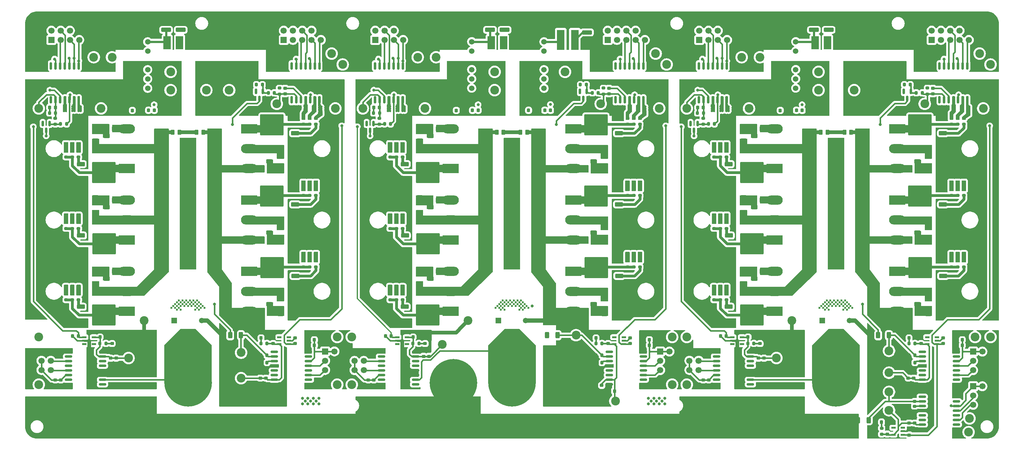
<source format=gtl>
G04 #@! TF.GenerationSoftware,KiCad,Pcbnew,9.0.1*
G04 #@! TF.CreationDate,2025-08-06T03:01:24-05:00*
G04 #@! TF.ProjectId,TractionInverter,54726163-7469-46f6-9e49-6e7665727465,rev?*
G04 #@! TF.SameCoordinates,Original*
G04 #@! TF.FileFunction,Copper,L1,Top*
G04 #@! TF.FilePolarity,Positive*
%FSLAX46Y46*%
G04 Gerber Fmt 4.6, Leading zero omitted, Abs format (unit mm)*
G04 Created by KiCad (PCBNEW 9.0.1) date 2025-08-06 03:01:24*
%MOMM*%
%LPD*%
G01*
G04 APERTURE LIST*
G04 Aperture macros list*
%AMRoundRect*
0 Rectangle with rounded corners*
0 $1 Rounding radius*
0 $2 $3 $4 $5 $6 $7 $8 $9 X,Y pos of 4 corners*
0 Add a 4 corners polygon primitive as box body*
4,1,4,$2,$3,$4,$5,$6,$7,$8,$9,$2,$3,0*
0 Add four circle primitives for the rounded corners*
1,1,$1+$1,$2,$3*
1,1,$1+$1,$4,$5*
1,1,$1+$1,$6,$7*
1,1,$1+$1,$8,$9*
0 Add four rect primitives between the rounded corners*
20,1,$1+$1,$2,$3,$4,$5,0*
20,1,$1+$1,$4,$5,$6,$7,0*
20,1,$1+$1,$6,$7,$8,$9,0*
20,1,$1+$1,$8,$9,$2,$3,0*%
G04 Aperture macros list end*
G04 #@! TA.AperFunction,ComponentPad*
%ADD10R,1.700000X1.700000*%
G04 #@! TD*
G04 #@! TA.AperFunction,ComponentPad*
%ADD11C,1.700000*%
G04 #@! TD*
G04 #@! TA.AperFunction,SMDPad,CuDef*
%ADD12RoundRect,0.250000X1.100000X-0.325000X1.100000X0.325000X-1.100000X0.325000X-1.100000X-0.325000X0*%
G04 #@! TD*
G04 #@! TA.AperFunction,ComponentPad*
%ADD13C,2.400000*%
G04 #@! TD*
G04 #@! TA.AperFunction,SMDPad,CuDef*
%ADD14RoundRect,0.225000X0.250000X-0.225000X0.250000X0.225000X-0.250000X0.225000X-0.250000X-0.225000X0*%
G04 #@! TD*
G04 #@! TA.AperFunction,SMDPad,CuDef*
%ADD15RoundRect,0.225000X-0.250000X0.225000X-0.250000X-0.225000X0.250000X-0.225000X0.250000X0.225000X0*%
G04 #@! TD*
G04 #@! TA.AperFunction,SMDPad,CuDef*
%ADD16RoundRect,0.225000X-0.225000X-0.250000X0.225000X-0.250000X0.225000X0.250000X-0.225000X0.250000X0*%
G04 #@! TD*
G04 #@! TA.AperFunction,SMDPad,CuDef*
%ADD17RoundRect,0.225000X0.225000X0.250000X-0.225000X0.250000X-0.225000X-0.250000X0.225000X-0.250000X0*%
G04 #@! TD*
G04 #@! TA.AperFunction,SMDPad,CuDef*
%ADD18R,1.150000X0.600000*%
G04 #@! TD*
G04 #@! TA.AperFunction,SMDPad,CuDef*
%ADD19RoundRect,0.150000X0.875000X0.150000X-0.875000X0.150000X-0.875000X-0.150000X0.875000X-0.150000X0*%
G04 #@! TD*
G04 #@! TA.AperFunction,SMDPad,CuDef*
%ADD20RoundRect,0.200000X-0.200000X-0.275000X0.200000X-0.275000X0.200000X0.275000X-0.200000X0.275000X0*%
G04 #@! TD*
G04 #@! TA.AperFunction,SMDPad,CuDef*
%ADD21RoundRect,0.218750X-0.256250X0.218750X-0.256250X-0.218750X0.256250X-0.218750X0.256250X0.218750X0*%
G04 #@! TD*
G04 #@! TA.AperFunction,SMDPad,CuDef*
%ADD22RoundRect,0.150000X0.150000X-0.875000X0.150000X0.875000X-0.150000X0.875000X-0.150000X-0.875000X0*%
G04 #@! TD*
G04 #@! TA.AperFunction,SMDPad,CuDef*
%ADD23RoundRect,0.200000X-0.275000X0.200000X-0.275000X-0.200000X0.275000X-0.200000X0.275000X0.200000X0*%
G04 #@! TD*
G04 #@! TA.AperFunction,SMDPad,CuDef*
%ADD24RoundRect,0.250000X-0.650000X-2.450000X0.650000X-2.450000X0.650000X2.450000X-0.650000X2.450000X0*%
G04 #@! TD*
G04 #@! TA.AperFunction,SMDPad,CuDef*
%ADD25RoundRect,0.250000X-0.850000X-0.350000X0.850000X-0.350000X0.850000X0.350000X-0.850000X0.350000X0*%
G04 #@! TD*
G04 #@! TA.AperFunction,SMDPad,CuDef*
%ADD26RoundRect,0.249997X-2.950003X-2.650003X2.950003X-2.650003X2.950003X2.650003X-2.950003X2.650003X0*%
G04 #@! TD*
G04 #@! TA.AperFunction,SMDPad,CuDef*
%ADD27RoundRect,0.250000X-0.250000X-0.475000X0.250000X-0.475000X0.250000X0.475000X-0.250000X0.475000X0*%
G04 #@! TD*
G04 #@! TA.AperFunction,SMDPad,CuDef*
%ADD28RoundRect,0.250000X0.625000X-0.312500X0.625000X0.312500X-0.625000X0.312500X-0.625000X-0.312500X0*%
G04 #@! TD*
G04 #@! TA.AperFunction,SMDPad,CuDef*
%ADD29RoundRect,0.200000X0.275000X-0.200000X0.275000X0.200000X-0.275000X0.200000X-0.275000X-0.200000X0*%
G04 #@! TD*
G04 #@! TA.AperFunction,SMDPad,CuDef*
%ADD30RoundRect,0.150000X-0.875000X-0.150000X0.875000X-0.150000X0.875000X0.150000X-0.875000X0.150000X0*%
G04 #@! TD*
G04 #@! TA.AperFunction,SMDPad,CuDef*
%ADD31RoundRect,0.250000X-0.625000X0.312500X-0.625000X-0.312500X0.625000X-0.312500X0.625000X0.312500X0*%
G04 #@! TD*
G04 #@! TA.AperFunction,SMDPad,CuDef*
%ADD32RoundRect,0.200000X0.200000X0.275000X-0.200000X0.275000X-0.200000X-0.275000X0.200000X-0.275000X0*%
G04 #@! TD*
G04 #@! TA.AperFunction,SMDPad,CuDef*
%ADD33RoundRect,0.150000X-0.150000X0.587500X-0.150000X-0.587500X0.150000X-0.587500X0.150000X0.587500X0*%
G04 #@! TD*
G04 #@! TA.AperFunction,SMDPad,CuDef*
%ADD34RoundRect,0.250000X-0.650000X1.000000X-0.650000X-1.000000X0.650000X-1.000000X0.650000X1.000000X0*%
G04 #@! TD*
G04 #@! TA.AperFunction,SMDPad,CuDef*
%ADD35RoundRect,0.250000X0.650000X-1.000000X0.650000X1.000000X-0.650000X1.000000X-0.650000X-1.000000X0*%
G04 #@! TD*
G04 #@! TA.AperFunction,SMDPad,CuDef*
%ADD36RoundRect,0.250000X-0.262500X-0.450000X0.262500X-0.450000X0.262500X0.450000X-0.262500X0.450000X0*%
G04 #@! TD*
G04 #@! TA.AperFunction,SMDPad,CuDef*
%ADD37RoundRect,0.250000X0.850000X0.350000X-0.850000X0.350000X-0.850000X-0.350000X0.850000X-0.350000X0*%
G04 #@! TD*
G04 #@! TA.AperFunction,SMDPad,CuDef*
%ADD38RoundRect,0.249997X2.950003X2.650003X-2.950003X2.650003X-2.950003X-2.650003X2.950003X-2.650003X0*%
G04 #@! TD*
G04 #@! TA.AperFunction,ComponentPad*
%ADD39O,4.500000X2.500000*%
G04 #@! TD*
G04 #@! TA.AperFunction,ComponentPad*
%ADD40R,4.500000X2.500000*%
G04 #@! TD*
G04 #@! TA.AperFunction,SMDPad,CuDef*
%ADD41RoundRect,0.250000X-0.312500X-0.625000X0.312500X-0.625000X0.312500X0.625000X-0.312500X0.625000X0*%
G04 #@! TD*
G04 #@! TA.AperFunction,SMDPad,CuDef*
%ADD42RoundRect,0.218750X-0.218750X-0.256250X0.218750X-0.256250X0.218750X0.256250X-0.218750X0.256250X0*%
G04 #@! TD*
G04 #@! TA.AperFunction,SMDPad,CuDef*
%ADD43RoundRect,0.250000X0.250000X0.475000X-0.250000X0.475000X-0.250000X-0.475000X0.250000X-0.475000X0*%
G04 #@! TD*
G04 #@! TA.AperFunction,ComponentPad*
%ADD44C,1.500000*%
G04 #@! TD*
G04 #@! TA.AperFunction,ComponentPad*
%ADD45R,1.500000X1.500000*%
G04 #@! TD*
G04 #@! TA.AperFunction,SMDPad,CuDef*
%ADD46RoundRect,0.218750X0.218750X0.256250X-0.218750X0.256250X-0.218750X-0.256250X0.218750X-0.256250X0*%
G04 #@! TD*
G04 #@! TA.AperFunction,SMDPad,CuDef*
%ADD47R,2.000000X3.600000*%
G04 #@! TD*
G04 #@! TA.AperFunction,ComponentPad*
%ADD48C,0.900000*%
G04 #@! TD*
G04 #@! TA.AperFunction,ComponentPad*
%ADD49C,13.000000*%
G04 #@! TD*
G04 #@! TA.AperFunction,SMDPad,CuDef*
%ADD50R,2.150000X5.500000*%
G04 #@! TD*
G04 #@! TA.AperFunction,ViaPad*
%ADD51C,0.800000*%
G04 #@! TD*
G04 #@! TA.AperFunction,ViaPad*
%ADD52C,0.600000*%
G04 #@! TD*
G04 #@! TA.AperFunction,Conductor*
%ADD53C,0.400000*%
G04 #@! TD*
G04 #@! TA.AperFunction,Conductor*
%ADD54C,0.600000*%
G04 #@! TD*
G04 #@! TA.AperFunction,Conductor*
%ADD55C,1.200000*%
G04 #@! TD*
G04 #@! TA.AperFunction,Conductor*
%ADD56C,1.000000*%
G04 #@! TD*
G04 #@! TA.AperFunction,Conductor*
%ADD57C,0.300000*%
G04 #@! TD*
G04 #@! TA.AperFunction,Conductor*
%ADD58C,0.800000*%
G04 #@! TD*
G04 #@! TA.AperFunction,Conductor*
%ADD59C,2.000000*%
G04 #@! TD*
G04 APERTURE END LIST*
D10*
X272225000Y-137210000D03*
D11*
X274765000Y-137210000D03*
X272225000Y-139750000D03*
X274765000Y-139750000D03*
X272225000Y-142290000D03*
X274765000Y-142290000D03*
D12*
X166750000Y-37525000D03*
X166750000Y-40475000D03*
D13*
X102500000Y-123750000D03*
D14*
X122100000Y-127475000D03*
X122100000Y-129025000D03*
D15*
X108500000Y-135475000D03*
X108500000Y-137025000D03*
D11*
X105765000Y-132790000D03*
X103225000Y-132790000D03*
X105765000Y-130250000D03*
X103225000Y-130250000D03*
X105765000Y-127710000D03*
D10*
X103225000Y-127710000D03*
D16*
X119225000Y-123750000D03*
X120775000Y-123750000D03*
D15*
X107000000Y-135475000D03*
X107000000Y-137025000D03*
D17*
X113275000Y-123500000D03*
X111725000Y-123500000D03*
D14*
X123600000Y-129025000D03*
X123600000Y-127475000D03*
D18*
X114950000Y-123800000D03*
X114950000Y-124750000D03*
X114950000Y-125700000D03*
X117550000Y-125700000D03*
X117550000Y-123800000D03*
D13*
X127250000Y-125750000D03*
D19*
X119900000Y-136695000D03*
X119900000Y-135425000D03*
X119900000Y-134155000D03*
X119900000Y-132885000D03*
X119900000Y-131615000D03*
X119900000Y-130345000D03*
X119900000Y-129075000D03*
X119900000Y-127805000D03*
X110600000Y-127805000D03*
X110600000Y-129075000D03*
X110600000Y-130345000D03*
X110600000Y-131615000D03*
X110600000Y-132885000D03*
X110600000Y-134155000D03*
X110600000Y-135425000D03*
X110600000Y-136695000D03*
D20*
X119175000Y-125500000D03*
X120825000Y-125500000D03*
D21*
X122500000Y-123962500D03*
X122500000Y-125537500D03*
D13*
X102500000Y-136750000D03*
D22*
X174555000Y-49600000D03*
X175825000Y-49600000D03*
X177095000Y-49600000D03*
X178365000Y-49600000D03*
X179635000Y-49600000D03*
X180905000Y-49600000D03*
X182175000Y-49600000D03*
X183445000Y-49600000D03*
X183445000Y-58900000D03*
X182175000Y-58900000D03*
X180905000Y-58900000D03*
X179635000Y-58900000D03*
X178365000Y-58900000D03*
X177095000Y-58900000D03*
X175825000Y-58900000D03*
X174555000Y-58900000D03*
D13*
X194000000Y-136750000D03*
D23*
X114650000Y-113575000D03*
X114650000Y-111925000D03*
D24*
X145000000Y-96250000D03*
X139900000Y-96250000D03*
D25*
X117025000Y-100555000D03*
D26*
X123325000Y-98275000D03*
D25*
X117025000Y-95995000D03*
D27*
X214450000Y-105800000D03*
X212550000Y-105800000D03*
D24*
X241000000Y-84250000D03*
X235900000Y-84250000D03*
D13*
X120500000Y-47250000D03*
D23*
X179500000Y-104575000D03*
X179500000Y-102925000D03*
D28*
X168500000Y-72787500D03*
X168500000Y-75712500D03*
D24*
X241000000Y-78250000D03*
X235900000Y-78250000D03*
D29*
X201450000Y-72925000D03*
X201450000Y-74575000D03*
X177800000Y-63925000D03*
X177800000Y-65575000D03*
D24*
X152500000Y-84250000D03*
X147400000Y-84250000D03*
D29*
X204850000Y-92425000D03*
X204850000Y-94075000D03*
D30*
X182150000Y-127805000D03*
X182150000Y-129075000D03*
X182150000Y-130345000D03*
X182150000Y-131615000D03*
X182150000Y-132885000D03*
X182150000Y-134155000D03*
X182150000Y-135425000D03*
X182150000Y-136695000D03*
X172850000Y-136695000D03*
X172850000Y-135425000D03*
X172850000Y-134155000D03*
X172850000Y-132885000D03*
X172850000Y-131615000D03*
X172850000Y-130345000D03*
X172850000Y-129075000D03*
X172850000Y-127805000D03*
D29*
X177800000Y-83425000D03*
X177800000Y-85075000D03*
D15*
X200000000Y-137025000D03*
X200000000Y-135475000D03*
D31*
X212500000Y-91212500D03*
X212500000Y-88287500D03*
D25*
X116950000Y-120030000D03*
D26*
X123250000Y-117750000D03*
D25*
X116950000Y-115470000D03*
D13*
X163750000Y-123250000D03*
D17*
X108475000Y-61000000D03*
X110025000Y-61000000D03*
D23*
X268000000Y-104575000D03*
X268000000Y-102925000D03*
D32*
X199925000Y-65500000D03*
X201575000Y-65500000D03*
D22*
X197305000Y-49600000D03*
X198575000Y-49600000D03*
X199845000Y-49600000D03*
X201115000Y-49600000D03*
X202385000Y-49600000D03*
X203655000Y-49600000D03*
X204925000Y-49600000D03*
X206195000Y-49600000D03*
X206195000Y-58900000D03*
X204925000Y-58900000D03*
X203655000Y-58900000D03*
X202385000Y-58900000D03*
X201115000Y-58900000D03*
X199845000Y-58900000D03*
X198575000Y-58900000D03*
X197305000Y-58900000D03*
D29*
X181200000Y-63925000D03*
X181200000Y-65575000D03*
D33*
X165750000Y-58500000D03*
X164800000Y-56625000D03*
X166700000Y-56625000D03*
D11*
X273600000Y-39985000D03*
X273600000Y-42525000D03*
X271060000Y-39985000D03*
X271060000Y-42525000D03*
X268520000Y-39985000D03*
X268520000Y-42525000D03*
X265980000Y-39985000D03*
X265980000Y-42525000D03*
X263440000Y-39985000D03*
X263440000Y-42525000D03*
X260900000Y-39985000D03*
D10*
X260900000Y-42525000D03*
D13*
X249250000Y-133500000D03*
D32*
X164925000Y-54750000D03*
X166575000Y-54750000D03*
D13*
X194000000Y-61250000D03*
X192750000Y-49250000D03*
D34*
X209500000Y-109750000D03*
X209500000Y-105750000D03*
D17*
X267725000Y-124500000D03*
X269275000Y-124500000D03*
D13*
X170500000Y-60000000D03*
X105500000Y-61250000D03*
D28*
X257000000Y-111787500D03*
X257000000Y-114712500D03*
D20*
X256325000Y-130750000D03*
X254675000Y-130750000D03*
D35*
X260000000Y-93250000D03*
X260000000Y-97250000D03*
D13*
X249250000Y-127500000D03*
D24*
X241000000Y-90250000D03*
X235900000Y-90250000D03*
D36*
X238912500Y-67750000D03*
X237087500Y-67750000D03*
D24*
X241000000Y-72250000D03*
X235900000Y-72250000D03*
D36*
X150412500Y-67750000D03*
X148587500Y-67750000D03*
D33*
X196000000Y-67250000D03*
X195050000Y-65375000D03*
X196950000Y-65375000D03*
D37*
X263975000Y-82945000D03*
D38*
X257675000Y-85225000D03*
D37*
X263975000Y-87505000D03*
D39*
X251500000Y-97200000D03*
X251500000Y-91750000D03*
D40*
X251500000Y-86300000D03*
D39*
X218000000Y-105800000D03*
X218000000Y-111250000D03*
D40*
X218000000Y-116700000D03*
D29*
X269700000Y-63925000D03*
X269700000Y-65575000D03*
D13*
X122500000Y-61250000D03*
D24*
X233500000Y-84250000D03*
X228400000Y-84250000D03*
D41*
X249212500Y-123250000D03*
X246287500Y-123250000D03*
D13*
X170500000Y-49250000D03*
D11*
X185100000Y-39985000D03*
X185100000Y-42525000D03*
X182560000Y-39985000D03*
X182560000Y-42525000D03*
X180020000Y-39985000D03*
X180020000Y-42525000D03*
X177480000Y-39985000D03*
X177480000Y-42525000D03*
X174940000Y-39985000D03*
X174940000Y-42525000D03*
X172400000Y-39985000D03*
D10*
X172400000Y-42525000D03*
D34*
X121000000Y-90250000D03*
X121000000Y-86250000D03*
D22*
X108805000Y-49600000D03*
X110075000Y-49600000D03*
X111345000Y-49600000D03*
X112615000Y-49600000D03*
X113885000Y-49600000D03*
X115155000Y-49600000D03*
X116425000Y-49600000D03*
X117695000Y-49600000D03*
X117695000Y-58900000D03*
X116425000Y-58900000D03*
X115155000Y-58900000D03*
X113885000Y-58900000D03*
X112615000Y-58900000D03*
X111345000Y-58900000D03*
X110075000Y-58900000D03*
X108805000Y-58900000D03*
D42*
X137037500Y-61750000D03*
X135462500Y-61750000D03*
D16*
X212275000Y-123750000D03*
X210725000Y-123750000D03*
D13*
X214000000Y-47250000D03*
X190000000Y-123750000D03*
D34*
X121000000Y-109750000D03*
X121000000Y-105750000D03*
D29*
X259750000Y-55675000D03*
X259750000Y-57325000D03*
D13*
X259000000Y-60000000D03*
D14*
X172750000Y-55725000D03*
X172750000Y-57275000D03*
D20*
X170825000Y-130750000D03*
X169175000Y-130750000D03*
D24*
X152500000Y-90250000D03*
X147400000Y-90250000D03*
D29*
X204850000Y-72925000D03*
X204850000Y-74575000D03*
D13*
X190000000Y-136750000D03*
D20*
X212325000Y-125500000D03*
X210675000Y-125500000D03*
D31*
X212500000Y-110712500D03*
X212500000Y-107787500D03*
D14*
X258000000Y-123975000D03*
X258000000Y-125525000D03*
D15*
X170750000Y-138525000D03*
X170750000Y-136975000D03*
D43*
X166550000Y-77700000D03*
X168450000Y-77700000D03*
D33*
X107500000Y-67250000D03*
X106550000Y-65375000D03*
X108450000Y-65375000D03*
D13*
X141500000Y-51250000D03*
D23*
X268000000Y-65575000D03*
X268000000Y-63925000D03*
D24*
X152500000Y-102250000D03*
X147400000Y-102250000D03*
D31*
X124000000Y-91212500D03*
X124000000Y-88287500D03*
D32*
X169175000Y-128750000D03*
X170825000Y-128750000D03*
X111425000Y-65500000D03*
X113075000Y-65500000D03*
D43*
X255050000Y-97200000D03*
X256950000Y-97200000D03*
D23*
X203150000Y-113575000D03*
X203150000Y-111925000D03*
D28*
X168500000Y-111787500D03*
X168500000Y-114712500D03*
D29*
X266300000Y-63925000D03*
X266300000Y-65575000D03*
D13*
X194000000Y-123750000D03*
D24*
X233500000Y-90250000D03*
X228400000Y-90250000D03*
D34*
X209500000Y-70750000D03*
X209500000Y-66750000D03*
D13*
X272750000Y-123750000D03*
X134250000Y-119250000D03*
X218500000Y-129500000D03*
D36*
X232412500Y-67750000D03*
X230587500Y-67750000D03*
D31*
X124000000Y-71712500D03*
X124000000Y-68787500D03*
D24*
X233500000Y-78250000D03*
X228400000Y-78250000D03*
D13*
X275000000Y-61250000D03*
D23*
X114650000Y-94075000D03*
X114650000Y-92425000D03*
D25*
X205525000Y-100555000D03*
D26*
X211825000Y-98275000D03*
D25*
X205525000Y-95995000D03*
D29*
X171250000Y-55675000D03*
X171250000Y-57325000D03*
X116350000Y-111925000D03*
X116350000Y-113575000D03*
D35*
X260000000Y-112750000D03*
X260000000Y-116750000D03*
D20*
X258325000Y-57000000D03*
X256675000Y-57000000D03*
D13*
X230000000Y-56250000D03*
D25*
X116950000Y-81055000D03*
D26*
X123250000Y-78775000D03*
D25*
X116950000Y-76495000D03*
D29*
X201450000Y-92425000D03*
X201450000Y-94075000D03*
D14*
X264000000Y-123975000D03*
X264000000Y-125525000D03*
D13*
X277000000Y-49250000D03*
D37*
X264050000Y-102470000D03*
D38*
X257750000Y-104750000D03*
D37*
X264050000Y-107030000D03*
D13*
X141500000Y-61250000D03*
X274000000Y-46250000D03*
D44*
X238500000Y-119250000D03*
D45*
X231000000Y-119250000D03*
D11*
X274765000Y-132790000D03*
X272225000Y-132790000D03*
X274765000Y-130250000D03*
X272225000Y-130250000D03*
X274765000Y-127710000D03*
D10*
X272225000Y-127710000D03*
D24*
X241000000Y-96250000D03*
X235900000Y-96250000D03*
D43*
X255050000Y-116750000D03*
X256950000Y-116750000D03*
D24*
X145000000Y-90250000D03*
X139900000Y-90250000D03*
X152500000Y-78250000D03*
X147400000Y-78250000D03*
D23*
X203150000Y-94075000D03*
X203150000Y-92425000D03*
D21*
X214000000Y-125537500D03*
X214000000Y-123962500D03*
D43*
X166550000Y-97200000D03*
X168450000Y-97200000D03*
D42*
X225537500Y-61750000D03*
X223962500Y-61750000D03*
D24*
X233500000Y-102250000D03*
X228400000Y-102250000D03*
D35*
X260000000Y-73750000D03*
X260000000Y-77750000D03*
D37*
X263975000Y-63470000D03*
D38*
X257675000Y-65750000D03*
D37*
X263975000Y-68030000D03*
D35*
X171500000Y-112750000D03*
X171500000Y-116750000D03*
D12*
X228750000Y-36827500D03*
X228750000Y-39777500D03*
D37*
X175475000Y-63470000D03*
D38*
X169175000Y-65750000D03*
D37*
X175475000Y-68030000D03*
D14*
X261250000Y-55725000D03*
X261250000Y-57275000D03*
D28*
X168500000Y-92287500D03*
X168500000Y-95212500D03*
D13*
X186500000Y-61250000D03*
X125500000Y-47250000D03*
D15*
X256000000Y-136525000D03*
X256000000Y-134975000D03*
D35*
X171500000Y-93250000D03*
X171500000Y-97250000D03*
D18*
X174200000Y-125700000D03*
X174200000Y-123800000D03*
X176800000Y-123800000D03*
X176800000Y-124750000D03*
X176800000Y-125700000D03*
D15*
X254500000Y-136525000D03*
X254500000Y-134975000D03*
D18*
X259700000Y-125700000D03*
X259700000Y-123800000D03*
X262300000Y-123800000D03*
X262300000Y-124750000D03*
X262300000Y-125700000D03*
D29*
X266300000Y-83425000D03*
X266300000Y-85075000D03*
D46*
X254712500Y-124000000D03*
X256287500Y-124000000D03*
D29*
X116350000Y-92425000D03*
X116350000Y-94075000D03*
D42*
X131037500Y-61802500D03*
X129462500Y-61802500D03*
D36*
X143912500Y-67750000D03*
X142087500Y-67750000D03*
D34*
X209500000Y-90250000D03*
X209500000Y-86250000D03*
D43*
X255050000Y-77700000D03*
X256950000Y-77700000D03*
D24*
X145000000Y-84250000D03*
X139900000Y-84250000D03*
D29*
X204850000Y-111925000D03*
X204850000Y-113575000D03*
X112950000Y-72925000D03*
X112950000Y-74575000D03*
X266300000Y-102925000D03*
X266300000Y-104575000D03*
D17*
X172725000Y-138500000D03*
X174275000Y-138500000D03*
D23*
X203150000Y-74575000D03*
X203150000Y-72925000D03*
D34*
X121000000Y-70750000D03*
X121000000Y-66750000D03*
D44*
X223760000Y-58250000D03*
X223760000Y-55710000D03*
X223760000Y-53170000D03*
X223760000Y-50630000D03*
X223760000Y-45550000D03*
X223760000Y-43010000D03*
D45*
X223760000Y-40470000D03*
D32*
X254675000Y-128750000D03*
X256325000Y-128750000D03*
D29*
X181200000Y-102925000D03*
X181200000Y-104575000D03*
D14*
X172500000Y-123975000D03*
X172500000Y-125525000D03*
X215100000Y-127975000D03*
X215100000Y-129525000D03*
D13*
X188500000Y-49250000D03*
D29*
X110000000Y-63925000D03*
X110000000Y-65575000D03*
D27*
X125950000Y-105800000D03*
X124050000Y-105800000D03*
D13*
X259000000Y-49250000D03*
D27*
X125950000Y-66800000D03*
X124050000Y-66800000D03*
D22*
X263055000Y-49600000D03*
X264325000Y-49600000D03*
X265595000Y-49600000D03*
X266865000Y-49600000D03*
X268135000Y-49600000D03*
X269405000Y-49600000D03*
X270675000Y-49600000D03*
X271945000Y-49600000D03*
X271945000Y-58900000D03*
X270675000Y-58900000D03*
X269405000Y-58900000D03*
X268135000Y-58900000D03*
X266865000Y-58900000D03*
X265595000Y-58900000D03*
X264325000Y-58900000D03*
X263055000Y-58900000D03*
D11*
X121600000Y-39985000D03*
X121600000Y-42525000D03*
X119060000Y-39985000D03*
X119060000Y-42525000D03*
X116520000Y-39985000D03*
X116520000Y-42525000D03*
X113980000Y-39985000D03*
X113980000Y-42525000D03*
X111440000Y-39985000D03*
X111440000Y-42525000D03*
X108900000Y-39985000D03*
D10*
X108900000Y-42525000D03*
D24*
X241000000Y-102250000D03*
X235900000Y-102250000D03*
D46*
X169212500Y-124000000D03*
X170787500Y-124000000D03*
D12*
X232750000Y-36827500D03*
X232750000Y-39777500D03*
D24*
X233500000Y-72250000D03*
X228400000Y-72250000D03*
D18*
X209050000Y-123800000D03*
X209050000Y-125700000D03*
X206450000Y-125700000D03*
X206450000Y-124750000D03*
X206450000Y-123800000D03*
D32*
X253425000Y-54750000D03*
X255075000Y-54750000D03*
D17*
X196975000Y-61000000D03*
X198525000Y-61000000D03*
D23*
X268000000Y-85075000D03*
X268000000Y-83425000D03*
D24*
X145000000Y-72250000D03*
X139900000Y-72250000D03*
D29*
X181200000Y-83425000D03*
X181200000Y-85075000D03*
D27*
X214450000Y-86300000D03*
X212550000Y-86300000D03*
D29*
X269700000Y-102925000D03*
X269700000Y-104575000D03*
D24*
X145000000Y-102250000D03*
X139900000Y-102250000D03*
D29*
X198500000Y-63925000D03*
X198500000Y-65575000D03*
D17*
X267725000Y-126000000D03*
X269275000Y-126000000D03*
D33*
X254250000Y-58500000D03*
X253300000Y-56625000D03*
X255200000Y-56625000D03*
D28*
X257000000Y-72787500D03*
X257000000Y-75712500D03*
D35*
X171500000Y-73750000D03*
X171500000Y-77750000D03*
D13*
X239750000Y-56250000D03*
D11*
X210100000Y-39985000D03*
X210100000Y-42525000D03*
X207560000Y-39985000D03*
X207560000Y-42525000D03*
X205020000Y-39985000D03*
X205020000Y-42525000D03*
X202480000Y-39985000D03*
X202480000Y-42525000D03*
X199940000Y-39985000D03*
X199940000Y-42525000D03*
X197400000Y-39985000D03*
D10*
X197400000Y-42525000D03*
D24*
X233500000Y-96250000D03*
X228400000Y-96250000D03*
D13*
X209000000Y-47250000D03*
D32*
X254675000Y-125500000D03*
X256325000Y-125500000D03*
D47*
X140550000Y-43302500D03*
X143950000Y-43302500D03*
D37*
X175550000Y-102470000D03*
D38*
X169250000Y-104750000D03*
D37*
X175550000Y-107030000D03*
D48*
X151125000Y-136250000D03*
X149697146Y-139697146D03*
X149697146Y-132802854D03*
X146250000Y-141125000D03*
D49*
X146250000Y-136250000D03*
D48*
X146250000Y-131375000D03*
X142802854Y-139697146D03*
X142802854Y-132802854D03*
X141375000Y-136250000D03*
D43*
X166550000Y-116750000D03*
X168450000Y-116750000D03*
D27*
X125950000Y-86300000D03*
X124050000Y-86300000D03*
D47*
X229050000Y-43302500D03*
X232450000Y-43302500D03*
D14*
X178500000Y-123975000D03*
X178500000Y-125525000D03*
D29*
X177800000Y-102925000D03*
X177800000Y-104575000D03*
D32*
X108425000Y-62500000D03*
X110075000Y-62500000D03*
D24*
X145000000Y-78250000D03*
X139900000Y-78250000D03*
D23*
X114650000Y-74575000D03*
X114650000Y-72925000D03*
D20*
X169825000Y-57000000D03*
X168175000Y-57000000D03*
D17*
X182225000Y-126000000D03*
X183775000Y-126000000D03*
D24*
X152500000Y-96250000D03*
X147400000Y-96250000D03*
D48*
X239625000Y-136250000D03*
X238197146Y-139697146D03*
X238197146Y-132802854D03*
X234750000Y-141125000D03*
D49*
X234750000Y-136250000D03*
D48*
X234750000Y-131375000D03*
X231302854Y-139697146D03*
X231302854Y-132802854D03*
X229875000Y-136250000D03*
D13*
X230000000Y-51250000D03*
D29*
X201450000Y-111925000D03*
X201450000Y-113575000D03*
D15*
X198500000Y-137025000D03*
X198500000Y-135475000D03*
D31*
X124000000Y-110712500D03*
X124000000Y-107787500D03*
D23*
X179500000Y-65575000D03*
X179500000Y-63925000D03*
D12*
X140250000Y-36827500D03*
X140250000Y-39777500D03*
D25*
X205450000Y-120030000D03*
D26*
X211750000Y-117750000D03*
D25*
X205450000Y-115470000D03*
D37*
X175475000Y-82945000D03*
D38*
X169175000Y-85225000D03*
D37*
X175475000Y-87505000D03*
D13*
X230000000Y-61250000D03*
D29*
X112950000Y-111925000D03*
X112950000Y-113575000D03*
D14*
X213600000Y-127975000D03*
X213600000Y-129525000D03*
D12*
X144250000Y-36827500D03*
X144250000Y-39777500D03*
D17*
X182225000Y-124500000D03*
X183775000Y-124500000D03*
D19*
X202100000Y-136695000D03*
X202100000Y-135425000D03*
X202100000Y-134155000D03*
X202100000Y-132885000D03*
X202100000Y-131615000D03*
X202100000Y-130345000D03*
X202100000Y-129075000D03*
X202100000Y-127805000D03*
X211400000Y-127805000D03*
X211400000Y-129075000D03*
X211400000Y-130345000D03*
X211400000Y-131615000D03*
X211400000Y-132885000D03*
X211400000Y-134155000D03*
X211400000Y-135425000D03*
X211400000Y-136695000D03*
D31*
X212500000Y-71712500D03*
X212500000Y-68787500D03*
D29*
X112950000Y-92425000D03*
X112950000Y-94075000D03*
D44*
X150000000Y-119250000D03*
D45*
X142500000Y-119250000D03*
D42*
X219537500Y-61802500D03*
X217962500Y-61802500D03*
D32*
X196925000Y-62500000D03*
X198575000Y-62500000D03*
D11*
X197265000Y-132750000D03*
X194725000Y-132750000D03*
X197265000Y-130210000D03*
X194725000Y-130210000D03*
X197265000Y-127670000D03*
D10*
X194725000Y-127670000D03*
D13*
X222750000Y-119250000D03*
D32*
X169175000Y-125500000D03*
X170825000Y-125500000D03*
D17*
X203225000Y-123500000D03*
X204775000Y-123500000D03*
D30*
X267650000Y-127805000D03*
X267650000Y-129075000D03*
X267650000Y-130345000D03*
X267650000Y-131615000D03*
X267650000Y-132885000D03*
X267650000Y-134155000D03*
X267650000Y-135425000D03*
X267650000Y-136695000D03*
X258350000Y-136695000D03*
X258350000Y-135425000D03*
X258350000Y-134155000D03*
X258350000Y-132885000D03*
X258350000Y-131615000D03*
X258350000Y-130345000D03*
X258350000Y-129075000D03*
X258350000Y-127805000D03*
D25*
X205450000Y-81055000D03*
D26*
X211750000Y-78775000D03*
D25*
X205450000Y-76495000D03*
D13*
X174500000Y-141250000D03*
D27*
X214450000Y-66800000D03*
X212550000Y-66800000D03*
D13*
X141500000Y-56250000D03*
D41*
X158712500Y-123250000D03*
X155787500Y-123250000D03*
D13*
X211000000Y-61250000D03*
D28*
X257000000Y-92287500D03*
X257000000Y-95212500D03*
D13*
X185500000Y-46250000D03*
X104250000Y-49250000D03*
D44*
X135260000Y-58250000D03*
X135260000Y-55710000D03*
X135260000Y-53170000D03*
X135260000Y-50630000D03*
X135260000Y-45550000D03*
X135260000Y-43010000D03*
D45*
X135260000Y-40470000D03*
D23*
X179500000Y-85075000D03*
X179500000Y-83425000D03*
D29*
X269700000Y-83425000D03*
X269700000Y-85075000D03*
D13*
X277000000Y-123750000D03*
D24*
X152500000Y-72250000D03*
X147400000Y-72250000D03*
D29*
X116350000Y-72925000D03*
X116350000Y-74575000D03*
D39*
X129500000Y-66800000D03*
X129500000Y-72250000D03*
D40*
X129500000Y-77700000D03*
D39*
X218000000Y-66800000D03*
X218000000Y-72250000D03*
D40*
X218000000Y-77700000D03*
D39*
X163000000Y-77700000D03*
X163000000Y-72250000D03*
D40*
X163000000Y-66800000D03*
D39*
X218000000Y-86300000D03*
X218000000Y-91750000D03*
D40*
X218000000Y-97200000D03*
D39*
X129500000Y-86300000D03*
X129500000Y-91750000D03*
D40*
X129500000Y-97200000D03*
D39*
X163000000Y-97200000D03*
X163000000Y-91750000D03*
D40*
X163000000Y-86300000D03*
D39*
X251500000Y-77700000D03*
X251500000Y-72250000D03*
D40*
X251500000Y-66800000D03*
D39*
X251500000Y-116700000D03*
X251500000Y-111250000D03*
D40*
X251500000Y-105800000D03*
D39*
X163000000Y-116700000D03*
X163000000Y-111250000D03*
D40*
X163000000Y-105800000D03*
D39*
X129500000Y-105800000D03*
X129500000Y-111250000D03*
D40*
X129500000Y-116700000D03*
X74500000Y-105800000D03*
D39*
X74500000Y-111250000D03*
X74500000Y-116700000D03*
D40*
X41000000Y-77700000D03*
D39*
X41000000Y-72250000D03*
X41000000Y-66800000D03*
D40*
X41000000Y-97200000D03*
D39*
X41000000Y-91750000D03*
X41000000Y-86300000D03*
D40*
X41000000Y-116700000D03*
D39*
X41000000Y-111250000D03*
X41000000Y-105800000D03*
D40*
X74500000Y-86300000D03*
D39*
X74500000Y-91750000D03*
X74500000Y-97200000D03*
D40*
X74500000Y-66800000D03*
D39*
X74500000Y-72250000D03*
X74500000Y-77700000D03*
D32*
X78075000Y-54750000D03*
X76425000Y-54750000D03*
D42*
X149212500Y-61750000D03*
X150787500Y-61750000D03*
D33*
X19950000Y-65375000D03*
X18050000Y-65375000D03*
X19000000Y-67250000D03*
D24*
X58900000Y-96250000D03*
X64000000Y-96250000D03*
D18*
X85300000Y-125700000D03*
X85300000Y-124750000D03*
X85300000Y-123800000D03*
X82700000Y-123800000D03*
X82700000Y-125700000D03*
D37*
X86975000Y-87505000D03*
D38*
X80675000Y-85225000D03*
D37*
X86975000Y-82945000D03*
D31*
X35500000Y-107787500D03*
X35500000Y-110712500D03*
D29*
X89300000Y-85075000D03*
X89300000Y-83425000D03*
X24450000Y-74575000D03*
X24450000Y-72925000D03*
D32*
X79325000Y-125500000D03*
X77675000Y-125500000D03*
D29*
X27850000Y-94075000D03*
X27850000Y-92425000D03*
X89300000Y-104575000D03*
X89300000Y-102925000D03*
D23*
X91000000Y-102925000D03*
X91000000Y-104575000D03*
D24*
X51400000Y-90250000D03*
X56500000Y-90250000D03*
D27*
X35550000Y-105800000D03*
X37450000Y-105800000D03*
D13*
X82000000Y-60000000D03*
D29*
X27850000Y-74575000D03*
X27850000Y-72925000D03*
X92700000Y-65575000D03*
X92700000Y-63925000D03*
D23*
X26150000Y-72925000D03*
X26150000Y-74575000D03*
D29*
X21500000Y-65575000D03*
X21500000Y-63925000D03*
D48*
X125375000Y-136250000D03*
X126802854Y-132802854D03*
X126802854Y-139697146D03*
X130250000Y-131375000D03*
D49*
X130250000Y-136250000D03*
D48*
X130250000Y-141125000D03*
X133697146Y-132802854D03*
X133697146Y-139697146D03*
X135125000Y-136250000D03*
D13*
X98500000Y-136750000D03*
D48*
X157375000Y-136250000D03*
X158802854Y-132802854D03*
X158802854Y-139697146D03*
X162250000Y-131375000D03*
D49*
X162250000Y-136250000D03*
D48*
X162250000Y-141125000D03*
X165697146Y-132802854D03*
X165697146Y-139697146D03*
X167125000Y-136250000D03*
D24*
X58900000Y-84250000D03*
X64000000Y-84250000D03*
D45*
X155000000Y-40500000D03*
D44*
X155000000Y-43040000D03*
X155000000Y-45580000D03*
X155000000Y-50660000D03*
X155000000Y-53200000D03*
X155000000Y-55740000D03*
X155000000Y-58280000D03*
D13*
X45750000Y-119250000D03*
D42*
X155212500Y-61750000D03*
X156787500Y-61750000D03*
D18*
X29450000Y-123800000D03*
X29450000Y-124750000D03*
X29450000Y-125700000D03*
X32050000Y-125700000D03*
X32050000Y-123800000D03*
D20*
X33675000Y-125500000D03*
X35325000Y-125500000D03*
D43*
X79950000Y-116750000D03*
X78050000Y-116750000D03*
D29*
X256250000Y-144325000D03*
X256250000Y-142675000D03*
D50*
X163425000Y-42500000D03*
X159575000Y-42500000D03*
D24*
X51400000Y-78250000D03*
X56500000Y-78250000D03*
D31*
X35500000Y-68787500D03*
X35500000Y-71712500D03*
D10*
X186725000Y-127710000D03*
D11*
X189265000Y-127710000D03*
X186725000Y-130250000D03*
X189265000Y-130250000D03*
X186725000Y-132790000D03*
X189265000Y-132790000D03*
D34*
X32500000Y-66750000D03*
X32500000Y-70750000D03*
D12*
X55750000Y-39777500D03*
X55750000Y-36827500D03*
D29*
X24450000Y-113575000D03*
X24450000Y-111925000D03*
D13*
X17000000Y-136750000D03*
D36*
X53587500Y-67750000D03*
X55412500Y-67750000D03*
D25*
X28525000Y-95995000D03*
D26*
X34825000Y-98275000D03*
D25*
X28525000Y-100555000D03*
D13*
X17000000Y-61250000D03*
X271000000Y-149750000D03*
X160750000Y-56250000D03*
D32*
X24575000Y-65500000D03*
X22925000Y-65500000D03*
D34*
X32500000Y-105750000D03*
X32500000Y-109750000D03*
D43*
X79950000Y-77700000D03*
X78050000Y-77700000D03*
D23*
X91000000Y-83425000D03*
X91000000Y-85075000D03*
D13*
X98000000Y-61250000D03*
D32*
X79325000Y-128750000D03*
X77675000Y-128750000D03*
D15*
X79000000Y-134975000D03*
X79000000Y-136525000D03*
D42*
X40962500Y-61802500D03*
X42537500Y-61802500D03*
D23*
X91000000Y-63925000D03*
X91000000Y-65575000D03*
D32*
X21575000Y-62500000D03*
X19925000Y-62500000D03*
D14*
X81000000Y-125525000D03*
X81000000Y-123975000D03*
D45*
X54000000Y-119250000D03*
D44*
X61500000Y-119250000D03*
D14*
X254750000Y-150525000D03*
X254750000Y-148975000D03*
D35*
X83000000Y-116750000D03*
X83000000Y-112750000D03*
D13*
X249250000Y-138750000D03*
D17*
X27775000Y-123500000D03*
X26225000Y-123500000D03*
D13*
X271250000Y-146000000D03*
X160750000Y-51250000D03*
X97000000Y-46250000D03*
X72250000Y-128000000D03*
X72250000Y-135000000D03*
X41500000Y-129500000D03*
D10*
X17710000Y-127670000D03*
D11*
X20250000Y-127670000D03*
X17710000Y-130210000D03*
X20250000Y-130210000D03*
X17710000Y-132750000D03*
X20250000Y-132750000D03*
D13*
X53000000Y-61250000D03*
D12*
X51750000Y-39777500D03*
X51750000Y-36827500D03*
D15*
X21500000Y-135475000D03*
X21500000Y-137025000D03*
D14*
X248750000Y-150275000D03*
X248750000Y-148725000D03*
D13*
X62750000Y-56250000D03*
D35*
X83000000Y-77750000D03*
X83000000Y-73750000D03*
D13*
X53000000Y-56250000D03*
D17*
X21525000Y-61000000D03*
X19975000Y-61000000D03*
D24*
X58900000Y-78250000D03*
X64000000Y-78250000D03*
D15*
X23000000Y-135475000D03*
X23000000Y-137025000D03*
D14*
X36600000Y-129525000D03*
X36600000Y-127975000D03*
D30*
X258350000Y-140055000D03*
X258350000Y-141325000D03*
X258350000Y-142595000D03*
X258350000Y-143865000D03*
X258350000Y-145135000D03*
X258350000Y-146405000D03*
X258350000Y-147675000D03*
X258350000Y-148945000D03*
X267650000Y-148945000D03*
X267650000Y-147675000D03*
X267650000Y-146405000D03*
X267650000Y-145135000D03*
X267650000Y-143865000D03*
X267650000Y-142595000D03*
X267650000Y-141325000D03*
X267650000Y-140055000D03*
D31*
X35500000Y-88287500D03*
X35500000Y-91212500D03*
D14*
X84250000Y-57275000D03*
X84250000Y-55725000D03*
D10*
X20420000Y-42525000D03*
D11*
X20420000Y-39985000D03*
X22960000Y-42525000D03*
X22960000Y-39985000D03*
X25500000Y-42525000D03*
X25500000Y-39985000D03*
X28040000Y-42525000D03*
X28040000Y-39985000D03*
X30580000Y-42525000D03*
X30580000Y-39985000D03*
X33120000Y-42525000D03*
X33120000Y-39985000D03*
D24*
X51400000Y-72250000D03*
X56500000Y-72250000D03*
D42*
X46962500Y-61750000D03*
X48537500Y-61750000D03*
D27*
X35550000Y-86300000D03*
X37450000Y-86300000D03*
D21*
X37000000Y-123962500D03*
X37000000Y-125537500D03*
D22*
X86055000Y-58900000D03*
X87325000Y-58900000D03*
X88595000Y-58900000D03*
X89865000Y-58900000D03*
X91135000Y-58900000D03*
X92405000Y-58900000D03*
X93675000Y-58900000D03*
X94945000Y-58900000D03*
X94945000Y-49600000D03*
X93675000Y-49600000D03*
X92405000Y-49600000D03*
X91135000Y-49600000D03*
X89865000Y-49600000D03*
X88595000Y-49600000D03*
X87325000Y-49600000D03*
X86055000Y-49600000D03*
D46*
X79287500Y-124000000D03*
X77712500Y-124000000D03*
D17*
X92275000Y-126000000D03*
X90725000Y-126000000D03*
D47*
X55450000Y-43302500D03*
X52050000Y-43302500D03*
D24*
X51400000Y-84250000D03*
X56500000Y-84250000D03*
D29*
X256250000Y-141325000D03*
X256250000Y-139675000D03*
D13*
X15750000Y-49250000D03*
D10*
X95210000Y-127670000D03*
D11*
X97750000Y-127670000D03*
X95210000Y-130210000D03*
X97750000Y-130210000D03*
X95210000Y-132750000D03*
X97750000Y-132750000D03*
D24*
X58900000Y-102250000D03*
X64000000Y-102250000D03*
X58900000Y-72250000D03*
X64000000Y-72250000D03*
D13*
X82000000Y-49250000D03*
X32000000Y-47250000D03*
D24*
X51400000Y-102250000D03*
X56500000Y-102250000D03*
D14*
X38100000Y-129525000D03*
X38100000Y-127975000D03*
D17*
X92275000Y-124500000D03*
X90725000Y-124500000D03*
D35*
X83000000Y-97250000D03*
X83000000Y-93250000D03*
D25*
X28450000Y-115470000D03*
D26*
X34750000Y-117750000D03*
D25*
X28450000Y-120030000D03*
D13*
X53000000Y-51250000D03*
X98500000Y-123750000D03*
D18*
X253050000Y-150450000D03*
X253050000Y-149500000D03*
X253050000Y-148550000D03*
X250450000Y-148550000D03*
X250450000Y-150450000D03*
D28*
X80000000Y-75712500D03*
X80000000Y-72787500D03*
D41*
X240787500Y-146500000D03*
X243712500Y-146500000D03*
D46*
X248787500Y-147000000D03*
X247212500Y-147000000D03*
D29*
X27850000Y-113575000D03*
X27850000Y-111925000D03*
D33*
X78200000Y-56625000D03*
X76300000Y-56625000D03*
X77250000Y-58500000D03*
D22*
X20305000Y-58900000D03*
X21575000Y-58900000D03*
X22845000Y-58900000D03*
X24115000Y-58900000D03*
X25385000Y-58900000D03*
X26655000Y-58900000D03*
X27925000Y-58900000D03*
X29195000Y-58900000D03*
X29195000Y-49600000D03*
X27925000Y-49600000D03*
X26655000Y-49600000D03*
X25385000Y-49600000D03*
X24115000Y-49600000D03*
X22845000Y-49600000D03*
X21575000Y-49600000D03*
X20305000Y-49600000D03*
D48*
X52875000Y-136250000D03*
X54302854Y-132802854D03*
X54302854Y-139697146D03*
X57750000Y-131375000D03*
D49*
X57750000Y-136250000D03*
D48*
X57750000Y-141125000D03*
X61197146Y-132802854D03*
X61197146Y-139697146D03*
X62625000Y-136250000D03*
D30*
X81350000Y-127805000D03*
X81350000Y-129075000D03*
X81350000Y-130345000D03*
X81350000Y-131615000D03*
X81350000Y-132885000D03*
X81350000Y-134155000D03*
X81350000Y-135425000D03*
X81350000Y-136695000D03*
X90650000Y-136695000D03*
X90650000Y-135425000D03*
X90650000Y-134155000D03*
X90650000Y-132885000D03*
X90650000Y-131615000D03*
X90650000Y-130345000D03*
X90650000Y-129075000D03*
X90650000Y-127805000D03*
D37*
X87050000Y-107030000D03*
D38*
X80750000Y-104750000D03*
D37*
X87050000Y-102470000D03*
D13*
X17000000Y-123750000D03*
D23*
X26150000Y-111925000D03*
X26150000Y-113575000D03*
D27*
X35550000Y-66800000D03*
X37450000Y-66800000D03*
D14*
X87000000Y-125525000D03*
X87000000Y-123975000D03*
D20*
X77675000Y-130750000D03*
X79325000Y-130750000D03*
D10*
X83900000Y-42525000D03*
D11*
X83900000Y-39985000D03*
X86440000Y-42525000D03*
X86440000Y-39985000D03*
X88980000Y-42525000D03*
X88980000Y-39985000D03*
X91520000Y-42525000D03*
X91520000Y-39985000D03*
X94060000Y-42525000D03*
X94060000Y-39985000D03*
X96600000Y-42525000D03*
X96600000Y-39985000D03*
D41*
X69287500Y-123250000D03*
X72212500Y-123250000D03*
D15*
X77500000Y-134975000D03*
X77500000Y-136525000D03*
D28*
X80000000Y-95212500D03*
X80000000Y-92287500D03*
D29*
X92700000Y-85075000D03*
X92700000Y-83425000D03*
D43*
X79950000Y-97200000D03*
X78050000Y-97200000D03*
D37*
X86975000Y-68030000D03*
D38*
X80675000Y-65750000D03*
D37*
X86975000Y-63470000D03*
D25*
X28450000Y-76495000D03*
D26*
X34750000Y-78775000D03*
D25*
X28450000Y-81055000D03*
D14*
X254750000Y-147250000D03*
X254750000Y-145700000D03*
D24*
X58900000Y-90250000D03*
X64000000Y-90250000D03*
D36*
X60087500Y-67750000D03*
X61912500Y-67750000D03*
D29*
X89300000Y-65575000D03*
X89300000Y-63925000D03*
D13*
X34000000Y-61250000D03*
D19*
X34400000Y-136695000D03*
X34400000Y-135425000D03*
X34400000Y-134155000D03*
X34400000Y-132885000D03*
X34400000Y-131615000D03*
X34400000Y-130345000D03*
X34400000Y-129075000D03*
X34400000Y-127805000D03*
X25100000Y-127805000D03*
X25100000Y-129075000D03*
X25100000Y-130345000D03*
X25100000Y-131615000D03*
X25100000Y-132885000D03*
X25100000Y-134155000D03*
X25100000Y-135425000D03*
X25100000Y-136695000D03*
D16*
X33725000Y-123750000D03*
X35275000Y-123750000D03*
D29*
X82750000Y-57325000D03*
X82750000Y-55675000D03*
D13*
X249250000Y-143750000D03*
D23*
X26150000Y-92425000D03*
X26150000Y-94075000D03*
D29*
X247250000Y-150325000D03*
X247250000Y-148675000D03*
D20*
X79675000Y-57000000D03*
X81325000Y-57000000D03*
D14*
X256250000Y-147275000D03*
X256250000Y-145725000D03*
D45*
X46750000Y-40500000D03*
D44*
X46750000Y-43040000D03*
X46750000Y-45580000D03*
X46750000Y-50660000D03*
X46750000Y-53200000D03*
X46750000Y-55740000D03*
X46750000Y-58280000D03*
D24*
X51400000Y-96250000D03*
X56500000Y-96250000D03*
D28*
X80000000Y-114712500D03*
X80000000Y-111787500D03*
D13*
X100000000Y-49250000D03*
D29*
X92700000Y-104575000D03*
X92700000Y-102925000D03*
D34*
X32500000Y-86250000D03*
X32500000Y-90250000D03*
D29*
X24450000Y-94075000D03*
X24450000Y-92425000D03*
D13*
X37000000Y-47250000D03*
X69000000Y-56250000D03*
D51*
X151750000Y-115250000D03*
X155787500Y-123250000D03*
X278750000Y-144000000D03*
X278750000Y-145250000D03*
X274500000Y-151000000D03*
X278750000Y-146500000D03*
X278750000Y-147750000D03*
X275750000Y-151000000D03*
X277000000Y-150750000D03*
X278500000Y-149000000D03*
X278000000Y-150000000D03*
X266250000Y-142500000D03*
X248750000Y-148725000D03*
X248787500Y-147000000D03*
X256250000Y-144325000D03*
X254750000Y-145700000D03*
X256250000Y-145725000D03*
X254750000Y-148975000D03*
X156750000Y-60175000D03*
X155212500Y-61750000D03*
X156787500Y-61750000D03*
X150787500Y-61750000D03*
X157750000Y-49325000D03*
X163425000Y-41500000D03*
X163425000Y-43500000D03*
X163425000Y-44500000D03*
X163425000Y-40575000D03*
X163425000Y-42500000D03*
X118250000Y-141250000D03*
X119000000Y-142000000D03*
X114500000Y-142000000D03*
X119000000Y-140500000D03*
X116000000Y-142000000D03*
X117500000Y-142000000D03*
X116750000Y-141250000D03*
X115250000Y-141250000D03*
X116000000Y-140500000D03*
X117500000Y-140500000D03*
X114500000Y-140500000D03*
X110000000Y-142000000D03*
X108500000Y-140500000D03*
X107750000Y-141250000D03*
X222250000Y-142000000D03*
X224500000Y-141250000D03*
X199000000Y-140500000D03*
X200500000Y-140500000D03*
X225250000Y-142000000D03*
X214500000Y-142000000D03*
X200500000Y-142000000D03*
X199000000Y-142000000D03*
X212250000Y-141250000D03*
X107000000Y-140500000D03*
X221500000Y-141250000D03*
X199750000Y-141250000D03*
X213000000Y-142000000D03*
X211500000Y-140500000D03*
X225250000Y-140500000D03*
X223750000Y-140500000D03*
X223000000Y-141250000D03*
X106250000Y-141250000D03*
X210000000Y-140500000D03*
X223750000Y-142000000D03*
X213750000Y-141250000D03*
X202000000Y-140500000D03*
X211500000Y-142000000D03*
X107000000Y-142000000D03*
X110000000Y-140500000D03*
X203500000Y-142000000D03*
X214500000Y-140500000D03*
X210750000Y-141250000D03*
X220750000Y-142000000D03*
X105500000Y-140500000D03*
X213000000Y-140500000D03*
X108500000Y-142000000D03*
X202000000Y-142000000D03*
X201250000Y-141250000D03*
X222250000Y-140500000D03*
X220750000Y-140500000D03*
X105500000Y-142000000D03*
X210000000Y-142000000D03*
X203500000Y-140500000D03*
X202750000Y-141250000D03*
X109250000Y-141250000D03*
X183500000Y-142000000D03*
X188000000Y-140500000D03*
X244250000Y-142000000D03*
X245750000Y-140500000D03*
X245000000Y-141250000D03*
X185000000Y-142000000D03*
X185000000Y-140500000D03*
X186500000Y-140500000D03*
X245750000Y-142000000D03*
X183500000Y-140500000D03*
X186500000Y-142000000D03*
X187250000Y-141250000D03*
X244250000Y-140500000D03*
X185750000Y-141250000D03*
X188000000Y-142000000D03*
X184250000Y-141250000D03*
D52*
X55250000Y-124750000D03*
X57750000Y-124250000D03*
X57250000Y-123750000D03*
X56750000Y-125250000D03*
X60250000Y-122750000D03*
X60750000Y-124250000D03*
X58250000Y-123750000D03*
X57750000Y-123250000D03*
X58250000Y-124750000D03*
X57750000Y-125250000D03*
X54750000Y-124250000D03*
X60750000Y-125250000D03*
X54750000Y-125250000D03*
X56750000Y-123250000D03*
X61250000Y-124750000D03*
X58750000Y-123250000D03*
X55750000Y-123250000D03*
X56750000Y-124250000D03*
X60250000Y-124750000D03*
X56250000Y-123750000D03*
X59750000Y-123250000D03*
X55750000Y-125250000D03*
X55250000Y-123750000D03*
X61750000Y-124250000D03*
X53750000Y-124250000D03*
X55750000Y-124250000D03*
X60750000Y-123250000D03*
X55250000Y-122750000D03*
X59250000Y-124750000D03*
X58750000Y-124250000D03*
X59750000Y-125250000D03*
X60250000Y-123750000D03*
X54250000Y-123750000D03*
X61250000Y-123750000D03*
X58750000Y-125250000D03*
X59250000Y-123750000D03*
X54250000Y-124750000D03*
X59750000Y-124250000D03*
X57250000Y-124750000D03*
X54750000Y-123250000D03*
X56250000Y-124750000D03*
X93600000Y-61350000D03*
X93000000Y-101350000D03*
X93000000Y-81850000D03*
X92400000Y-82450000D03*
X92400000Y-101950000D03*
X93000000Y-101950000D03*
X93600000Y-60750000D03*
X93600000Y-61950000D03*
X92400000Y-101350000D03*
X93000000Y-81250000D03*
X92400000Y-100750000D03*
X92400000Y-81850000D03*
X94200000Y-60750000D03*
X93000000Y-100750000D03*
X92400000Y-81250000D03*
X94200000Y-61950000D03*
X93000000Y-82450000D03*
X94200000Y-61350000D03*
X89600000Y-81250000D03*
X89000000Y-81850000D03*
X89000000Y-101350000D03*
X89600000Y-61950000D03*
X89000000Y-100750000D03*
X89600000Y-61350000D03*
X89600000Y-81850000D03*
X89600000Y-101950000D03*
X89600000Y-100750000D03*
X90200000Y-61350000D03*
X89600000Y-101350000D03*
X89000000Y-82450000D03*
X89000000Y-81250000D03*
X90200000Y-60750000D03*
X89000000Y-101950000D03*
X90200000Y-61950000D03*
X89600000Y-82450000D03*
X89600000Y-60750000D03*
X91300000Y-100750000D03*
X90700000Y-101350000D03*
X90700000Y-81850000D03*
X90700000Y-82450000D03*
X91300000Y-82450000D03*
X90700000Y-101950000D03*
X90700000Y-100750000D03*
X91300000Y-81850000D03*
X91300000Y-81250000D03*
X91900000Y-60750000D03*
X91900000Y-61350000D03*
X91900000Y-61950000D03*
X91300000Y-101350000D03*
X92500000Y-61950000D03*
X90700000Y-81250000D03*
X92500000Y-61350000D03*
X92500000Y-60750000D03*
X91300000Y-101950000D03*
D51*
X27925000Y-48250000D03*
D52*
X27550000Y-91450000D03*
X27850000Y-61950000D03*
X28150000Y-109750000D03*
X28450000Y-60750000D03*
X27550000Y-90850000D03*
X28150000Y-91450000D03*
X27850000Y-60750000D03*
X28450000Y-61950000D03*
X27550000Y-110350000D03*
X28150000Y-110350000D03*
X28150000Y-71950000D03*
X27550000Y-90250000D03*
X27550000Y-70750000D03*
X27550000Y-110950000D03*
X27550000Y-71350000D03*
X28150000Y-90250000D03*
X28150000Y-90850000D03*
X28150000Y-71350000D03*
X27550000Y-71950000D03*
X27850000Y-61350000D03*
X28150000Y-70750000D03*
X28450000Y-61350000D03*
X27550000Y-109750000D03*
X28150000Y-110950000D03*
D51*
X26655000Y-47500000D03*
D52*
X24450000Y-60750000D03*
X24750000Y-110950000D03*
X24750000Y-110350000D03*
X24750000Y-91450000D03*
X24150000Y-90850000D03*
X24150000Y-110350000D03*
X24750000Y-70750000D03*
X24150000Y-90250000D03*
X24150000Y-71350000D03*
X24150000Y-91450000D03*
X23850000Y-61950000D03*
X24750000Y-71950000D03*
X23850000Y-60750000D03*
X24750000Y-71350000D03*
X24150000Y-71950000D03*
X23850000Y-61350000D03*
X24450000Y-61350000D03*
X24150000Y-70750000D03*
X24750000Y-90850000D03*
X24150000Y-110950000D03*
X24750000Y-109750000D03*
X24750000Y-90250000D03*
X24150000Y-109750000D03*
X24450000Y-61950000D03*
X26750000Y-61950000D03*
X26750000Y-60750000D03*
X25850000Y-70750000D03*
X25850000Y-71950000D03*
X25850000Y-90850000D03*
X25850000Y-90250000D03*
X26450000Y-71350000D03*
X25850000Y-71350000D03*
X26450000Y-110950000D03*
X25850000Y-110950000D03*
X26450000Y-70750000D03*
X26450000Y-90850000D03*
X26750000Y-61350000D03*
X26150000Y-60750000D03*
X26450000Y-91450000D03*
X26450000Y-90250000D03*
X26450000Y-109750000D03*
X25850000Y-110350000D03*
X26150000Y-61950000D03*
X26450000Y-110350000D03*
X25850000Y-91450000D03*
X25850000Y-109750000D03*
X26450000Y-71950000D03*
X26150000Y-61350000D03*
D51*
X42537500Y-61802500D03*
X48537500Y-61750000D03*
X55000000Y-39777500D03*
X55750000Y-39777500D03*
X56500000Y-39777500D03*
X55450000Y-43250000D03*
X55450000Y-44250000D03*
X55450000Y-42250000D03*
X97237500Y-57487500D03*
X98250000Y-57500000D03*
X96250000Y-57487500D03*
X90875000Y-47625000D03*
X76425000Y-54750000D03*
X99750000Y-66000000D03*
X91250000Y-57525000D03*
X30600000Y-57525000D03*
X32400000Y-57475000D03*
X31500000Y-57475000D03*
X25250000Y-47500000D03*
D52*
X57750000Y-114250000D03*
X57250000Y-113750000D03*
X55750000Y-115250000D03*
X60250000Y-115750000D03*
X56750000Y-114250000D03*
X59750000Y-115250000D03*
X54750000Y-116250000D03*
X56250000Y-113750000D03*
X61250000Y-114750000D03*
X55250000Y-113750000D03*
X61750000Y-115250000D03*
X60750000Y-116250000D03*
X57750000Y-115250000D03*
X60250000Y-114750000D03*
X58250000Y-113750000D03*
D51*
X65000000Y-114750000D03*
D52*
X56750000Y-115250000D03*
X59250000Y-114750000D03*
X60250000Y-113750000D03*
D51*
X20000000Y-56250000D03*
D52*
X55250000Y-114750000D03*
D51*
X19975000Y-61000000D03*
D52*
X60750000Y-115250000D03*
X55750000Y-116250000D03*
X54750000Y-115250000D03*
X58250000Y-114750000D03*
X56250000Y-114750000D03*
X55250000Y-115750000D03*
X54250000Y-114750000D03*
D51*
X46962500Y-61750000D03*
D52*
X58750000Y-114250000D03*
X54750000Y-114250000D03*
X62250000Y-115750000D03*
X60750000Y-114250000D03*
X54250000Y-115750000D03*
X53750000Y-115250000D03*
X59750000Y-116250000D03*
X59750000Y-114250000D03*
X58750000Y-115250000D03*
X59250000Y-113750000D03*
X53250000Y-115750000D03*
X55750000Y-114250000D03*
X57250000Y-114750000D03*
X61250000Y-115750000D03*
D51*
X48500000Y-60227500D03*
X15500000Y-66250000D03*
X25500000Y-57525000D03*
X87275000Y-47750000D03*
X21275000Y-47750000D03*
X19725000Y-47750000D03*
X21225000Y-37775000D03*
X87265000Y-37775000D03*
X25750000Y-141250000D03*
X36750000Y-141250000D03*
X26500000Y-140500000D03*
X22000000Y-142000000D03*
X34500000Y-140500000D03*
X46750000Y-140500000D03*
X37500000Y-142000000D03*
X35250000Y-141250000D03*
X34500000Y-142000000D03*
X36000000Y-142000000D03*
X25000000Y-142000000D03*
X22000000Y-140500000D03*
X47500000Y-141250000D03*
X23500000Y-142000000D03*
X24250000Y-141250000D03*
X45250000Y-140500000D03*
X33750000Y-141250000D03*
X43750000Y-142000000D03*
X37500000Y-140500000D03*
X36000000Y-140500000D03*
X26500000Y-142000000D03*
X48250000Y-140500000D03*
X25000000Y-140500000D03*
X22750000Y-141250000D03*
X23500000Y-140500000D03*
X19000000Y-68750000D03*
X45250000Y-142000000D03*
X46000000Y-141250000D03*
X48250000Y-142000000D03*
X33000000Y-140500000D03*
X46750000Y-142000000D03*
X43750000Y-140500000D03*
X33000000Y-142000000D03*
X44500000Y-141250000D03*
X82750000Y-55675000D03*
X78500000Y-142000000D03*
X67250000Y-140500000D03*
X93500000Y-140500000D03*
X81000000Y-123975000D03*
X79250000Y-141250000D03*
X68750000Y-140500000D03*
X71750000Y-140500000D03*
X90500000Y-140500000D03*
X80000000Y-142000000D03*
X81500000Y-140500000D03*
X89750000Y-141250000D03*
X71000000Y-141250000D03*
X67250000Y-142000000D03*
X89000000Y-142000000D03*
X68000000Y-141250000D03*
X84250000Y-55725000D03*
X82250000Y-141250000D03*
X70250000Y-140500000D03*
X71750000Y-142000000D03*
X92000000Y-142000000D03*
X80750000Y-141250000D03*
X79287500Y-124000000D03*
X68750000Y-142000000D03*
X92750000Y-141250000D03*
X83000000Y-142000000D03*
X77675000Y-130750000D03*
X70250000Y-142000000D03*
X77675000Y-128750000D03*
X69500000Y-141250000D03*
X90500000Y-142000000D03*
X78500000Y-140500000D03*
X80000000Y-140500000D03*
X83000000Y-140500000D03*
X79000000Y-136525000D03*
X91250000Y-141250000D03*
X89000000Y-140500000D03*
X93500000Y-142000000D03*
X92000000Y-140500000D03*
X87000000Y-123975000D03*
X81500000Y-142000000D03*
X77500000Y-136525000D03*
X69856793Y-65639705D03*
X85856793Y-62139705D03*
X86856793Y-62139705D03*
X87856793Y-62139705D03*
X87356793Y-61389705D03*
X86356793Y-61389705D03*
X49500000Y-49377500D03*
D52*
X232750000Y-125250000D03*
X233250000Y-123750000D03*
X233750000Y-124250000D03*
X269400000Y-82450000D03*
X270600000Y-61350000D03*
X269400000Y-101950000D03*
X233250000Y-124750000D03*
X234250000Y-124750000D03*
X231250000Y-124750000D03*
X236250000Y-123750000D03*
X231750000Y-123250000D03*
X236750000Y-124250000D03*
X231250000Y-123750000D03*
X237250000Y-123750000D03*
X236250000Y-124750000D03*
X232250000Y-122750000D03*
X237750000Y-123250000D03*
X232750000Y-124250000D03*
X238750000Y-124250000D03*
X270000000Y-101350000D03*
X238250000Y-123750000D03*
X236750000Y-125250000D03*
X230750000Y-124250000D03*
X270000000Y-81850000D03*
X235750000Y-125250000D03*
X232250000Y-123750000D03*
X235750000Y-124250000D03*
X236750000Y-123250000D03*
X237250000Y-124750000D03*
X235250000Y-124750000D03*
X237750000Y-124250000D03*
X234250000Y-123750000D03*
X232250000Y-124750000D03*
X234750000Y-123250000D03*
X233750000Y-125250000D03*
X231750000Y-124250000D03*
X237750000Y-125250000D03*
X235750000Y-123250000D03*
X231750000Y-125250000D03*
X234750000Y-125250000D03*
X238250000Y-124750000D03*
X232750000Y-123250000D03*
X235250000Y-123750000D03*
X237250000Y-122750000D03*
X234750000Y-124250000D03*
X233750000Y-123250000D03*
X203450000Y-91450000D03*
X203450000Y-90850000D03*
D51*
X233500000Y-39777500D03*
D52*
X203450000Y-71350000D03*
X203750000Y-61950000D03*
X201750000Y-90250000D03*
X203450000Y-71950000D03*
X202850000Y-71950000D03*
X201450000Y-61950000D03*
X202850000Y-91450000D03*
X203450000Y-110950000D03*
D51*
X219537500Y-61802500D03*
D52*
X202850000Y-70750000D03*
X203750000Y-60750000D03*
X202850000Y-109750000D03*
X203450000Y-90250000D03*
X202850000Y-90250000D03*
X202850000Y-110350000D03*
X203750000Y-61350000D03*
X202850000Y-71350000D03*
D51*
X232750000Y-39777500D03*
D52*
X203450000Y-110350000D03*
D51*
X232000000Y-39777500D03*
D52*
X203150000Y-61350000D03*
D51*
X225537500Y-61750000D03*
D52*
X203150000Y-61950000D03*
X203450000Y-109750000D03*
X203150000Y-60750000D03*
X203450000Y-70750000D03*
X202850000Y-110950000D03*
X202850000Y-90850000D03*
X201150000Y-109750000D03*
X205150000Y-70750000D03*
X204550000Y-71950000D03*
X205450000Y-61350000D03*
X201150000Y-110950000D03*
X200850000Y-60750000D03*
X201150000Y-91450000D03*
X201750000Y-110950000D03*
X200850000Y-61950000D03*
X201150000Y-70750000D03*
X201150000Y-71350000D03*
X201150000Y-90250000D03*
X201750000Y-70750000D03*
X201750000Y-110350000D03*
X201750000Y-109750000D03*
X204550000Y-109750000D03*
X201150000Y-71950000D03*
X201750000Y-71350000D03*
X201750000Y-71950000D03*
X201750000Y-91450000D03*
D51*
X203655000Y-47500000D03*
D52*
X201450000Y-61350000D03*
X201750000Y-90850000D03*
X200850000Y-61350000D03*
X201150000Y-90850000D03*
X201150000Y-110350000D03*
X201450000Y-60750000D03*
X205150000Y-110950000D03*
X204850000Y-61350000D03*
X205150000Y-90850000D03*
X205150000Y-90250000D03*
X204550000Y-71350000D03*
X205150000Y-71350000D03*
X269500000Y-60750000D03*
D51*
X204925000Y-48250000D03*
D52*
X204550000Y-70750000D03*
X204550000Y-90250000D03*
X205450000Y-60750000D03*
X205150000Y-71950000D03*
X205150000Y-110350000D03*
X267700000Y-100750000D03*
X268300000Y-82450000D03*
X267700000Y-101350000D03*
X268300000Y-81250000D03*
X267200000Y-61950000D03*
X267200000Y-60750000D03*
X266000000Y-82450000D03*
X204550000Y-91450000D03*
X268900000Y-61350000D03*
X268300000Y-100750000D03*
X204550000Y-110950000D03*
X204550000Y-90850000D03*
X267700000Y-81850000D03*
X205150000Y-109750000D03*
X204850000Y-61950000D03*
X204850000Y-60750000D03*
X204550000Y-110350000D03*
X205450000Y-61950000D03*
X205150000Y-91450000D03*
X268300000Y-101950000D03*
X267700000Y-81250000D03*
X268300000Y-101350000D03*
X269500000Y-61350000D03*
X268900000Y-60750000D03*
X269500000Y-61950000D03*
X268300000Y-81850000D03*
X268900000Y-61950000D03*
X267700000Y-101950000D03*
X267700000Y-82450000D03*
X266600000Y-60750000D03*
X266600000Y-82450000D03*
X266000000Y-101950000D03*
X266000000Y-81250000D03*
X266000000Y-100750000D03*
X266600000Y-101950000D03*
X266600000Y-61950000D03*
X270000000Y-82450000D03*
X269400000Y-81850000D03*
X269400000Y-81250000D03*
X267200000Y-61350000D03*
X269400000Y-100750000D03*
X269400000Y-101350000D03*
X270000000Y-101950000D03*
X270000000Y-100750000D03*
X271200000Y-60750000D03*
X266600000Y-101350000D03*
X266600000Y-81850000D03*
X266600000Y-100750000D03*
X271200000Y-61350000D03*
X271200000Y-61950000D03*
X270600000Y-60750000D03*
X266600000Y-61350000D03*
X266000000Y-101350000D03*
X266600000Y-81250000D03*
X270600000Y-61950000D03*
X266000000Y-81850000D03*
X270000000Y-81250000D03*
D51*
X264356793Y-61389705D03*
X259750000Y-55675000D03*
X196725000Y-47750000D03*
D52*
X145250000Y-125250000D03*
D51*
X246856793Y-65639705D03*
X192500000Y-66250000D03*
X264265000Y-37775000D03*
D52*
X238250000Y-115750000D03*
X230250000Y-115750000D03*
X235750000Y-115250000D03*
D51*
X264000000Y-123975000D03*
D52*
X145750000Y-123750000D03*
D51*
X254675000Y-130750000D03*
X261250000Y-55725000D03*
X264856793Y-62139705D03*
X263356793Y-61389705D03*
X256287500Y-124000000D03*
X198225000Y-37775000D03*
D52*
X231250000Y-115750000D03*
X143750000Y-124750000D03*
D51*
X263856793Y-62139705D03*
X226500000Y-49377500D03*
X262856793Y-62139705D03*
X254675000Y-128750000D03*
X254500000Y-136525000D03*
X256000000Y-136525000D03*
D52*
X146250000Y-124250000D03*
D51*
X258000000Y-123975000D03*
X196000000Y-68750000D03*
X198275000Y-47750000D03*
X264275000Y-47750000D03*
X202500000Y-57525000D03*
X225500000Y-60227500D03*
D52*
X234250000Y-114750000D03*
X232750000Y-114250000D03*
X236250000Y-113750000D03*
X236750000Y-114250000D03*
X236750000Y-116250000D03*
X230750000Y-115250000D03*
X231250000Y-114750000D03*
X231750000Y-114250000D03*
X233250000Y-114750000D03*
D51*
X196975000Y-61000000D03*
D52*
X232250000Y-114750000D03*
D51*
X197000000Y-56250000D03*
D52*
X232750000Y-116250000D03*
X237250000Y-113750000D03*
X236250000Y-114750000D03*
X233750000Y-115250000D03*
X234750000Y-115250000D03*
X237750000Y-116250000D03*
X235750000Y-114250000D03*
D51*
X242000000Y-114750000D03*
D52*
X239250000Y-115750000D03*
X235250000Y-113750000D03*
D51*
X223962500Y-61750000D03*
D52*
X232250000Y-115750000D03*
X235250000Y-114750000D03*
X231750000Y-115250000D03*
X237750000Y-115250000D03*
X237250000Y-114750000D03*
X237750000Y-114250000D03*
X238750000Y-115250000D03*
X232250000Y-113750000D03*
X231750000Y-116250000D03*
D51*
X267875000Y-47625000D03*
X232450000Y-44250000D03*
D52*
X233750000Y-114250000D03*
D51*
X268250000Y-57525000D03*
X274237500Y-57487500D03*
X232450000Y-43250000D03*
D52*
X236750000Y-115250000D03*
D51*
X276750000Y-66000000D03*
X207600000Y-57525000D03*
X208500000Y-57475000D03*
X253425000Y-54750000D03*
X273250000Y-57487500D03*
D52*
X232750000Y-115250000D03*
X238250000Y-114750000D03*
X233250000Y-113750000D03*
D51*
X275250000Y-57500000D03*
D52*
X234750000Y-114250000D03*
D51*
X202250000Y-47500000D03*
X209400000Y-57475000D03*
X232450000Y-42250000D03*
D52*
X237250000Y-115750000D03*
X234250000Y-113750000D03*
X180900000Y-101350000D03*
X181500000Y-101950000D03*
X178100000Y-81250000D03*
X178100000Y-81850000D03*
X178100000Y-61950000D03*
X143250000Y-123250000D03*
X180900000Y-101950000D03*
X182100000Y-61350000D03*
X182700000Y-61950000D03*
X149750000Y-123750000D03*
X178100000Y-61350000D03*
X148250000Y-125250000D03*
X178100000Y-100750000D03*
X178100000Y-101950000D03*
X145750000Y-124750000D03*
X177500000Y-101350000D03*
X182700000Y-60750000D03*
X180900000Y-81850000D03*
X180900000Y-100750000D03*
X181500000Y-82450000D03*
X182700000Y-61350000D03*
X177500000Y-81850000D03*
X180900000Y-81250000D03*
X181500000Y-100750000D03*
X181500000Y-81250000D03*
X182100000Y-61950000D03*
X177500000Y-100750000D03*
X182100000Y-60750000D03*
X180900000Y-82450000D03*
X181500000Y-81850000D03*
X181500000Y-101350000D03*
X144750000Y-124750000D03*
X148250000Y-124250000D03*
X142750000Y-124750000D03*
X147750000Y-123750000D03*
X147250000Y-125250000D03*
X142750000Y-123750000D03*
X148750000Y-123750000D03*
X148250000Y-123250000D03*
X144750000Y-123750000D03*
X144250000Y-125250000D03*
X143250000Y-124250000D03*
X146250000Y-125250000D03*
X146250000Y-123250000D03*
X144250000Y-123250000D03*
X142250000Y-124250000D03*
X147250000Y-123250000D03*
X149250000Y-124250000D03*
X147250000Y-124250000D03*
X144250000Y-124250000D03*
X146750000Y-123750000D03*
X149250000Y-123250000D03*
X147750000Y-124750000D03*
X143250000Y-125250000D03*
X150250000Y-124250000D03*
X143750000Y-123750000D03*
X148750000Y-124750000D03*
X145250000Y-124250000D03*
X143750000Y-122750000D03*
X145250000Y-123250000D03*
X146750000Y-124750000D03*
X149750000Y-124750000D03*
X149250000Y-125250000D03*
X148750000Y-122750000D03*
D51*
X176356793Y-62139705D03*
X175856793Y-61389705D03*
X138000000Y-49377500D03*
X174856793Y-61389705D03*
X175356793Y-62139705D03*
X174356793Y-62139705D03*
X158356793Y-65639705D03*
X107500000Y-68750000D03*
D52*
X148250000Y-114250000D03*
X141750000Y-115750000D03*
X142750000Y-115750000D03*
D51*
X175765000Y-37775000D03*
X104000000Y-66250000D03*
X137000000Y-60227500D03*
D52*
X145750000Y-114750000D03*
D51*
X135462500Y-61750000D03*
X172500000Y-123975000D03*
D52*
X143750000Y-115750000D03*
D51*
X109775000Y-47750000D03*
X178500000Y-123975000D03*
X109725000Y-37775000D03*
X114000000Y-57525000D03*
X108500000Y-56250000D03*
D52*
X144250000Y-114250000D03*
D51*
X169175000Y-128750000D03*
X172750000Y-55725000D03*
D52*
X147750000Y-113750000D03*
D51*
X169175000Y-130750000D03*
X170787500Y-124000000D03*
X175775000Y-47750000D03*
X171250000Y-55675000D03*
X108225000Y-47750000D03*
D52*
X149750000Y-115750000D03*
X147250000Y-115250000D03*
X148250000Y-116250000D03*
X142250000Y-115250000D03*
X149250000Y-114250000D03*
X150750000Y-115750000D03*
X143250000Y-114250000D03*
X147250000Y-114250000D03*
X142750000Y-114750000D03*
X146750000Y-114750000D03*
X144750000Y-114750000D03*
X143250000Y-115250000D03*
X144250000Y-116250000D03*
X149250000Y-115250000D03*
D51*
X108475000Y-61000000D03*
D52*
X143750000Y-114750000D03*
X148750000Y-113750000D03*
X149250000Y-116250000D03*
X148750000Y-114750000D03*
X150250000Y-115250000D03*
X144750000Y-113750000D03*
X148250000Y-115250000D03*
X145250000Y-114250000D03*
X149750000Y-114750000D03*
X143250000Y-116250000D03*
X147750000Y-114750000D03*
X145250000Y-115250000D03*
X146750000Y-113750000D03*
X148750000Y-115750000D03*
X143750000Y-113750000D03*
X144250000Y-115250000D03*
X146250000Y-115250000D03*
X145750000Y-113750000D03*
X146250000Y-114250000D03*
D51*
X113750000Y-47500000D03*
X120000000Y-57475000D03*
X120900000Y-57475000D03*
X145000000Y-39777500D03*
X143950000Y-44250000D03*
X184750000Y-57487500D03*
D52*
X114950000Y-109750000D03*
X115250000Y-61350000D03*
X114950000Y-71950000D03*
X114350000Y-110350000D03*
D51*
X164925000Y-54750000D03*
X143950000Y-43250000D03*
D52*
X114350000Y-90250000D03*
X114350000Y-71950000D03*
D51*
X188250000Y-66000000D03*
X186750000Y-57500000D03*
X143950000Y-42250000D03*
D52*
X114950000Y-110350000D03*
D51*
X179375000Y-47625000D03*
X185737500Y-57487500D03*
X179750000Y-57525000D03*
X144250000Y-39777500D03*
D52*
X114650000Y-61350000D03*
D51*
X143500000Y-39777500D03*
X119100000Y-57525000D03*
X137037500Y-61750000D03*
X131037500Y-61802500D03*
D52*
X114350000Y-109750000D03*
X114650000Y-61950000D03*
X114950000Y-90250000D03*
X114950000Y-70750000D03*
X114350000Y-91450000D03*
X114950000Y-91450000D03*
X114650000Y-60750000D03*
X114950000Y-90850000D03*
X114350000Y-110950000D03*
X114950000Y-110950000D03*
X114350000Y-71350000D03*
X114950000Y-71350000D03*
X114350000Y-90850000D03*
X112650000Y-70750000D03*
X115250000Y-60750000D03*
X112650000Y-71950000D03*
X113250000Y-71950000D03*
X112350000Y-61950000D03*
X112350000Y-61350000D03*
X112650000Y-91450000D03*
X112650000Y-110350000D03*
X112650000Y-109750000D03*
X112650000Y-90850000D03*
X112950000Y-61950000D03*
X112950000Y-61350000D03*
X113250000Y-110350000D03*
X113250000Y-110950000D03*
X113250000Y-70750000D03*
X114350000Y-70750000D03*
X115250000Y-61950000D03*
X112650000Y-110950000D03*
X113250000Y-91450000D03*
X112950000Y-60750000D03*
X113250000Y-90250000D03*
X113250000Y-109750000D03*
X113250000Y-71350000D03*
X113250000Y-90850000D03*
X112350000Y-60750000D03*
X112650000Y-71350000D03*
X112650000Y-90250000D03*
X116350000Y-61950000D03*
X116950000Y-60750000D03*
X116650000Y-71350000D03*
X116050000Y-109750000D03*
X116050000Y-70750000D03*
X116650000Y-109750000D03*
X116350000Y-61350000D03*
X116650000Y-70750000D03*
X116650000Y-90850000D03*
X116650000Y-110950000D03*
X116650000Y-90250000D03*
X116050000Y-71350000D03*
X116050000Y-90250000D03*
D51*
X115155000Y-47500000D03*
D52*
X116650000Y-71950000D03*
X116050000Y-110350000D03*
X116950000Y-61950000D03*
X116650000Y-91450000D03*
X179200000Y-101350000D03*
X178100000Y-60750000D03*
X178700000Y-61950000D03*
X116950000Y-61350000D03*
X116050000Y-71950000D03*
X116050000Y-110950000D03*
X116650000Y-110350000D03*
X116350000Y-60750000D03*
X116050000Y-90850000D03*
X179200000Y-81250000D03*
X180400000Y-61350000D03*
X116050000Y-91450000D03*
X179200000Y-100750000D03*
X179800000Y-81850000D03*
X180400000Y-60750000D03*
X179200000Y-82450000D03*
X179800000Y-81250000D03*
X179200000Y-81850000D03*
D51*
X116425000Y-48250000D03*
D52*
X179800000Y-101950000D03*
X181000000Y-60750000D03*
X181000000Y-61350000D03*
X179800000Y-101350000D03*
X179800000Y-82450000D03*
X180400000Y-61950000D03*
X179200000Y-101950000D03*
X181000000Y-61950000D03*
X179800000Y-100750000D03*
X178100000Y-82450000D03*
X178700000Y-60750000D03*
X177500000Y-81250000D03*
X178100000Y-101350000D03*
X177500000Y-101950000D03*
X178700000Y-61350000D03*
X177500000Y-82450000D03*
D53*
X158712500Y-123250000D02*
X163750000Y-123250000D01*
X269250000Y-144500000D02*
X271460000Y-142290000D01*
X268595000Y-146405000D02*
X269250000Y-145750000D01*
X271460000Y-142290000D02*
X272225000Y-142290000D01*
X267650000Y-146405000D02*
X268595000Y-146405000D01*
X269250000Y-145750000D02*
X269250000Y-144500000D01*
X266345000Y-142595000D02*
X266250000Y-142500000D01*
X267650000Y-142595000D02*
X266345000Y-142595000D01*
X249250000Y-138750000D02*
X249250000Y-141325000D01*
X249500000Y-141325000D02*
X248175000Y-141325000D01*
X253025000Y-133500000D02*
X254500000Y-134975000D01*
X249250000Y-133500000D02*
X253025000Y-133500000D01*
X251750000Y-146250000D02*
X249250000Y-143750000D01*
X251750000Y-148173000D02*
X251750000Y-146250000D01*
X243712500Y-145787500D02*
X243712500Y-146500000D01*
X248175000Y-141325000D02*
X243712500Y-145787500D01*
X256250000Y-141325000D02*
X249500000Y-141325000D01*
X252673000Y-147250000D02*
X254750000Y-147250000D01*
X251750000Y-148173000D02*
X252673000Y-147250000D01*
X251750000Y-149150000D02*
X251750000Y-148173000D01*
X250450000Y-150450000D02*
X251750000Y-149150000D01*
X248925000Y-150450000D02*
X248750000Y-150275000D01*
X250450000Y-150450000D02*
X248925000Y-150450000D01*
X248700000Y-150325000D02*
X248750000Y-150275000D01*
X247250000Y-150325000D02*
X248700000Y-150325000D01*
X247212500Y-147000000D02*
X247212500Y-148637500D01*
X247212500Y-148637500D02*
X247250000Y-148675000D01*
X254225000Y-149500000D02*
X254750000Y-148975000D01*
X253050000Y-149500000D02*
X254225000Y-149500000D01*
X254675000Y-150450000D02*
X253050000Y-150450000D01*
X254750000Y-150525000D02*
X254675000Y-150450000D01*
X262300000Y-148200000D02*
X262300000Y-125700000D01*
X259975000Y-150525000D02*
X262300000Y-148200000D01*
X254750000Y-150525000D02*
X259975000Y-150525000D01*
X256650000Y-147675000D02*
X256250000Y-147275000D01*
X258350000Y-147675000D02*
X256650000Y-147675000D01*
X256225000Y-147250000D02*
X256250000Y-147275000D01*
X254750000Y-147250000D02*
X256225000Y-147250000D01*
X256330000Y-142595000D02*
X256250000Y-142675000D01*
X258350000Y-142595000D02*
X256330000Y-142595000D01*
X258350000Y-141325000D02*
X256250000Y-141325000D01*
X270250000Y-139185000D02*
X272225000Y-137210000D01*
X270250000Y-141019999D02*
X270250000Y-139185000D01*
X268674999Y-142595000D02*
X270250000Y-141019999D01*
X267650000Y-142595000D02*
X268674999Y-142595000D01*
X272225000Y-140314999D02*
X272225000Y-139750000D01*
X267650000Y-143865000D02*
X268674999Y-143865000D01*
X268674999Y-143865000D02*
X272225000Y-140314999D01*
X272225000Y-137210000D02*
X274765000Y-137210000D01*
X165750000Y-59246498D02*
X165750000Y-58500000D01*
X165106793Y-59889705D02*
X165750000Y-59246498D01*
X163110295Y-59889705D02*
X165106793Y-59889705D01*
X158356793Y-64643207D02*
X163110295Y-59889705D01*
X158356793Y-65639705D02*
X158356793Y-64643207D01*
D54*
X165450000Y-40475000D02*
X163425000Y-42500000D01*
X166750000Y-40475000D02*
X165450000Y-40475000D01*
X159035000Y-43040000D02*
X159575000Y-42500000D01*
X155000000Y-43040000D02*
X159035000Y-43040000D01*
D53*
X163425000Y-41500000D02*
X163425000Y-40575000D01*
X163425000Y-43500000D02*
X163425000Y-42500000D01*
X163425000Y-44500000D02*
X163425000Y-43500000D01*
X163425000Y-44675000D02*
X163425000Y-44500000D01*
X163425000Y-44675000D02*
X163500000Y-44750000D01*
X163425000Y-40575000D02*
X163500000Y-40500000D01*
X163425000Y-42500000D02*
X163425000Y-41500000D01*
X123975000Y-129025000D02*
X127250000Y-125750000D01*
X123600000Y-129025000D02*
X123975000Y-129025000D01*
X125508468Y-128491532D02*
X126500000Y-127500000D01*
X121500000Y-130500000D02*
X122000000Y-130000000D01*
X126500000Y-127500000D02*
X140000000Y-127500000D01*
X123991532Y-130000000D02*
X125500000Y-128491532D01*
X125500000Y-128491532D02*
X125508468Y-128491532D01*
X121500000Y-134849999D02*
X121500000Y-130500000D01*
X120924999Y-135425000D02*
X121500000Y-134849999D01*
X119900000Y-135425000D02*
X120924999Y-135425000D01*
X122000000Y-130000000D02*
X123991532Y-130000000D01*
X174275000Y-141025000D02*
X174500000Y-141250000D01*
X174275000Y-138500000D02*
X174275000Y-141025000D01*
X174275000Y-135525000D02*
X174175000Y-135425000D01*
X174275000Y-138500000D02*
X174275000Y-135525000D01*
X171825000Y-135425000D02*
X172850000Y-135425000D01*
X170750000Y-136500000D02*
X171825000Y-135425000D01*
X170750000Y-136975000D02*
X170750000Y-136500000D01*
X179750000Y-119000000D02*
X185250000Y-119000000D01*
D55*
X150000000Y-119250000D02*
X155250000Y-119250000D01*
D53*
X186710000Y-127670000D02*
X184000000Y-127670000D01*
X189210000Y-127710000D02*
X186750000Y-127710000D01*
X189250000Y-127670000D02*
X189210000Y-127710000D01*
X186750000Y-127710000D02*
X186710000Y-127670000D01*
D56*
X131000000Y-122500000D02*
X123500000Y-122500000D01*
X132750000Y-120750000D02*
X131000000Y-122500000D01*
X134250000Y-119250000D02*
X132750000Y-120750000D01*
D53*
X123550000Y-129075000D02*
X123600000Y-129025000D01*
X119900000Y-129075000D02*
X123550000Y-129075000D01*
D57*
X113275000Y-122525000D02*
X113275000Y-123500000D01*
X104000000Y-113250000D02*
X113275000Y-122525000D01*
X104000000Y-66250000D02*
X104000000Y-113250000D01*
D53*
X103210000Y-132750000D02*
X105935000Y-135475000D01*
X105935000Y-135475000D02*
X107000000Y-135475000D01*
X103210000Y-130210000D02*
X103210000Y-132750000D01*
X107000000Y-135475000D02*
X108500000Y-135475000D01*
X110600000Y-134155000D02*
X109820000Y-134155000D01*
X109820000Y-134155000D02*
X108500000Y-135475000D01*
X114950000Y-123800000D02*
X113575000Y-123800000D01*
D54*
X116474000Y-124974000D02*
X116474000Y-126501000D01*
X116026000Y-125026000D02*
X116026000Y-127224000D01*
X116474000Y-127224000D02*
X116500000Y-127250000D01*
X114950000Y-124750000D02*
X115750000Y-124750000D01*
D53*
X113575000Y-123800000D02*
X113275000Y-123500000D01*
D54*
X115750000Y-124750000D02*
X116026000Y-125026000D01*
X116026000Y-127224000D02*
X116474000Y-127224000D01*
X116026000Y-127224000D02*
X116000000Y-127250000D01*
D53*
X112975000Y-124750000D02*
X114950000Y-124750000D01*
D54*
X115750000Y-124750000D02*
X116250000Y-124750000D01*
X116474000Y-126501000D02*
X116474000Y-127224000D01*
X116250000Y-124750000D02*
X116474000Y-124974000D01*
D53*
X111725000Y-123500000D02*
X112975000Y-124750000D01*
X118250000Y-128449999D02*
X118875001Y-129075000D01*
X119225000Y-123750000D02*
X119225000Y-125450000D01*
X117550000Y-123800000D02*
X119175000Y-123800000D01*
X119175000Y-125500000D02*
X119175000Y-126325000D01*
X119225000Y-125450000D02*
X119175000Y-125500000D01*
X120825000Y-125500000D02*
X122462500Y-125500000D01*
X122462500Y-125500000D02*
X122500000Y-125537500D01*
X118875001Y-129075000D02*
X119900000Y-129075000D01*
X118250000Y-127250000D02*
X118250000Y-128449999D01*
X119175000Y-123800000D02*
X119225000Y-123750000D01*
X119175000Y-126325000D02*
X118250000Y-127250000D01*
X110600000Y-132885000D02*
X105885000Y-132885000D01*
X105885000Y-130345000D02*
X105750000Y-130210000D01*
X105885000Y-132885000D02*
X105750000Y-132750000D01*
X110600000Y-130345000D02*
X105885000Y-130345000D01*
D56*
X55412500Y-67750000D02*
X60087500Y-67750000D01*
D58*
X26150000Y-115900000D02*
X28000000Y-117750000D01*
X24450000Y-113575000D02*
X26150000Y-113575000D01*
X26150000Y-113575000D02*
X26150000Y-115900000D01*
D59*
X36050000Y-116700000D02*
X35000000Y-117750000D01*
X41000000Y-116700000D02*
X36050000Y-116700000D01*
D58*
X28000000Y-117750000D02*
X34750000Y-117750000D01*
X27850000Y-114870000D02*
X28450000Y-115470000D01*
X27850000Y-113575000D02*
X27850000Y-114870000D01*
D59*
X79700000Y-105800000D02*
X80750000Y-104750000D01*
D58*
X89300000Y-104575000D02*
X80925000Y-104575000D01*
X80925000Y-104575000D02*
X80750000Y-104750000D01*
X91000000Y-104575000D02*
X89300000Y-104575000D01*
D59*
X74500000Y-105800000D02*
X79700000Y-105800000D01*
D58*
X91220000Y-107030000D02*
X87050000Y-107030000D01*
X92700000Y-104575000D02*
X92700000Y-105550000D01*
X92700000Y-105550000D02*
X91220000Y-107030000D01*
X24450000Y-94075000D02*
X26150000Y-94075000D01*
D59*
X35900000Y-97200000D02*
X34825000Y-98275000D01*
D58*
X26150000Y-96400000D02*
X28025000Y-98275000D01*
X26150000Y-94075000D02*
X26150000Y-96400000D01*
X28025000Y-98275000D02*
X34825000Y-98275000D01*
D59*
X41000000Y-97200000D02*
X35900000Y-97200000D01*
D58*
X27850000Y-95320000D02*
X28525000Y-95995000D01*
X27850000Y-94075000D02*
X27850000Y-95320000D01*
X80825000Y-85075000D02*
X80675000Y-85225000D01*
X91000000Y-85075000D02*
X89300000Y-85075000D01*
D59*
X74500000Y-86300000D02*
X79600000Y-86300000D01*
D58*
X89300000Y-85075000D02*
X80825000Y-85075000D01*
D59*
X79600000Y-86300000D02*
X80675000Y-85225000D01*
D58*
X91245000Y-87505000D02*
X86975000Y-87505000D01*
X92700000Y-86050000D02*
X91245000Y-87505000D01*
X92700000Y-85075000D02*
X92700000Y-86050000D01*
X24450000Y-74575000D02*
X26150000Y-74575000D01*
X26150000Y-74575000D02*
X26150000Y-76900000D01*
X28025000Y-78775000D02*
X34750000Y-78775000D01*
D59*
X41000000Y-77700000D02*
X35825000Y-77700000D01*
D58*
X26150000Y-76900000D02*
X28025000Y-78775000D01*
D59*
X35825000Y-77700000D02*
X34750000Y-78775000D01*
D58*
X27850000Y-75895000D02*
X28450000Y-76495000D01*
X27850000Y-74575000D02*
X27850000Y-75895000D01*
X80850000Y-65575000D02*
X80675000Y-65750000D01*
X89300000Y-65575000D02*
X80850000Y-65575000D01*
D59*
X74500000Y-66800000D02*
X79625000Y-66800000D01*
X79625000Y-66800000D02*
X80675000Y-65750000D01*
D58*
X91000000Y-65575000D02*
X89300000Y-65575000D01*
X86975000Y-68030000D02*
X91220000Y-68030000D01*
X91220000Y-68030000D02*
X92700000Y-66550000D01*
X92700000Y-66550000D02*
X92700000Y-65575000D01*
D53*
X20385000Y-132885000D02*
X20250000Y-132750000D01*
X25100000Y-132885000D02*
X20385000Y-132885000D01*
X20385000Y-130345000D02*
X20250000Y-130210000D01*
X25100000Y-130345000D02*
X20385000Y-130345000D01*
X56925000Y-135425000D02*
X57750000Y-136250000D01*
X34400000Y-135425000D02*
X56925000Y-135425000D01*
X90650000Y-134155000D02*
X93805000Y-134155000D01*
X93805000Y-134155000D02*
X95210000Y-132750000D01*
X93805000Y-131615000D02*
X90650000Y-131615000D01*
X95210000Y-130210000D02*
X93805000Y-131615000D01*
X81350000Y-130345000D02*
X79730000Y-130345000D01*
X79730000Y-130345000D02*
X79325000Y-130750000D01*
X81350000Y-129075000D02*
X79650000Y-129075000D01*
X79650000Y-129075000D02*
X79325000Y-128750000D01*
X72212500Y-127962500D02*
X72250000Y-128000000D01*
X72212500Y-123250000D02*
X72212500Y-127962500D01*
X73825000Y-123250000D02*
X79325000Y-128750000D01*
X72212500Y-123250000D02*
X73825000Y-123250000D01*
X81650000Y-57325000D02*
X81325000Y-57000000D01*
X82750000Y-59250000D02*
X82000000Y-60000000D01*
X82800000Y-57275000D02*
X84250000Y-57275000D01*
X87325000Y-57875001D02*
X86724999Y-57275000D01*
X82750000Y-57325000D02*
X82800000Y-57275000D01*
X82750000Y-57325000D02*
X81650000Y-57325000D01*
X82750000Y-57325000D02*
X82750000Y-59250000D01*
X86724999Y-57275000D02*
X84250000Y-57275000D01*
X87325000Y-58900000D02*
X87325000Y-57875001D01*
X91540000Y-42525000D02*
X92405000Y-43390000D01*
X92405000Y-43390000D02*
X92405000Y-49600000D01*
X93675000Y-42930000D02*
X94080000Y-42525000D01*
X93675000Y-49600000D02*
X93675000Y-42930000D01*
X27925000Y-42640000D02*
X28040000Y-42525000D01*
X27925000Y-48250000D02*
X27925000Y-42640000D01*
X27925000Y-49600000D02*
X27925000Y-48250000D01*
X26655000Y-43680000D02*
X25500000Y-42525000D01*
X26655000Y-47500000D02*
X26655000Y-49600000D01*
X26655000Y-47500000D02*
X26655000Y-43680000D01*
X35325000Y-125500000D02*
X36962500Y-125500000D01*
X36962500Y-125500000D02*
X37000000Y-125537500D01*
X77712500Y-125462500D02*
X77675000Y-125500000D01*
X77712500Y-124000000D02*
X77712500Y-125462500D01*
X78200000Y-54875000D02*
X78075000Y-54750000D01*
X78575000Y-57000000D02*
X78200000Y-56625000D01*
X79675000Y-57000000D02*
X78575000Y-57000000D01*
X78200000Y-56625000D02*
X78200000Y-54875000D01*
X20150000Y-65575000D02*
X19950000Y-65375000D01*
X21500000Y-65575000D02*
X20150000Y-65575000D01*
X21500000Y-65575000D02*
X22850000Y-65575000D01*
X22850000Y-65575000D02*
X22925000Y-65500000D01*
X34400000Y-129075000D02*
X36150000Y-129075000D01*
X38100000Y-129525000D02*
X36600000Y-129525000D01*
X32050000Y-123800000D02*
X33675000Y-123800000D01*
X36150000Y-129075000D02*
X36600000Y-129525000D01*
X33675000Y-126325000D02*
X32750000Y-127250000D01*
X32750000Y-127250000D02*
X32750000Y-128449999D01*
X33675000Y-125500000D02*
X33675000Y-126325000D01*
X38100000Y-129525000D02*
X41475000Y-129525000D01*
X33725000Y-123750000D02*
X33725000Y-125450000D01*
X33375001Y-129075000D02*
X34400000Y-129075000D01*
X41475000Y-129525000D02*
X41500000Y-129500000D01*
X32750000Y-128449999D02*
X33375001Y-129075000D01*
X33675000Y-123800000D02*
X33725000Y-123750000D01*
X33725000Y-125450000D02*
X33675000Y-125500000D01*
D54*
X51750000Y-43002500D02*
X52050000Y-43302500D01*
X51757500Y-43010000D02*
X52050000Y-43302500D01*
X51750000Y-39777500D02*
X51750000Y-43002500D01*
X46760000Y-43010000D02*
X51757500Y-43010000D01*
D53*
X55450000Y-42250000D02*
X55450000Y-42050000D01*
X55450000Y-44250000D02*
X55450000Y-44700000D01*
X55000000Y-39777500D02*
X54777500Y-39777500D01*
X55450000Y-43302500D02*
X55450000Y-44250000D01*
X55750000Y-39777500D02*
X56500000Y-39777500D01*
X55450000Y-43250000D02*
X55450000Y-42250000D01*
X56722500Y-39777500D02*
X56750000Y-39750000D01*
X56500000Y-39777500D02*
X56722500Y-39777500D01*
X55450000Y-43302500D02*
X55450000Y-43250000D01*
X54777500Y-39777500D02*
X54750000Y-39750000D01*
X55450000Y-42050000D02*
X55500000Y-42000000D01*
X55500000Y-44750000D02*
X55450000Y-44700000D01*
X55750000Y-39777500D02*
X55000000Y-39777500D01*
X82675000Y-135425000D02*
X81350000Y-135425000D01*
X81350000Y-135425000D02*
X79450000Y-135425000D01*
X79450000Y-135425000D02*
X79000000Y-134975000D01*
X79000000Y-134975000D02*
X77500000Y-134975000D01*
X72250000Y-135000000D02*
X77475000Y-135000000D01*
X82700000Y-125700000D02*
X83250000Y-126250000D01*
X82700000Y-125700000D02*
X81175000Y-125700000D01*
X83250000Y-126250000D02*
X83250000Y-134850000D01*
X83250000Y-134850000D02*
X82675000Y-135425000D01*
X80975000Y-125500000D02*
X81000000Y-125525000D01*
X77475000Y-135000000D02*
X77500000Y-134975000D01*
X81175000Y-125700000D02*
X81000000Y-125525000D01*
X79325000Y-125500000D02*
X80975000Y-125500000D01*
X21575000Y-61050000D02*
X21525000Y-61000000D01*
X21575000Y-58900000D02*
X21575000Y-58025000D01*
X19078944Y-57474000D02*
X17000000Y-59552944D01*
X21024000Y-57474000D02*
X19078944Y-57474000D01*
X21575000Y-60950000D02*
X21525000Y-61000000D01*
X17000000Y-59552944D02*
X17000000Y-61250000D01*
X21575000Y-58025000D02*
X21024000Y-57474000D01*
X21575000Y-58900000D02*
X21575000Y-60950000D01*
X21575000Y-62500000D02*
X21575000Y-61050000D01*
X21575000Y-62500000D02*
X21575000Y-63850000D01*
X21575000Y-63850000D02*
X21500000Y-63925000D01*
X88595000Y-49600000D02*
X88595000Y-42930000D01*
X88595000Y-42930000D02*
X89000000Y-42525000D01*
X90251000Y-45864000D02*
X90251000Y-41236000D01*
X89865000Y-46250000D02*
X90251000Y-45864000D01*
X89865000Y-49600000D02*
X89865000Y-46250000D01*
X90251000Y-41236000D02*
X89000000Y-39985000D01*
X91135000Y-47885000D02*
X91135000Y-49600000D01*
X90875000Y-47625000D02*
X91135000Y-47885000D01*
X87000000Y-125525000D02*
X87225000Y-125525000D01*
X96750000Y-119000000D02*
X88250000Y-119000000D01*
X84573000Y-125700000D02*
X85300000Y-125700000D01*
X86825000Y-125700000D02*
X87000000Y-125525000D01*
X84000000Y-123250000D02*
X84000000Y-125127000D01*
X85300000Y-125700000D02*
X86825000Y-125700000D01*
X88250000Y-119000000D02*
X84000000Y-123250000D01*
X84000000Y-125127000D02*
X84573000Y-125700000D01*
X99750000Y-66000000D02*
X99750000Y-116000000D01*
X91135000Y-57640000D02*
X91250000Y-57525000D01*
X99750000Y-116000000D02*
X96750000Y-119000000D01*
X91135000Y-58900000D02*
X91135000Y-57640000D01*
X22845000Y-49600000D02*
X22845000Y-42640000D01*
X22845000Y-42640000D02*
X22960000Y-42525000D01*
X24115000Y-49600000D02*
X24211000Y-49504000D01*
X24211000Y-49504000D02*
X24211000Y-41236000D01*
X24211000Y-41236000D02*
X22960000Y-39985000D01*
X25385000Y-47635000D02*
X25250000Y-47500000D01*
X25385000Y-49600000D02*
X25385000Y-47635000D01*
D54*
X30250000Y-124750000D02*
X30750000Y-124750000D01*
X30526000Y-127224000D02*
X30974000Y-127224000D01*
D53*
X22845000Y-58900000D02*
X22845000Y-57875001D01*
X27475000Y-124750000D02*
X29450000Y-124750000D01*
D54*
X29450000Y-124750000D02*
X30250000Y-124750000D01*
X30974000Y-127224000D02*
X31000000Y-127250000D01*
D53*
X65000000Y-117500000D02*
X69287500Y-121787500D01*
D54*
X30250000Y-124750000D02*
X30526000Y-125026000D01*
D53*
X22845000Y-57875001D02*
X21219999Y-56250000D01*
X19925000Y-61050000D02*
X19975000Y-61000000D01*
D54*
X30974000Y-124974000D02*
X30974000Y-126501000D01*
D53*
X65000000Y-114750000D02*
X65000000Y-117500000D01*
X69287500Y-121787500D02*
X69287500Y-123250000D01*
D54*
X30526000Y-127224000D02*
X30500000Y-127250000D01*
X30750000Y-124750000D02*
X30974000Y-124974000D01*
D53*
X19925000Y-62500000D02*
X19925000Y-61050000D01*
X21219999Y-56250000D02*
X20000000Y-56250000D01*
D54*
X30974000Y-126501000D02*
X30974000Y-127224000D01*
D56*
X45750000Y-119250000D02*
X45750000Y-122250000D01*
D54*
X30526000Y-125026000D02*
X30526000Y-127224000D01*
D53*
X26225000Y-123500000D02*
X27475000Y-124750000D01*
X28075000Y-123800000D02*
X27775000Y-123500000D01*
X27775000Y-122525000D02*
X27250000Y-122000000D01*
X15500000Y-114000000D02*
X15500000Y-66250000D01*
X25500000Y-58785000D02*
X25385000Y-58900000D01*
X25500000Y-57525000D02*
X25500000Y-58785000D01*
X23500000Y-122000000D02*
X15500000Y-114000000D01*
X29450000Y-123800000D02*
X28075000Y-123800000D01*
X25385000Y-58900000D02*
X25385000Y-64690000D01*
X27250000Y-122000000D02*
X23500000Y-122000000D01*
X25385000Y-64690000D02*
X24575000Y-65500000D01*
X27775000Y-123500000D02*
X27775000Y-122525000D01*
X21575000Y-49600000D02*
X21575000Y-48050000D01*
X91350000Y-130345000D02*
X90650000Y-130345000D01*
X92275000Y-126000000D02*
X92275000Y-127445000D01*
X92275000Y-128000000D02*
X92275000Y-127895000D01*
X92275000Y-128000000D02*
X92275000Y-129420000D01*
X87325000Y-47900000D02*
X87325000Y-49600000D01*
X92275000Y-124500000D02*
X92275000Y-126000000D01*
X92275000Y-127445000D02*
X92500000Y-127670000D01*
X25100000Y-134155000D02*
X24320000Y-134155000D01*
X97750000Y-127670000D02*
X95210000Y-127670000D01*
X21500000Y-135475000D02*
X23000000Y-135475000D01*
X17710000Y-130210000D02*
X17710000Y-132750000D01*
X87275000Y-47750000D02*
X87475000Y-47750000D01*
X92275000Y-127895000D02*
X92500000Y-127670000D01*
X92275000Y-126000000D02*
X92275000Y-128000000D01*
X20435000Y-135475000D02*
X21500000Y-135475000D01*
X21575000Y-48050000D02*
X21275000Y-47750000D01*
X87275000Y-47750000D02*
X87275000Y-47850000D01*
X95210000Y-127670000D02*
X92500000Y-127670000D01*
X92275000Y-129420000D02*
X91350000Y-130345000D01*
X24320000Y-134155000D02*
X23000000Y-135475000D01*
X17710000Y-132750000D02*
X20435000Y-135475000D01*
X87275000Y-47850000D02*
X87325000Y-47900000D01*
X90725000Y-124500000D02*
X90725000Y-126000000D01*
X90650000Y-126075000D02*
X90725000Y-126000000D01*
X90650000Y-127805000D02*
X90650000Y-126075000D01*
X19000000Y-67250000D02*
X19000000Y-68750000D01*
D56*
X53587500Y-67750000D02*
X52250000Y-67750000D01*
D53*
X79170000Y-136695000D02*
X79000000Y-136525000D01*
X88595000Y-58900000D02*
X88595000Y-57875001D01*
X85300000Y-124750000D02*
X86225000Y-124750000D01*
D56*
X61912500Y-67750000D02*
X63250000Y-67750000D01*
D53*
X81350000Y-136695000D02*
X79170000Y-136695000D01*
X88595000Y-57875001D02*
X86444999Y-55725000D01*
X86225000Y-124750000D02*
X87000000Y-123975000D01*
D55*
X61500000Y-119250000D02*
X63000000Y-119250000D01*
X63000000Y-119250000D02*
X66750000Y-123000000D01*
D53*
X86444999Y-55725000D02*
X84250000Y-55725000D01*
X69856793Y-65639705D02*
X69856793Y-63889705D01*
X76606793Y-59889705D02*
X77250000Y-59246498D01*
X69856793Y-63889705D02*
X73856793Y-59889705D01*
X77250000Y-59246498D02*
X77250000Y-58500000D01*
X73856793Y-59889705D02*
X76606793Y-59889705D01*
X143950000Y-43302500D02*
X143950000Y-43250000D01*
X175775000Y-47850000D02*
X175825000Y-47900000D01*
X110075000Y-48050000D02*
X109775000Y-47750000D01*
D56*
X150412500Y-67750000D02*
X151750000Y-67750000D01*
D53*
X177095000Y-57875001D02*
X174944999Y-55725000D01*
X176800000Y-124750000D02*
X177725000Y-124750000D01*
X107500000Y-67250000D02*
X107500000Y-68750000D01*
X182150000Y-127805000D02*
X182150000Y-126075000D01*
X175775000Y-47750000D02*
X175775000Y-47850000D01*
X183775000Y-126000000D02*
X183775000Y-128000000D01*
X183775000Y-129420000D02*
X182850000Y-130345000D01*
X175775000Y-47750000D02*
X175975000Y-47750000D01*
X183775000Y-124500000D02*
X183775000Y-126000000D01*
X175825000Y-47900000D02*
X175825000Y-49600000D01*
X182150000Y-126075000D02*
X182225000Y-126000000D01*
X183775000Y-127445000D02*
X184000000Y-127670000D01*
X177095000Y-58900000D02*
X177095000Y-57875001D01*
D56*
X142087500Y-67750000D02*
X140750000Y-67750000D01*
D53*
X183775000Y-128000000D02*
X183775000Y-129420000D01*
X183775000Y-127895000D02*
X184000000Y-127670000D01*
X177725000Y-124750000D02*
X178500000Y-123975000D01*
X182225000Y-124500000D02*
X182225000Y-126000000D01*
X174944999Y-55725000D02*
X172750000Y-55725000D01*
X182850000Y-130345000D02*
X182150000Y-130345000D01*
X113885000Y-64690000D02*
X113075000Y-65500000D01*
X114000000Y-58785000D02*
X113885000Y-58900000D01*
X108425000Y-62500000D02*
X108425000Y-61050000D01*
X111345000Y-58900000D02*
X111345000Y-57875001D01*
X113885000Y-49600000D02*
X113885000Y-47635000D01*
X112711000Y-41236000D02*
X111460000Y-39985000D01*
X111345000Y-57875001D02*
X109719999Y-56250000D01*
X112711000Y-49504000D02*
X112711000Y-41236000D01*
X183775000Y-128000000D02*
X183775000Y-127895000D01*
X108425000Y-61050000D02*
X108475000Y-61000000D01*
X183775000Y-126000000D02*
X183775000Y-127445000D01*
X112615000Y-49600000D02*
X112711000Y-49504000D01*
X111345000Y-42640000D02*
X111460000Y-42525000D01*
X111345000Y-49600000D02*
X111345000Y-42640000D01*
X109719999Y-56250000D02*
X108500000Y-56250000D01*
X113885000Y-47635000D02*
X113750000Y-47500000D01*
X110075000Y-49600000D02*
X110075000Y-48050000D01*
X114000000Y-57525000D02*
X114000000Y-58785000D01*
X113885000Y-58900000D02*
X113885000Y-64690000D01*
X179635000Y-58900000D02*
X179635000Y-57640000D01*
X188250000Y-66000000D02*
X188250000Y-116000000D01*
X177095000Y-49600000D02*
X177095000Y-42930000D01*
X110075000Y-63850000D02*
X110000000Y-63925000D01*
X110075000Y-58900000D02*
X110075000Y-60950000D01*
X178325000Y-125700000D02*
X178500000Y-125525000D01*
X176073000Y-125700000D02*
X176800000Y-125700000D01*
X179635000Y-57640000D02*
X179750000Y-57525000D01*
X177095000Y-42930000D02*
X177500000Y-42525000D01*
X178751000Y-41236000D02*
X177500000Y-39985000D01*
X178500000Y-125525000D02*
X178725000Y-125525000D01*
X110075000Y-62500000D02*
X110075000Y-63850000D01*
X110075000Y-58025000D02*
X109524000Y-57474000D01*
X105500000Y-59552944D02*
X105500000Y-61250000D01*
X178365000Y-49600000D02*
X178365000Y-46250000D01*
X175500000Y-125127000D02*
X176073000Y-125700000D01*
X110075000Y-62500000D02*
X110075000Y-61050000D01*
X110075000Y-60950000D02*
X110025000Y-61000000D01*
X109524000Y-57474000D02*
X107578944Y-57474000D01*
X179375000Y-47625000D02*
X179635000Y-47885000D01*
X179750000Y-119000000D02*
X175500000Y-123250000D01*
X179635000Y-47885000D02*
X179635000Y-49600000D01*
X188250000Y-116000000D02*
X185250000Y-119000000D01*
X176800000Y-125700000D02*
X178325000Y-125700000D01*
X175500000Y-123250000D02*
X175500000Y-125127000D01*
X178365000Y-46250000D02*
X178751000Y-45864000D01*
X178751000Y-45864000D02*
X178751000Y-41236000D01*
X107578944Y-57474000D02*
X105500000Y-59552944D01*
X174200000Y-125700000D02*
X172675000Y-125700000D01*
X110075000Y-58900000D02*
X110075000Y-58025000D01*
X174750000Y-126250000D02*
X174750000Y-134850000D01*
X174175000Y-135425000D02*
X172850000Y-135425000D01*
X144250000Y-39777500D02*
X143500000Y-39777500D01*
X144000000Y-44750000D02*
X143950000Y-44700000D01*
X143950000Y-42050000D02*
X144000000Y-42000000D01*
X143277500Y-39777500D02*
X143250000Y-39750000D01*
X110075000Y-61050000D02*
X110025000Y-61000000D01*
X172475000Y-125500000D02*
X172500000Y-125525000D01*
X172675000Y-125700000D02*
X172500000Y-125525000D01*
X174750000Y-134850000D02*
X174175000Y-135425000D01*
X174200000Y-125700000D02*
X174750000Y-126250000D01*
X170825000Y-125500000D02*
X172475000Y-125500000D01*
D54*
X140250000Y-43002500D02*
X140550000Y-43302500D01*
D53*
X166700000Y-56625000D02*
X166700000Y-54875000D01*
X116425000Y-49600000D02*
X116425000Y-48250000D01*
X182175000Y-49600000D02*
X182175000Y-42930000D01*
X145222500Y-39777500D02*
X145250000Y-39750000D01*
X166700000Y-54875000D02*
X166575000Y-54750000D01*
X144250000Y-39777500D02*
X145000000Y-39777500D01*
X143950000Y-42250000D02*
X143950000Y-42050000D01*
X115155000Y-47500000D02*
X115155000Y-43680000D01*
X180905000Y-43390000D02*
X180905000Y-49600000D01*
X180040000Y-42525000D02*
X180905000Y-43390000D01*
X110000000Y-65575000D02*
X108650000Y-65575000D01*
X116425000Y-42640000D02*
X116540000Y-42525000D01*
X143950000Y-43250000D02*
X143950000Y-42250000D01*
X169212500Y-124000000D02*
X169212500Y-125462500D01*
X110000000Y-65575000D02*
X111350000Y-65575000D01*
D54*
X135260000Y-43010000D02*
X140257500Y-43010000D01*
D53*
X182175000Y-42930000D02*
X182580000Y-42525000D01*
X175825000Y-58900000D02*
X175825000Y-57875001D01*
X115155000Y-43680000D02*
X114000000Y-42525000D01*
X175224999Y-57275000D02*
X172750000Y-57275000D01*
X171250000Y-57325000D02*
X171250000Y-59250000D01*
X167075000Y-57000000D02*
X166700000Y-56625000D01*
X143500000Y-39777500D02*
X143277500Y-39777500D01*
D54*
X140257500Y-43010000D02*
X140550000Y-43302500D01*
D53*
X143950000Y-44250000D02*
X143950000Y-44700000D01*
X116425000Y-48250000D02*
X116425000Y-42640000D01*
D54*
X140250000Y-39777500D02*
X140250000Y-43002500D01*
D53*
X111350000Y-65575000D02*
X111425000Y-65500000D01*
X108650000Y-65575000D02*
X108450000Y-65375000D01*
X115155000Y-47500000D02*
X115155000Y-49600000D01*
X168175000Y-57000000D02*
X167075000Y-57000000D01*
X169212500Y-125462500D02*
X169175000Y-125500000D01*
X143950000Y-43302500D02*
X143950000Y-44250000D01*
X145000000Y-39777500D02*
X145222500Y-39777500D01*
D58*
X181200000Y-86050000D02*
X179745000Y-87505000D01*
X179500000Y-85075000D02*
X177800000Y-85075000D01*
D53*
X171250000Y-59250000D02*
X170500000Y-60000000D01*
X145425000Y-135425000D02*
X146250000Y-136250000D01*
X171150000Y-129075000D02*
X170825000Y-128750000D01*
X172850000Y-130345000D02*
X171230000Y-130345000D01*
D58*
X179720000Y-68030000D02*
X181200000Y-66550000D01*
X177800000Y-65575000D02*
X169350000Y-65575000D01*
X114650000Y-74575000D02*
X114650000Y-76900000D01*
X116350000Y-95320000D02*
X117025000Y-95995000D01*
D59*
X129500000Y-97200000D02*
X124400000Y-97200000D01*
D53*
X170150000Y-57325000D02*
X169825000Y-57000000D01*
D59*
X168100000Y-86300000D02*
X169175000Y-85225000D01*
D58*
X116525000Y-98275000D02*
X123325000Y-98275000D01*
X114650000Y-94075000D02*
X114650000Y-96400000D01*
D53*
X185305000Y-131615000D02*
X182150000Y-131615000D01*
D58*
X179500000Y-65575000D02*
X177800000Y-65575000D01*
X116350000Y-94075000D02*
X116350000Y-95320000D01*
D53*
X182150000Y-134155000D02*
X185305000Y-134155000D01*
D59*
X163000000Y-66800000D02*
X168125000Y-66800000D01*
D58*
X114650000Y-76900000D02*
X116525000Y-78775000D01*
D53*
X171300000Y-57275000D02*
X172750000Y-57275000D01*
D58*
X169325000Y-85075000D02*
X169175000Y-85225000D01*
X116525000Y-78775000D02*
X123250000Y-78775000D01*
X114650000Y-96400000D02*
X116525000Y-98275000D01*
X116350000Y-74575000D02*
X116350000Y-75895000D01*
X175475000Y-68030000D02*
X179720000Y-68030000D01*
D53*
X172850000Y-129075000D02*
X171150000Y-129075000D01*
X165325000Y-123250000D02*
X170825000Y-128750000D01*
X186710000Y-130210000D02*
X185305000Y-131615000D01*
D59*
X124325000Y-77700000D02*
X123250000Y-78775000D01*
D53*
X175825000Y-57875001D02*
X175224999Y-57275000D01*
D58*
X112950000Y-74575000D02*
X114650000Y-74575000D01*
D53*
X163712500Y-123250000D02*
X165325000Y-123250000D01*
D58*
X181200000Y-66550000D02*
X181200000Y-65575000D01*
D59*
X129500000Y-77700000D02*
X124325000Y-77700000D01*
D58*
X179745000Y-87505000D02*
X175475000Y-87505000D01*
D53*
X171250000Y-57325000D02*
X170150000Y-57325000D01*
D59*
X168125000Y-66800000D02*
X169175000Y-65750000D01*
D53*
X171230000Y-130345000D02*
X170825000Y-130750000D01*
X185305000Y-134155000D02*
X186710000Y-132750000D01*
D58*
X116350000Y-75895000D02*
X116950000Y-76495000D01*
X181200000Y-85075000D02*
X181200000Y-86050000D01*
X177800000Y-85075000D02*
X169325000Y-85075000D01*
D53*
X171250000Y-57325000D02*
X171300000Y-57275000D01*
D58*
X169350000Y-65575000D02*
X169175000Y-65750000D01*
D59*
X163000000Y-86300000D02*
X168100000Y-86300000D01*
D55*
X238500000Y-119250000D02*
X240000000Y-119250000D01*
D58*
X179500000Y-104575000D02*
X177800000Y-104575000D01*
D53*
X267650000Y-126075000D02*
X267725000Y-126000000D01*
X263225000Y-124750000D02*
X264000000Y-123975000D01*
X262300000Y-124750000D02*
X263225000Y-124750000D01*
X267650000Y-127805000D02*
X267650000Y-126075000D01*
X254250000Y-59246498D02*
X254250000Y-58500000D01*
D59*
X124550000Y-116700000D02*
X123500000Y-117750000D01*
D58*
X112950000Y-94075000D02*
X114650000Y-94075000D01*
D59*
X129500000Y-116700000D02*
X124550000Y-116700000D01*
D56*
X143912500Y-67750000D02*
X148587500Y-67750000D01*
D53*
X265595000Y-57875001D02*
X263444999Y-55725000D01*
D59*
X124400000Y-97200000D02*
X123325000Y-98275000D01*
D58*
X116500000Y-117750000D02*
X123250000Y-117750000D01*
X169425000Y-104575000D02*
X169250000Y-104750000D01*
X114650000Y-113575000D02*
X114650000Y-115900000D01*
X114650000Y-115900000D02*
X116500000Y-117750000D01*
D53*
X250856793Y-59889705D02*
X253606793Y-59889705D01*
X258350000Y-136695000D02*
X256170000Y-136695000D01*
D58*
X179720000Y-107030000D02*
X175550000Y-107030000D01*
D53*
X264275000Y-47850000D02*
X264325000Y-47900000D01*
X194710000Y-132750000D02*
X197435000Y-135475000D01*
X201320000Y-134155000D02*
X200000000Y-135475000D01*
D58*
X181200000Y-104575000D02*
X181200000Y-105550000D01*
D59*
X168200000Y-105800000D02*
X169250000Y-104750000D01*
D53*
X256170000Y-136695000D02*
X256000000Y-136525000D01*
D55*
X240000000Y-119250000D02*
X243750000Y-123000000D01*
D58*
X181200000Y-105550000D02*
X179720000Y-107030000D01*
X116350000Y-113575000D02*
X116350000Y-114870000D01*
D53*
X246856793Y-65639705D02*
X246856793Y-63889705D01*
X265595000Y-58900000D02*
X265595000Y-57875001D01*
X196000000Y-67250000D02*
X196000000Y-68750000D01*
X246856793Y-63889705D02*
X250856793Y-59889705D01*
D56*
X238912500Y-67750000D02*
X240250000Y-67750000D01*
D58*
X177800000Y-104575000D02*
X169425000Y-104575000D01*
X112950000Y-113575000D02*
X114650000Y-113575000D01*
D53*
X253606793Y-59889705D02*
X254250000Y-59246498D01*
D56*
X230587500Y-67750000D02*
X229250000Y-67750000D01*
D53*
X267725000Y-124500000D02*
X267725000Y-126000000D01*
D59*
X163000000Y-105800000D02*
X168200000Y-105800000D01*
D53*
X263444999Y-55725000D02*
X261250000Y-55725000D01*
D58*
X116350000Y-114870000D02*
X116950000Y-115470000D01*
D53*
X268350000Y-130345000D02*
X267650000Y-130345000D01*
X202500000Y-57525000D02*
X202500000Y-58785000D01*
X196925000Y-62500000D02*
X196925000Y-61050000D01*
D54*
X207750000Y-124750000D02*
X207974000Y-124974000D01*
X207526000Y-127224000D02*
X207500000Y-127250000D01*
D53*
X246287500Y-121787500D02*
X246287500Y-123250000D01*
X196925000Y-61050000D02*
X196975000Y-61000000D01*
X194710000Y-130210000D02*
X194710000Y-132750000D01*
X269275000Y-128000000D02*
X269275000Y-129420000D01*
X199845000Y-57875001D02*
X198219999Y-56250000D01*
D54*
X207250000Y-124750000D02*
X207526000Y-125026000D01*
X207974000Y-127224000D02*
X208000000Y-127250000D01*
D53*
X204775000Y-122525000D02*
X204250000Y-122000000D01*
X204475000Y-124750000D02*
X206450000Y-124750000D01*
X199845000Y-58900000D02*
X199845000Y-57875001D01*
D54*
X207250000Y-124750000D02*
X207750000Y-124750000D01*
D53*
X269275000Y-126000000D02*
X269275000Y-128000000D01*
X202385000Y-49600000D02*
X202385000Y-47635000D01*
X202385000Y-47635000D02*
X202250000Y-47500000D01*
X269275000Y-127895000D02*
X269500000Y-127670000D01*
X272210000Y-127670000D02*
X269500000Y-127670000D01*
X202500000Y-58785000D02*
X202385000Y-58900000D01*
X192500000Y-114000000D02*
X192500000Y-66250000D01*
X197435000Y-135475000D02*
X198500000Y-135475000D01*
X198500000Y-135475000D02*
X200000000Y-135475000D01*
X269275000Y-128000000D02*
X269275000Y-127895000D01*
X269275000Y-129420000D02*
X268350000Y-130345000D01*
X205075000Y-123800000D02*
X204775000Y-123500000D01*
X269275000Y-127445000D02*
X269500000Y-127670000D01*
X204250000Y-122000000D02*
X200500000Y-122000000D01*
X203225000Y-123500000D02*
X204475000Y-124750000D01*
X198575000Y-49600000D02*
X198575000Y-48050000D01*
X206450000Y-123800000D02*
X205075000Y-123800000D01*
D54*
X207526000Y-125026000D02*
X207526000Y-127224000D01*
X207974000Y-126501000D02*
X207974000Y-127224000D01*
D53*
X242000000Y-114750000D02*
X242000000Y-117500000D01*
D54*
X206450000Y-124750000D02*
X207250000Y-124750000D01*
X207526000Y-127224000D02*
X207974000Y-127224000D01*
X207974000Y-124974000D02*
X207974000Y-126501000D01*
D53*
X242000000Y-117500000D02*
X246287500Y-121787500D01*
X264275000Y-47750000D02*
X264275000Y-47850000D01*
X264275000Y-47750000D02*
X264475000Y-47750000D01*
X202385000Y-58900000D02*
X202385000Y-64690000D01*
X200500000Y-122000000D02*
X192500000Y-114000000D01*
X269275000Y-126000000D02*
X269275000Y-127445000D01*
X202100000Y-134155000D02*
X201320000Y-134155000D01*
X198575000Y-48050000D02*
X198275000Y-47750000D01*
X274750000Y-127670000D02*
X272210000Y-127670000D01*
X269275000Y-124500000D02*
X269275000Y-126000000D01*
X264325000Y-47900000D02*
X264325000Y-49600000D01*
X204775000Y-123500000D02*
X204775000Y-122525000D01*
X202385000Y-64690000D02*
X201575000Y-65500000D01*
D56*
X222750000Y-119250000D02*
X222750000Y-122250000D01*
D53*
X198219999Y-56250000D02*
X197000000Y-56250000D01*
X266865000Y-46250000D02*
X267251000Y-45864000D01*
X265250000Y-119000000D02*
X261000000Y-123250000D01*
X199845000Y-49600000D02*
X199845000Y-42640000D01*
X267251000Y-45864000D02*
X267251000Y-41236000D01*
X273750000Y-119000000D02*
X265250000Y-119000000D01*
X265595000Y-42930000D02*
X266000000Y-42525000D01*
X201115000Y-49600000D02*
X201211000Y-49504000D01*
X265595000Y-49600000D02*
X265595000Y-42930000D01*
X276750000Y-116000000D02*
X273750000Y-119000000D01*
X262300000Y-125700000D02*
X263825000Y-125700000D01*
X201211000Y-41236000D02*
X199960000Y-39985000D01*
X201211000Y-49504000D02*
X201211000Y-41236000D01*
X263825000Y-125700000D02*
X264000000Y-125525000D01*
X261573000Y-125700000D02*
X262300000Y-125700000D01*
X264000000Y-125525000D02*
X264225000Y-125525000D01*
X276750000Y-66000000D02*
X276750000Y-116000000D01*
X268135000Y-58900000D02*
X268135000Y-57640000D01*
X268135000Y-57640000D02*
X268250000Y-57525000D01*
X261000000Y-125127000D02*
X261573000Y-125700000D01*
X261000000Y-123250000D02*
X261000000Y-125127000D01*
X267875000Y-47625000D02*
X268135000Y-47885000D01*
X268135000Y-47885000D02*
X268135000Y-49600000D01*
X267251000Y-41236000D02*
X266000000Y-39985000D01*
X266865000Y-49600000D02*
X266865000Y-46250000D01*
X199845000Y-42640000D02*
X199960000Y-42525000D01*
X256325000Y-125500000D02*
X257975000Y-125500000D01*
X258175000Y-125700000D02*
X258000000Y-125525000D01*
X260250000Y-134850000D02*
X259675000Y-135425000D01*
X259700000Y-125700000D02*
X258175000Y-125700000D01*
D54*
X228750000Y-39777500D02*
X228750000Y-43002500D01*
D53*
X210675000Y-123800000D02*
X210725000Y-123750000D01*
X198575000Y-58900000D02*
X198575000Y-60950000D01*
X198575000Y-60950000D02*
X198525000Y-61000000D01*
X259675000Y-135425000D02*
X258350000Y-135425000D01*
X198575000Y-62500000D02*
X198575000Y-61050000D01*
X210725000Y-125450000D02*
X210675000Y-125500000D01*
X218475000Y-129525000D02*
X218500000Y-129500000D01*
X210375001Y-129075000D02*
X211400000Y-129075000D01*
X256450000Y-135425000D02*
X256000000Y-134975000D01*
X215100000Y-129525000D02*
X218475000Y-129525000D01*
X198575000Y-61050000D02*
X198525000Y-61000000D01*
X233500000Y-39777500D02*
X233722500Y-39777500D01*
X198575000Y-63850000D02*
X198500000Y-63925000D01*
X198575000Y-58025000D02*
X198024000Y-57474000D01*
X194000000Y-59552944D02*
X194000000Y-61250000D01*
X232450000Y-43302500D02*
X232450000Y-43250000D01*
X232450000Y-44250000D02*
X232450000Y-44700000D01*
X209750000Y-128449999D02*
X210375001Y-129075000D01*
D54*
X223760000Y-43010000D02*
X228757500Y-43010000D01*
D53*
X210725000Y-123750000D02*
X210725000Y-125450000D01*
X210675000Y-125500000D02*
X210675000Y-126325000D01*
X209750000Y-127250000D02*
X209750000Y-128449999D01*
X232750000Y-39777500D02*
X233500000Y-39777500D01*
X232750000Y-39777500D02*
X232000000Y-39777500D01*
X213150000Y-129075000D02*
X213600000Y-129525000D01*
X232000000Y-39777500D02*
X231777500Y-39777500D01*
X231777500Y-39777500D02*
X231750000Y-39750000D01*
X210675000Y-126325000D02*
X209750000Y-127250000D01*
X198575000Y-62500000D02*
X198575000Y-63850000D01*
X198024000Y-57474000D02*
X196078944Y-57474000D01*
D54*
X228757500Y-43010000D02*
X229050000Y-43302500D01*
D53*
X209050000Y-123800000D02*
X210675000Y-123800000D01*
X215100000Y-129525000D02*
X213600000Y-129525000D01*
X256000000Y-134975000D02*
X254500000Y-134975000D01*
X232450000Y-43250000D02*
X232450000Y-42250000D01*
D54*
X228750000Y-43002500D02*
X229050000Y-43302500D01*
D53*
X196078944Y-57474000D02*
X194000000Y-59552944D01*
X198575000Y-58900000D02*
X198575000Y-58025000D01*
X257975000Y-125500000D02*
X258000000Y-125525000D01*
X260250000Y-126250000D02*
X260250000Y-134850000D01*
X259700000Y-125700000D02*
X260250000Y-126250000D01*
X258350000Y-135425000D02*
X256450000Y-135425000D01*
X232450000Y-42050000D02*
X232500000Y-42000000D01*
X232500000Y-44750000D02*
X232450000Y-44700000D01*
X233722500Y-39777500D02*
X233750000Y-39750000D01*
X232450000Y-43302500D02*
X232450000Y-44250000D01*
X232450000Y-42250000D02*
X232450000Y-42050000D01*
X254475000Y-135000000D02*
X254500000Y-134975000D01*
X255200000Y-56625000D02*
X255200000Y-54875000D01*
X198500000Y-65575000D02*
X197150000Y-65575000D01*
X198500000Y-65575000D02*
X199850000Y-65575000D01*
X269405000Y-43390000D02*
X269405000Y-49600000D01*
X264325000Y-58900000D02*
X264325000Y-57875001D01*
X258650000Y-57325000D02*
X258325000Y-57000000D01*
X249212500Y-123250000D02*
X249212500Y-127962500D01*
X212325000Y-125500000D02*
X213962500Y-125500000D01*
X250825000Y-123250000D02*
X256325000Y-128750000D01*
X197150000Y-65575000D02*
X196950000Y-65375000D01*
X213962500Y-125500000D02*
X214000000Y-125537500D01*
X268540000Y-42525000D02*
X269405000Y-43390000D01*
X249212500Y-127962500D02*
X249250000Y-128000000D01*
X256650000Y-129075000D02*
X256325000Y-128750000D01*
X258350000Y-129075000D02*
X256650000Y-129075000D01*
X258350000Y-130345000D02*
X256730000Y-130345000D01*
X272210000Y-130210000D02*
X270805000Y-131615000D01*
X259750000Y-57325000D02*
X259750000Y-59250000D01*
X270805000Y-131615000D02*
X267650000Y-131615000D01*
X270675000Y-49600000D02*
X270675000Y-42930000D01*
X211400000Y-135425000D02*
X233925000Y-135425000D01*
X259750000Y-57325000D02*
X259800000Y-57275000D01*
X256730000Y-130345000D02*
X256325000Y-130750000D01*
X254712500Y-124000000D02*
X254712500Y-125462500D01*
X270805000Y-134155000D02*
X272210000Y-132750000D01*
X267650000Y-134155000D02*
X270805000Y-134155000D01*
X249212500Y-123250000D02*
X250825000Y-123250000D01*
X203655000Y-47500000D02*
X203655000Y-49600000D01*
X233925000Y-135425000D02*
X234750000Y-136250000D01*
X259750000Y-59250000D02*
X259000000Y-60000000D01*
X202100000Y-130345000D02*
X197385000Y-130345000D01*
X197385000Y-130345000D02*
X197250000Y-130210000D01*
X199850000Y-65575000D02*
X199925000Y-65500000D01*
X259750000Y-57325000D02*
X258650000Y-57325000D01*
X263724999Y-57275000D02*
X261250000Y-57275000D01*
X264325000Y-57875001D02*
X263724999Y-57275000D01*
X203655000Y-47500000D02*
X203655000Y-43680000D01*
X270675000Y-42930000D02*
X271080000Y-42525000D01*
X259800000Y-57275000D02*
X261250000Y-57275000D01*
X211400000Y-129075000D02*
X213150000Y-129075000D01*
X255575000Y-57000000D02*
X255200000Y-56625000D01*
X255200000Y-54875000D02*
X255075000Y-54750000D01*
X203655000Y-43680000D02*
X202500000Y-42525000D01*
X256675000Y-57000000D02*
X255575000Y-57000000D01*
X254712500Y-125462500D02*
X254675000Y-125500000D01*
X204925000Y-48250000D02*
X204925000Y-42640000D01*
X204925000Y-42640000D02*
X205040000Y-42525000D01*
X204925000Y-49600000D02*
X204925000Y-48250000D01*
D58*
X266300000Y-65575000D02*
X257850000Y-65575000D01*
D59*
X212825000Y-77700000D02*
X211750000Y-78775000D01*
X256700000Y-105800000D02*
X257750000Y-104750000D01*
D58*
X204850000Y-113575000D02*
X204850000Y-114870000D01*
D59*
X213050000Y-116700000D02*
X212000000Y-117750000D01*
D58*
X205025000Y-98275000D02*
X211825000Y-98275000D01*
X203150000Y-115900000D02*
X205000000Y-117750000D01*
D59*
X256625000Y-66800000D02*
X257675000Y-65750000D01*
D58*
X203150000Y-76900000D02*
X205025000Y-78775000D01*
X205025000Y-78775000D02*
X211750000Y-78775000D01*
X266300000Y-85075000D02*
X257825000Y-85075000D01*
X268000000Y-104575000D02*
X266300000Y-104575000D01*
X204850000Y-95320000D02*
X205525000Y-95995000D01*
X266300000Y-104575000D02*
X257925000Y-104575000D01*
X204850000Y-94075000D02*
X204850000Y-95320000D01*
D59*
X251500000Y-66800000D02*
X256625000Y-66800000D01*
D58*
X257850000Y-65575000D02*
X257675000Y-65750000D01*
X269700000Y-86050000D02*
X268245000Y-87505000D01*
X257825000Y-85075000D02*
X257675000Y-85225000D01*
X203150000Y-94075000D02*
X203150000Y-96400000D01*
X201450000Y-74575000D02*
X203150000Y-74575000D01*
D59*
X212900000Y-97200000D02*
X211825000Y-98275000D01*
X218000000Y-77700000D02*
X212825000Y-77700000D01*
D58*
X203150000Y-74575000D02*
X203150000Y-76900000D01*
X203150000Y-96400000D02*
X205025000Y-98275000D01*
X269700000Y-105550000D02*
X268220000Y-107030000D01*
X257925000Y-104575000D02*
X257750000Y-104750000D01*
X205000000Y-117750000D02*
X211750000Y-117750000D01*
X201450000Y-113575000D02*
X203150000Y-113575000D01*
D56*
X232412500Y-67750000D02*
X237087500Y-67750000D01*
D59*
X251500000Y-105800000D02*
X256700000Y-105800000D01*
D58*
X204850000Y-75895000D02*
X205450000Y-76495000D01*
D59*
X218000000Y-97200000D02*
X212900000Y-97200000D01*
D58*
X268220000Y-68030000D02*
X269700000Y-66550000D01*
X268000000Y-65575000D02*
X266300000Y-65575000D01*
X268220000Y-107030000D02*
X264050000Y-107030000D01*
X269700000Y-66550000D02*
X269700000Y-65575000D01*
D53*
X197385000Y-132885000D02*
X197250000Y-132750000D01*
D58*
X204850000Y-114870000D02*
X205450000Y-115470000D01*
D59*
X218000000Y-116700000D02*
X213050000Y-116700000D01*
D58*
X203150000Y-113575000D02*
X203150000Y-115900000D01*
X204850000Y-74575000D02*
X204850000Y-75895000D01*
X201450000Y-94075000D02*
X203150000Y-94075000D01*
D59*
X256600000Y-86300000D02*
X257675000Y-85225000D01*
D58*
X263975000Y-68030000D02*
X268220000Y-68030000D01*
X269700000Y-85075000D02*
X269700000Y-86050000D01*
X268245000Y-87505000D02*
X263975000Y-87505000D01*
D59*
X251500000Y-86300000D02*
X256600000Y-86300000D01*
D58*
X268000000Y-85075000D02*
X266300000Y-85075000D01*
X269700000Y-104575000D02*
X269700000Y-105550000D01*
D53*
X202100000Y-132885000D02*
X197385000Y-132885000D01*
G04 #@! TA.AperFunction,Conductor*
G36*
X279249500Y-119126000D02*
G01*
X279229815Y-119193039D01*
X279177011Y-119238794D01*
X279125500Y-119250000D01*
X274790019Y-119250000D01*
X274722980Y-119230315D01*
X274677225Y-119177511D01*
X274667281Y-119108353D01*
X274696306Y-119044797D01*
X274702338Y-119038319D01*
X277294112Y-116446545D01*
X277294114Y-116446543D01*
X277370775Y-116331811D01*
X277423580Y-116204328D01*
X277450500Y-116068994D01*
X277450500Y-115931006D01*
X277450500Y-66610099D01*
X277470185Y-66543060D01*
X277471398Y-66541208D01*
X277477243Y-66532461D01*
X277548013Y-66426547D01*
X277615894Y-66262666D01*
X277650500Y-66088691D01*
X277650500Y-65911309D01*
X277650500Y-65911306D01*
X277650499Y-65911304D01*
X277615896Y-65737341D01*
X277615893Y-65737332D01*
X277548016Y-65573459D01*
X277548009Y-65573446D01*
X277449464Y-65425965D01*
X277449461Y-65425961D01*
X277324038Y-65300538D01*
X277324034Y-65300535D01*
X277176553Y-65201990D01*
X277176540Y-65201983D01*
X277012667Y-65134106D01*
X277012658Y-65134103D01*
X276838694Y-65099500D01*
X276838691Y-65099500D01*
X276661309Y-65099500D01*
X276661306Y-65099500D01*
X276487341Y-65134103D01*
X276487332Y-65134106D01*
X276323459Y-65201983D01*
X276323446Y-65201990D01*
X276175965Y-65300535D01*
X276175961Y-65300538D01*
X276050538Y-65425961D01*
X276050535Y-65425965D01*
X275951990Y-65573446D01*
X275951983Y-65573459D01*
X275884106Y-65737332D01*
X275884103Y-65737341D01*
X275849500Y-65911304D01*
X275849500Y-66088695D01*
X275884103Y-66262658D01*
X275884106Y-66262667D01*
X275951984Y-66426542D01*
X275951985Y-66426543D01*
X275951987Y-66426547D01*
X275997850Y-66495185D01*
X276028602Y-66541208D01*
X276049480Y-66607885D01*
X276049500Y-66610099D01*
X276049500Y-115658481D01*
X276029815Y-115725520D01*
X276013181Y-115746162D01*
X273496162Y-118263181D01*
X273434839Y-118296666D01*
X273408481Y-118299500D01*
X265181004Y-118299500D01*
X265045677Y-118326418D01*
X265045667Y-118326421D01*
X264918192Y-118379222D01*
X264803454Y-118455887D01*
X264803453Y-118455888D01*
X264045662Y-119213681D01*
X263984339Y-119247166D01*
X263957981Y-119250000D01*
X262124000Y-119250000D01*
X262056961Y-119230315D01*
X262011206Y-119177511D01*
X262000000Y-119126000D01*
X262000000Y-111099223D01*
X269059500Y-111099223D01*
X269059500Y-111400776D01*
X269059501Y-111400793D01*
X269098861Y-111699766D01*
X269176913Y-111991060D01*
X269292314Y-112269661D01*
X269292318Y-112269671D01*
X269443099Y-112530831D01*
X269626679Y-112770078D01*
X269626685Y-112770085D01*
X269839914Y-112983314D01*
X269839921Y-112983320D01*
X270079168Y-113166900D01*
X270340328Y-113317681D01*
X270340329Y-113317681D01*
X270340332Y-113317683D01*
X270526072Y-113394619D01*
X270618939Y-113433086D01*
X270618940Y-113433086D01*
X270618942Y-113433087D01*
X270910232Y-113511138D01*
X271209217Y-113550500D01*
X271209224Y-113550500D01*
X271510776Y-113550500D01*
X271510783Y-113550500D01*
X271809768Y-113511138D01*
X272101058Y-113433087D01*
X272379668Y-113317683D01*
X272640832Y-113166900D01*
X272880080Y-112983319D01*
X273093319Y-112770080D01*
X273276900Y-112530832D01*
X273427683Y-112269668D01*
X273543087Y-111991058D01*
X273621138Y-111699768D01*
X273660500Y-111400783D01*
X273660500Y-111099217D01*
X273621138Y-110800232D01*
X273543087Y-110508942D01*
X273427683Y-110230332D01*
X273276900Y-109969168D01*
X273093319Y-109729920D01*
X273093314Y-109729914D01*
X272880085Y-109516685D01*
X272880078Y-109516679D01*
X272640831Y-109333099D01*
X272379671Y-109182318D01*
X272379661Y-109182314D01*
X272101060Y-109066913D01*
X271809766Y-108988861D01*
X271510793Y-108949501D01*
X271510788Y-108949500D01*
X271510783Y-108949500D01*
X271209217Y-108949500D01*
X271209211Y-108949500D01*
X271209206Y-108949501D01*
X270910233Y-108988861D01*
X270618939Y-109066913D01*
X270340338Y-109182314D01*
X270340328Y-109182318D01*
X270079168Y-109333099D01*
X269839921Y-109516679D01*
X269839914Y-109516685D01*
X269626685Y-109729914D01*
X269626679Y-109729921D01*
X269443099Y-109969168D01*
X269292318Y-110230328D01*
X269292314Y-110230338D01*
X269176913Y-110508939D01*
X269098861Y-110800233D01*
X269059501Y-111099206D01*
X269059500Y-111099223D01*
X262000000Y-111099223D01*
X262000000Y-105599500D01*
X262019685Y-105532461D01*
X262072489Y-105486706D01*
X262124000Y-105475500D01*
X268201637Y-105475500D01*
X268268676Y-105495185D01*
X268314431Y-105547989D01*
X268324375Y-105617147D01*
X268295350Y-105680703D01*
X268289318Y-105687181D01*
X267883319Y-106093181D01*
X267821996Y-106126666D01*
X267795638Y-106129500D01*
X265462230Y-106129500D01*
X265395191Y-106109815D01*
X265374549Y-106093181D01*
X265368657Y-106087289D01*
X265368656Y-106087288D01*
X265219334Y-105995186D01*
X265052797Y-105940001D01*
X265052795Y-105940000D01*
X264950010Y-105929500D01*
X263149998Y-105929500D01*
X263149981Y-105929501D01*
X263047203Y-105940000D01*
X263047200Y-105940001D01*
X262880668Y-105995185D01*
X262880663Y-105995187D01*
X262731342Y-106087289D01*
X262607289Y-106211342D01*
X262515187Y-106360663D01*
X262515186Y-106360666D01*
X262460001Y-106527203D01*
X262460001Y-106527204D01*
X262460000Y-106527204D01*
X262449500Y-106629983D01*
X262449500Y-107430001D01*
X262449501Y-107430019D01*
X262460000Y-107532796D01*
X262460001Y-107532799D01*
X262515185Y-107699331D01*
X262515186Y-107699334D01*
X262607288Y-107848656D01*
X262731344Y-107972712D01*
X262880666Y-108064814D01*
X263047203Y-108119999D01*
X263149991Y-108130500D01*
X264950008Y-108130499D01*
X265052797Y-108119999D01*
X265219334Y-108064814D01*
X265368656Y-107972712D01*
X265374549Y-107966819D01*
X265435872Y-107933334D01*
X265462230Y-107930500D01*
X268308693Y-107930500D01*
X268308694Y-107930499D01*
X268482666Y-107895895D01*
X268564606Y-107861953D01*
X268646547Y-107828013D01*
X268734959Y-107768936D01*
X268794036Y-107729464D01*
X270399464Y-106124036D01*
X270438936Y-106064959D01*
X270498013Y-105976547D01*
X270531953Y-105894606D01*
X270565895Y-105812666D01*
X270600500Y-105638692D01*
X270600500Y-105461308D01*
X270600500Y-105128912D01*
X270616396Y-105071893D01*
X270615400Y-105071445D01*
X270618345Y-105064900D01*
X270618384Y-105064760D01*
X270618478Y-105064606D01*
X270669086Y-104902196D01*
X270675500Y-104831616D01*
X270675500Y-104318384D01*
X270669086Y-104247804D01*
X270618478Y-104085394D01*
X270530472Y-103939815D01*
X270530470Y-103939813D01*
X270530469Y-103939811D01*
X270516946Y-103926288D01*
X270483461Y-103864965D01*
X270488445Y-103795273D01*
X270530317Y-103739340D01*
X270537567Y-103734305D01*
X270558543Y-103720825D01*
X270611347Y-103675070D01*
X270705567Y-103566336D01*
X270765338Y-103435459D01*
X270785023Y-103368420D01*
X270785024Y-103368416D01*
X270805500Y-103226000D01*
X270805500Y-100574000D01*
X270793947Y-100466544D01*
X270782741Y-100415033D01*
X270782637Y-100414722D01*
X270748616Y-100312502D01*
X270748613Y-100312496D01*
X270670828Y-100191462D01*
X270670825Y-100191457D01*
X270670820Y-100191451D01*
X270625076Y-100138659D01*
X270625072Y-100138656D01*
X270625070Y-100138653D01*
X270516336Y-100044433D01*
X270516333Y-100044431D01*
X270516331Y-100044430D01*
X270385465Y-99984664D01*
X270385460Y-99984662D01*
X270385459Y-99984662D01*
X270318420Y-99964977D01*
X270318422Y-99964977D01*
X270318417Y-99964976D01*
X270256347Y-99956052D01*
X270176000Y-99944500D01*
X269229500Y-99944500D01*
X269229491Y-99944500D01*
X269229490Y-99944501D01*
X269122049Y-99956052D01*
X269122037Y-99956054D01*
X269070527Y-99967260D01*
X268967999Y-100001385D01*
X268922797Y-100030434D01*
X268855757Y-100050117D01*
X268804247Y-100038911D01*
X268685465Y-99984664D01*
X268685460Y-99984662D01*
X268685459Y-99984662D01*
X268618420Y-99964977D01*
X268618422Y-99964977D01*
X268618417Y-99964976D01*
X268556347Y-99956052D01*
X268476000Y-99944500D01*
X267524000Y-99944500D01*
X267523991Y-99944500D01*
X267523990Y-99944501D01*
X267416549Y-99956052D01*
X267416537Y-99956054D01*
X267365027Y-99967260D01*
X267262502Y-100001383D01*
X267262494Y-100001387D01*
X267219582Y-100028965D01*
X267152542Y-100048649D01*
X267101032Y-100037443D01*
X266985465Y-99984664D01*
X266985460Y-99984662D01*
X266985459Y-99984662D01*
X266918420Y-99964977D01*
X266918422Y-99964977D01*
X266918417Y-99964976D01*
X266856347Y-99956052D01*
X266776000Y-99944500D01*
X265824000Y-99944500D01*
X265823991Y-99944500D01*
X265823990Y-99944501D01*
X265716549Y-99956052D01*
X265716537Y-99956054D01*
X265665027Y-99967260D01*
X265562502Y-100001383D01*
X265562496Y-100001386D01*
X265441462Y-100079171D01*
X265441451Y-100079179D01*
X265388659Y-100124923D01*
X265294433Y-100233664D01*
X265294430Y-100233668D01*
X265234664Y-100364534D01*
X265214976Y-100431582D01*
X265209949Y-100466549D01*
X265194500Y-100574000D01*
X265194500Y-103226000D01*
X265194501Y-103226009D01*
X265206052Y-103333450D01*
X265206054Y-103333462D01*
X265217260Y-103384972D01*
X265251383Y-103487497D01*
X265254733Y-103494497D01*
X265252362Y-103495631D01*
X265268473Y-103550503D01*
X265248787Y-103617542D01*
X265195982Y-103663296D01*
X265144473Y-103674500D01*
X262124000Y-103674500D01*
X262056961Y-103654815D01*
X262011206Y-103602011D01*
X262000000Y-103550500D01*
X262000000Y-91599223D01*
X269059500Y-91599223D01*
X269059500Y-91900776D01*
X269059501Y-91900793D01*
X269098861Y-92199766D01*
X269176913Y-92491060D01*
X269292314Y-92769661D01*
X269292318Y-92769671D01*
X269443099Y-93030831D01*
X269626679Y-93270078D01*
X269626685Y-93270085D01*
X269839914Y-93483314D01*
X269839921Y-93483320D01*
X270079168Y-93666900D01*
X270340328Y-93817681D01*
X270340329Y-93817681D01*
X270340332Y-93817683D01*
X270526072Y-93894619D01*
X270618939Y-93933086D01*
X270618940Y-93933086D01*
X270618942Y-93933087D01*
X270910232Y-94011138D01*
X271209217Y-94050500D01*
X271209224Y-94050500D01*
X271510776Y-94050500D01*
X271510783Y-94050500D01*
X271809768Y-94011138D01*
X272101058Y-93933087D01*
X272379668Y-93817683D01*
X272640832Y-93666900D01*
X272880080Y-93483319D01*
X273093319Y-93270080D01*
X273276900Y-93030832D01*
X273427683Y-92769668D01*
X273543087Y-92491058D01*
X273621138Y-92199768D01*
X273660500Y-91900783D01*
X273660500Y-91599217D01*
X273621138Y-91300232D01*
X273543087Y-91008942D01*
X273427683Y-90730332D01*
X273276900Y-90469168D01*
X273093319Y-90229920D01*
X273093314Y-90229914D01*
X272880085Y-90016685D01*
X272880078Y-90016679D01*
X272640831Y-89833099D01*
X272379671Y-89682318D01*
X272379661Y-89682314D01*
X272101060Y-89566913D01*
X271809766Y-89488861D01*
X271510793Y-89449501D01*
X271510788Y-89449500D01*
X271510783Y-89449500D01*
X271209217Y-89449500D01*
X271209211Y-89449500D01*
X271209206Y-89449501D01*
X270910233Y-89488861D01*
X270618939Y-89566913D01*
X270340338Y-89682314D01*
X270340328Y-89682318D01*
X270079168Y-89833099D01*
X269839921Y-90016679D01*
X269839914Y-90016685D01*
X269626685Y-90229914D01*
X269626679Y-90229921D01*
X269443099Y-90469168D01*
X269292318Y-90730328D01*
X269292314Y-90730338D01*
X269176913Y-91008939D01*
X269098861Y-91300233D01*
X269059501Y-91599206D01*
X269059500Y-91599223D01*
X262000000Y-91599223D01*
X262000000Y-86099500D01*
X262019685Y-86032461D01*
X262072489Y-85986706D01*
X262124000Y-85975500D01*
X268201638Y-85975500D01*
X268268677Y-85995185D01*
X268314432Y-86047989D01*
X268324376Y-86117147D01*
X268295351Y-86180703D01*
X268289319Y-86187181D01*
X267908319Y-86568181D01*
X267846996Y-86601666D01*
X267820638Y-86604500D01*
X265387230Y-86604500D01*
X265320191Y-86584815D01*
X265299549Y-86568181D01*
X265293657Y-86562289D01*
X265293656Y-86562288D01*
X265144334Y-86470186D01*
X264977797Y-86415001D01*
X264977795Y-86415000D01*
X264875010Y-86404500D01*
X263074998Y-86404500D01*
X263074981Y-86404501D01*
X262972203Y-86415000D01*
X262972200Y-86415001D01*
X262805668Y-86470185D01*
X262805663Y-86470187D01*
X262656342Y-86562289D01*
X262532289Y-86686342D01*
X262440187Y-86835663D01*
X262440186Y-86835666D01*
X262385001Y-87002203D01*
X262385001Y-87002204D01*
X262385000Y-87002204D01*
X262374500Y-87104983D01*
X262374500Y-87905001D01*
X262374501Y-87905019D01*
X262385000Y-88007796D01*
X262385001Y-88007799D01*
X262440185Y-88174331D01*
X262440186Y-88174334D01*
X262532288Y-88323656D01*
X262656344Y-88447712D01*
X262805666Y-88539814D01*
X262972203Y-88594999D01*
X263074991Y-88605500D01*
X264875008Y-88605499D01*
X264977797Y-88594999D01*
X265144334Y-88539814D01*
X265293656Y-88447712D01*
X265299549Y-88441819D01*
X265360872Y-88408334D01*
X265387230Y-88405500D01*
X268333693Y-88405500D01*
X268333694Y-88405499D01*
X268507666Y-88370895D01*
X268589606Y-88336953D01*
X268671547Y-88303013D01*
X268759959Y-88243936D01*
X268819036Y-88204464D01*
X270399464Y-86624035D01*
X270413404Y-86603172D01*
X270440722Y-86562289D01*
X270440722Y-86562288D01*
X270498013Y-86476547D01*
X270527856Y-86404500D01*
X270565895Y-86312666D01*
X270600500Y-86138692D01*
X270600500Y-85961308D01*
X270600500Y-85628912D01*
X270616396Y-85571893D01*
X270615400Y-85571445D01*
X270618345Y-85564900D01*
X270618384Y-85564760D01*
X270618478Y-85564606D01*
X270669086Y-85402196D01*
X270675500Y-85331616D01*
X270675500Y-84818384D01*
X270669086Y-84747804D01*
X270618478Y-84585394D01*
X270530472Y-84439815D01*
X270530470Y-84439813D01*
X270530469Y-84439811D01*
X270516946Y-84426288D01*
X270483461Y-84364965D01*
X270488445Y-84295273D01*
X270530317Y-84239340D01*
X270537567Y-84234305D01*
X270558543Y-84220825D01*
X270611347Y-84175070D01*
X270705567Y-84066336D01*
X270765338Y-83935459D01*
X270785023Y-83868420D01*
X270785024Y-83868416D01*
X270805500Y-83726000D01*
X270805500Y-81074000D01*
X270793947Y-80966544D01*
X270782741Y-80915033D01*
X270782637Y-80914722D01*
X270748616Y-80812502D01*
X270748613Y-80812496D01*
X270670828Y-80691462D01*
X270670825Y-80691457D01*
X270670820Y-80691451D01*
X270625076Y-80638659D01*
X270625072Y-80638656D01*
X270625070Y-80638653D01*
X270516336Y-80544433D01*
X270516333Y-80544431D01*
X270516331Y-80544430D01*
X270385465Y-80484664D01*
X270385460Y-80484662D01*
X270385459Y-80484662D01*
X270339167Y-80471069D01*
X270318417Y-80464976D01*
X270256347Y-80456052D01*
X270176000Y-80444500D01*
X269224000Y-80444500D01*
X269223991Y-80444500D01*
X269223990Y-80444501D01*
X269116549Y-80456052D01*
X269116537Y-80456054D01*
X269065027Y-80467260D01*
X268962502Y-80501383D01*
X268962492Y-80501388D01*
X268917297Y-80530434D01*
X268908611Y-80532984D01*
X268901768Y-80538914D01*
X268875610Y-80542674D01*
X268850258Y-80550119D01*
X268839742Y-80547831D01*
X268832609Y-80548857D01*
X268798749Y-80538914D01*
X268776355Y-80528686D01*
X268761325Y-80520524D01*
X268759094Y-80519105D01*
X268743188Y-80511932D01*
X268743180Y-80511928D01*
X268706760Y-80495501D01*
X268706704Y-80495478D01*
X268695376Y-80490370D01*
X268690293Y-80488903D01*
X268684514Y-80486588D01*
X268683964Y-80486155D01*
X268679977Y-80484668D01*
X268679967Y-80484665D01*
X268670593Y-80481912D01*
X268670587Y-80481908D01*
X268633668Y-80471069D01*
X268621265Y-80467558D01*
X268621301Y-80467438D01*
X268612898Y-80464971D01*
X268611329Y-80464745D01*
X268611328Y-80464745D01*
X268610306Y-80464598D01*
X268593596Y-80461003D01*
X268557173Y-80450495D01*
X268557171Y-80450495D01*
X268556278Y-80450499D01*
X268522767Y-80450655D01*
X268504548Y-80449394D01*
X268470507Y-80444500D01*
X268470500Y-80444500D01*
X267524000Y-80444500D01*
X267523991Y-80444500D01*
X267523990Y-80444501D01*
X267416549Y-80456052D01*
X267416537Y-80456054D01*
X267365027Y-80467260D01*
X267262502Y-80501383D01*
X267262498Y-80501385D01*
X267217298Y-80530434D01*
X267208610Y-80532984D01*
X267201769Y-80538913D01*
X267175612Y-80542673D01*
X267150258Y-80550118D01*
X267139743Y-80547830D01*
X267132611Y-80548856D01*
X267098747Y-80538912D01*
X267076382Y-80528698D01*
X267061337Y-80520528D01*
X267059139Y-80519129D01*
X267059134Y-80519127D01*
X267006807Y-80495521D01*
X267006751Y-80495498D01*
X266995435Y-80490394D01*
X266990326Y-80488919D01*
X266984558Y-80486609D01*
X266983997Y-80486168D01*
X266979959Y-80484662D01*
X266970602Y-80481914D01*
X266970602Y-80481913D01*
X266931735Y-80470501D01*
X266921287Y-80467552D01*
X266921319Y-80467444D01*
X266912910Y-80464975D01*
X266911370Y-80464753D01*
X266911365Y-80464752D01*
X266910353Y-80464607D01*
X266893621Y-80461008D01*
X266857224Y-80450503D01*
X266822788Y-80450660D01*
X266804580Y-80449399D01*
X266770505Y-80444500D01*
X266770500Y-80444500D01*
X265824000Y-80444500D01*
X265823991Y-80444500D01*
X265823990Y-80444501D01*
X265716549Y-80456052D01*
X265716537Y-80456054D01*
X265665027Y-80467260D01*
X265562502Y-80501383D01*
X265562496Y-80501386D01*
X265441462Y-80579171D01*
X265441451Y-80579179D01*
X265388659Y-80624923D01*
X265294433Y-80733664D01*
X265294430Y-80733668D01*
X265234664Y-80864534D01*
X265214976Y-80931582D01*
X265209949Y-80966549D01*
X265194500Y-81074000D01*
X265194500Y-83726000D01*
X265194501Y-83726009D01*
X265206052Y-83833450D01*
X265206054Y-83833462D01*
X265217260Y-83884972D01*
X265251383Y-83987497D01*
X265254733Y-83994497D01*
X265252362Y-83995631D01*
X265268473Y-84050503D01*
X265248787Y-84117542D01*
X265195982Y-84163296D01*
X265144473Y-84174500D01*
X262124000Y-84174500D01*
X262056961Y-84154815D01*
X262011206Y-84102011D01*
X262000000Y-84050500D01*
X262000000Y-72099223D01*
X269059500Y-72099223D01*
X269059500Y-72400776D01*
X269059501Y-72400793D01*
X269098861Y-72699766D01*
X269176913Y-72991060D01*
X269292314Y-73269661D01*
X269292318Y-73269671D01*
X269443099Y-73530831D01*
X269626679Y-73770078D01*
X269626685Y-73770085D01*
X269839914Y-73983314D01*
X269839921Y-73983320D01*
X270079168Y-74166900D01*
X270340328Y-74317681D01*
X270340329Y-74317681D01*
X270340332Y-74317683D01*
X270526072Y-74394619D01*
X270618939Y-74433086D01*
X270618940Y-74433086D01*
X270618942Y-74433087D01*
X270910232Y-74511138D01*
X271209217Y-74550500D01*
X271209224Y-74550500D01*
X271510776Y-74550500D01*
X271510783Y-74550500D01*
X271809768Y-74511138D01*
X272101058Y-74433087D01*
X272379668Y-74317683D01*
X272640832Y-74166900D01*
X272880080Y-73983319D01*
X273093319Y-73770080D01*
X273276900Y-73530832D01*
X273427683Y-73269668D01*
X273543087Y-72991058D01*
X273621138Y-72699768D01*
X273660500Y-72400783D01*
X273660500Y-72099217D01*
X273621138Y-71800232D01*
X273543087Y-71508942D01*
X273427683Y-71230332D01*
X273276900Y-70969168D01*
X273093319Y-70729920D01*
X273093314Y-70729914D01*
X272880085Y-70516685D01*
X272880078Y-70516679D01*
X272640831Y-70333099D01*
X272379671Y-70182318D01*
X272379661Y-70182314D01*
X272101060Y-70066913D01*
X271809766Y-69988861D01*
X271510793Y-69949501D01*
X271510788Y-69949500D01*
X271510783Y-69949500D01*
X271209217Y-69949500D01*
X271209211Y-69949500D01*
X271209206Y-69949501D01*
X270910233Y-69988861D01*
X270618939Y-70066913D01*
X270340338Y-70182314D01*
X270340328Y-70182318D01*
X270079168Y-70333099D01*
X269839921Y-70516679D01*
X269839914Y-70516685D01*
X269626685Y-70729914D01*
X269626679Y-70729921D01*
X269443099Y-70969168D01*
X269292318Y-71230328D01*
X269292314Y-71230338D01*
X269176913Y-71508939D01*
X269098861Y-71800233D01*
X269059501Y-72099206D01*
X269059500Y-72099223D01*
X262000000Y-72099223D01*
X262000000Y-66599500D01*
X262019685Y-66532461D01*
X262072489Y-66486706D01*
X262124000Y-66475500D01*
X268201637Y-66475500D01*
X268268676Y-66495185D01*
X268314431Y-66547989D01*
X268324375Y-66617147D01*
X268295350Y-66680703D01*
X268289318Y-66687181D01*
X267883319Y-67093181D01*
X267821996Y-67126666D01*
X267795638Y-67129500D01*
X265387230Y-67129500D01*
X265320191Y-67109815D01*
X265299549Y-67093181D01*
X265293657Y-67087289D01*
X265293656Y-67087288D01*
X265144334Y-66995186D01*
X264977797Y-66940001D01*
X264977795Y-66940000D01*
X264875010Y-66929500D01*
X263074998Y-66929500D01*
X263074981Y-66929501D01*
X262972203Y-66940000D01*
X262972200Y-66940001D01*
X262805668Y-66995185D01*
X262805663Y-66995187D01*
X262656342Y-67087289D01*
X262532289Y-67211342D01*
X262440187Y-67360663D01*
X262440186Y-67360666D01*
X262385001Y-67527203D01*
X262385001Y-67527204D01*
X262385000Y-67527204D01*
X262374500Y-67629983D01*
X262374500Y-68430001D01*
X262374501Y-68430019D01*
X262385000Y-68532796D01*
X262385001Y-68532799D01*
X262440185Y-68699331D01*
X262440186Y-68699334D01*
X262532288Y-68848656D01*
X262656344Y-68972712D01*
X262805666Y-69064814D01*
X262972203Y-69119999D01*
X263074991Y-69130500D01*
X264875008Y-69130499D01*
X264977797Y-69119999D01*
X265144334Y-69064814D01*
X265293656Y-68972712D01*
X265299549Y-68966819D01*
X265360872Y-68933334D01*
X265387230Y-68930500D01*
X268308693Y-68930500D01*
X268308694Y-68930499D01*
X268482666Y-68895895D01*
X268564606Y-68861953D01*
X268646547Y-68828013D01*
X268734959Y-68768936D01*
X268794036Y-68729464D01*
X270399464Y-67124036D01*
X270438936Y-67064959D01*
X270498013Y-66976547D01*
X270531953Y-66894606D01*
X270565895Y-66812666D01*
X270600500Y-66638692D01*
X270600500Y-66461308D01*
X270600500Y-66128912D01*
X270616396Y-66071893D01*
X270615400Y-66071445D01*
X270618345Y-66064900D01*
X270618384Y-66064760D01*
X270618478Y-66064606D01*
X270669086Y-65902196D01*
X270675500Y-65831616D01*
X270675500Y-65318384D01*
X270669086Y-65247804D01*
X270618478Y-65085394D01*
X270530472Y-64939815D01*
X270530470Y-64939813D01*
X270530469Y-64939811D01*
X270473930Y-64883272D01*
X270440445Y-64821949D01*
X270445429Y-64752257D01*
X270480410Y-64701877D01*
X270511341Y-64675075D01*
X270511340Y-64675075D01*
X270511347Y-64675070D01*
X270605567Y-64566336D01*
X270665338Y-64435459D01*
X270685023Y-64368420D01*
X270685024Y-64368416D01*
X270685025Y-64368404D01*
X270685599Y-64366112D01*
X270720944Y-64305842D01*
X270735321Y-64294211D01*
X271734318Y-63602599D01*
X271810115Y-63538227D01*
X271843848Y-63503314D01*
X271905567Y-63425365D01*
X271965338Y-63294488D01*
X271978401Y-63250000D01*
X279249500Y-63250000D01*
X279249500Y-119126000D01*
G37*
G04 #@! TD.AperFunction*
G04 #@! TA.AperFunction,Conductor*
G36*
X265294500Y-64226000D02*
G01*
X265294501Y-64226009D01*
X265306052Y-64333450D01*
X265306054Y-64333462D01*
X265317260Y-64384972D01*
X265351383Y-64487497D01*
X265354733Y-64494497D01*
X265352362Y-64495631D01*
X265368473Y-64550503D01*
X265348787Y-64617542D01*
X265295982Y-64663296D01*
X265244473Y-64674500D01*
X262124000Y-64674500D01*
X262056961Y-64654815D01*
X262011206Y-64602011D01*
X262000000Y-64550500D01*
X262000000Y-63250000D01*
X265294500Y-63250000D01*
X265294500Y-64226000D01*
G37*
G04 #@! TD.AperFunction*
G04 #@! TA.AperFunction,Conductor*
G36*
X19289811Y-63330469D02*
G01*
X19289813Y-63330470D01*
X19289815Y-63330472D01*
X19435394Y-63418478D01*
X19597804Y-63469086D01*
X19668384Y-63475500D01*
X19668387Y-63475500D01*
X20181613Y-63475500D01*
X20181616Y-63475500D01*
X20252196Y-63469086D01*
X20379751Y-63429338D01*
X20449608Y-63428189D01*
X20509001Y-63464990D01*
X20539069Y-63528059D01*
X20535025Y-63584611D01*
X20530914Y-63597804D01*
X20524500Y-63668386D01*
X20524500Y-64068279D01*
X20504815Y-64135318D01*
X20452011Y-64181073D01*
X20382853Y-64191017D01*
X20365905Y-64187355D01*
X20202573Y-64139902D01*
X20202567Y-64139901D01*
X20165701Y-64137000D01*
X20165694Y-64137000D01*
X19734306Y-64137000D01*
X19734298Y-64137000D01*
X19697432Y-64139901D01*
X19697426Y-64139902D01*
X19539606Y-64185754D01*
X19539603Y-64185755D01*
X19398137Y-64269417D01*
X19398129Y-64269423D01*
X19281923Y-64385629D01*
X19281917Y-64385637D01*
X19198255Y-64527103D01*
X19198254Y-64527106D01*
X19152402Y-64684926D01*
X19152401Y-64684932D01*
X19149500Y-64721798D01*
X19149500Y-65888000D01*
X19146949Y-65896685D01*
X19148238Y-65905647D01*
X19137259Y-65929687D01*
X19129815Y-65955039D01*
X19122974Y-65960966D01*
X19119213Y-65969203D01*
X19096978Y-65983492D01*
X19077011Y-66000794D01*
X19066496Y-66003081D01*
X19060435Y-66006977D01*
X19025500Y-66012000D01*
X18974500Y-66012000D01*
X18907461Y-65992315D01*
X18861706Y-65939511D01*
X18850500Y-65888000D01*
X18850500Y-64721813D01*
X18850499Y-64721798D01*
X18847598Y-64684932D01*
X18847597Y-64684926D01*
X18801745Y-64527106D01*
X18801744Y-64527103D01*
X18801744Y-64527102D01*
X18718081Y-64385635D01*
X18718079Y-64385633D01*
X18718076Y-64385629D01*
X18601870Y-64269423D01*
X18601862Y-64269417D01*
X18469294Y-64191017D01*
X18460398Y-64185756D01*
X18460397Y-64185755D01*
X18460396Y-64185755D01*
X18460393Y-64185754D01*
X18302573Y-64139902D01*
X18302567Y-64139901D01*
X18265701Y-64137000D01*
X18265694Y-64137000D01*
X17834306Y-64137000D01*
X17834298Y-64137000D01*
X17797432Y-64139901D01*
X17797426Y-64139902D01*
X17639606Y-64185754D01*
X17639603Y-64185755D01*
X17498137Y-64269417D01*
X17498129Y-64269423D01*
X17381923Y-64385629D01*
X17381917Y-64385637D01*
X17298255Y-64527103D01*
X17298254Y-64527106D01*
X17252402Y-64684926D01*
X17252401Y-64684932D01*
X17249500Y-64721798D01*
X17249500Y-66028201D01*
X17252401Y-66065067D01*
X17252402Y-66065073D01*
X17298254Y-66222893D01*
X17298255Y-66222896D01*
X17381917Y-66364362D01*
X17381923Y-66364370D01*
X17498129Y-66480576D01*
X17498133Y-66480579D01*
X17498135Y-66480581D01*
X17639602Y-66564244D01*
X17681224Y-66576336D01*
X17797426Y-66610097D01*
X17797429Y-66610097D01*
X17797431Y-66610098D01*
X17834306Y-66613000D01*
X18075500Y-66613000D01*
X18142539Y-66632685D01*
X18188294Y-66685489D01*
X18199500Y-66737000D01*
X18199500Y-67903201D01*
X18202401Y-67940067D01*
X18202402Y-67940073D01*
X18248254Y-68097892D01*
X18248259Y-68097905D01*
X18257582Y-68113669D01*
X18274765Y-68181393D01*
X18253953Y-68245679D01*
X18201989Y-68323449D01*
X18201983Y-68323460D01*
X18134106Y-68487332D01*
X18134103Y-68487341D01*
X18099500Y-68661304D01*
X18099500Y-68838695D01*
X18134103Y-69012658D01*
X18134106Y-69012667D01*
X18201983Y-69176540D01*
X18201990Y-69176553D01*
X18300535Y-69324034D01*
X18300538Y-69324038D01*
X18425961Y-69449461D01*
X18425965Y-69449464D01*
X18573446Y-69548009D01*
X18573459Y-69548016D01*
X18696363Y-69598923D01*
X18737334Y-69615894D01*
X18737336Y-69615894D01*
X18737341Y-69615896D01*
X18911304Y-69650499D01*
X18911307Y-69650500D01*
X18911309Y-69650500D01*
X19088693Y-69650500D01*
X19088694Y-69650499D01*
X19146682Y-69638964D01*
X19262658Y-69615896D01*
X19262661Y-69615894D01*
X19262666Y-69615894D01*
X19426547Y-69548013D01*
X19574035Y-69449464D01*
X19699464Y-69324035D01*
X19798013Y-69176547D01*
X19865894Y-69012666D01*
X19900500Y-68838691D01*
X19900500Y-68661309D01*
X19900500Y-68661306D01*
X19900499Y-68661304D01*
X19865896Y-68487341D01*
X19865893Y-68487332D01*
X19798016Y-68323459D01*
X19798009Y-68323446D01*
X19746047Y-68245680D01*
X19725169Y-68179003D01*
X19742417Y-68113668D01*
X19751744Y-68097898D01*
X19797598Y-67940069D01*
X19800500Y-67903194D01*
X19800500Y-66737000D01*
X19820185Y-66669961D01*
X19872989Y-66624206D01*
X19924500Y-66613000D01*
X20165686Y-66613000D01*
X20165694Y-66613000D01*
X20202569Y-66610098D01*
X20202571Y-66610097D01*
X20202573Y-66610097D01*
X20244191Y-66598005D01*
X20360398Y-66564244D01*
X20501865Y-66480581D01*
X20618081Y-66364365D01*
X20618084Y-66364358D01*
X20622861Y-66358202D01*
X20625531Y-66360273D01*
X20665273Y-66323075D01*
X20734000Y-66310487D01*
X20785223Y-66327695D01*
X20789812Y-66330469D01*
X20789815Y-66330472D01*
X20935394Y-66418478D01*
X21097804Y-66469086D01*
X21168384Y-66475500D01*
X21168387Y-66475500D01*
X21831613Y-66475500D01*
X21831616Y-66475500D01*
X21902196Y-66469086D01*
X22064606Y-66418478D01*
X22185853Y-66345180D01*
X22253404Y-66327346D01*
X22314145Y-66345180D01*
X22435394Y-66418478D01*
X22597804Y-66469086D01*
X22668384Y-66475500D01*
X22668387Y-66475500D01*
X23181613Y-66475500D01*
X23181616Y-66475500D01*
X23252196Y-66469086D01*
X23414606Y-66418478D01*
X23560185Y-66330472D01*
X23600000Y-66290657D01*
X23662319Y-66228339D01*
X23723642Y-66194854D01*
X23793334Y-66199838D01*
X23837681Y-66228339D01*
X23939811Y-66330469D01*
X23939813Y-66330470D01*
X23939815Y-66330472D01*
X24085394Y-66418478D01*
X24247804Y-66469086D01*
X24318384Y-66475500D01*
X24318387Y-66475500D01*
X24831613Y-66475500D01*
X24831616Y-66475500D01*
X24902196Y-66469086D01*
X25064606Y-66418478D01*
X25210185Y-66330472D01*
X25330472Y-66210185D01*
X25418478Y-66064606D01*
X25469086Y-65902196D01*
X25475500Y-65831616D01*
X25475500Y-65641519D01*
X25495185Y-65574480D01*
X25511819Y-65553838D01*
X25929112Y-65136545D01*
X25929114Y-65136543D01*
X26005775Y-65021811D01*
X26058580Y-64894328D01*
X26077311Y-64800162D01*
X26085500Y-64758996D01*
X26085500Y-63250000D01*
X30500000Y-63250000D01*
X30500000Y-77750500D01*
X30480315Y-77817539D01*
X30427511Y-77863294D01*
X30376000Y-77874500D01*
X28449361Y-77874500D01*
X28419920Y-77865855D01*
X28389934Y-77859332D01*
X28384918Y-77855577D01*
X28382322Y-77854815D01*
X28361680Y-77838181D01*
X28330679Y-77807180D01*
X28297194Y-77745857D01*
X28302178Y-77676165D01*
X28344050Y-77620232D01*
X28409514Y-77595815D01*
X28418360Y-77595499D01*
X29350002Y-77595499D01*
X29350008Y-77595499D01*
X29452797Y-77584999D01*
X29619334Y-77529814D01*
X29768656Y-77437712D01*
X29892712Y-77313656D01*
X29984814Y-77164334D01*
X30039999Y-76997797D01*
X30050500Y-76895009D01*
X30050499Y-76094992D01*
X30039999Y-75992203D01*
X29984814Y-75825666D01*
X29892712Y-75676344D01*
X29768656Y-75552288D01*
X29644162Y-75475500D01*
X29619336Y-75460187D01*
X29619331Y-75460185D01*
X29617862Y-75459698D01*
X29452797Y-75405001D01*
X29452795Y-75405000D01*
X29350016Y-75394500D01*
X29350009Y-75394500D01*
X28874500Y-75394500D01*
X28865814Y-75391949D01*
X28856853Y-75393238D01*
X28832812Y-75382259D01*
X28807461Y-75374815D01*
X28801533Y-75367974D01*
X28793297Y-75364213D01*
X28779007Y-75341978D01*
X28761706Y-75322011D01*
X28759418Y-75311496D01*
X28755523Y-75305435D01*
X28750500Y-75270500D01*
X28750500Y-75128912D01*
X28766396Y-75071893D01*
X28765400Y-75071445D01*
X28768345Y-75064900D01*
X28768384Y-75064760D01*
X28768478Y-75064606D01*
X28819086Y-74902196D01*
X28825500Y-74831616D01*
X28825500Y-74318384D01*
X28819086Y-74247804D01*
X28768478Y-74085394D01*
X28680472Y-73939815D01*
X28680470Y-73939813D01*
X28680469Y-73939811D01*
X28666946Y-73926288D01*
X28633461Y-73864965D01*
X28638445Y-73795273D01*
X28680317Y-73739340D01*
X28687567Y-73734305D01*
X28708543Y-73720825D01*
X28761347Y-73675070D01*
X28855567Y-73566336D01*
X28915338Y-73435459D01*
X28935023Y-73368420D01*
X28935024Y-73368416D01*
X28955500Y-73226000D01*
X28955500Y-70574000D01*
X28943947Y-70466544D01*
X28932741Y-70415033D01*
X28932637Y-70414722D01*
X28898616Y-70312502D01*
X28898613Y-70312496D01*
X28820828Y-70191462D01*
X28820825Y-70191457D01*
X28812903Y-70182314D01*
X28775076Y-70138659D01*
X28775072Y-70138656D01*
X28775070Y-70138653D01*
X28666336Y-70044433D01*
X28666333Y-70044431D01*
X28666331Y-70044430D01*
X28535465Y-69984664D01*
X28535460Y-69984662D01*
X28535459Y-69984662D01*
X28489167Y-69971069D01*
X28468417Y-69964976D01*
X28406347Y-69956052D01*
X28326000Y-69944500D01*
X27374000Y-69944500D01*
X27373991Y-69944500D01*
X27373990Y-69944501D01*
X27266549Y-69956052D01*
X27266537Y-69956054D01*
X27215027Y-69967260D01*
X27112502Y-70001383D01*
X27112492Y-70001388D01*
X27067297Y-70030434D01*
X27058611Y-70032984D01*
X27051768Y-70038914D01*
X27025610Y-70042674D01*
X27000258Y-70050119D01*
X26989742Y-70047831D01*
X26982609Y-70048857D01*
X26948749Y-70038914D01*
X26926355Y-70028686D01*
X26911325Y-70020524D01*
X26909094Y-70019105D01*
X26893188Y-70011932D01*
X26893180Y-70011928D01*
X26856760Y-69995501D01*
X26856704Y-69995478D01*
X26845376Y-69990370D01*
X26840293Y-69988903D01*
X26834514Y-69986588D01*
X26833964Y-69986155D01*
X26829977Y-69984668D01*
X26829967Y-69984665D01*
X26820593Y-69981912D01*
X26820587Y-69981908D01*
X26783668Y-69971069D01*
X26771265Y-69967558D01*
X26771301Y-69967438D01*
X26762898Y-69964971D01*
X26761329Y-69964745D01*
X26761328Y-69964745D01*
X26760306Y-69964598D01*
X26743596Y-69961003D01*
X26707173Y-69950495D01*
X26707171Y-69950495D01*
X26706278Y-69950499D01*
X26672767Y-69950655D01*
X26654548Y-69949394D01*
X26620507Y-69944500D01*
X26620500Y-69944500D01*
X25679500Y-69944500D01*
X25679491Y-69944500D01*
X25679490Y-69944501D01*
X25572049Y-69956052D01*
X25572037Y-69956054D01*
X25520527Y-69967260D01*
X25417999Y-70001385D01*
X25372797Y-70030434D01*
X25305757Y-70050117D01*
X25254247Y-70038911D01*
X25135465Y-69984664D01*
X25135460Y-69984662D01*
X25135459Y-69984662D01*
X25089167Y-69971069D01*
X25068417Y-69964976D01*
X25006347Y-69956052D01*
X24926000Y-69944500D01*
X23974000Y-69944500D01*
X23973991Y-69944500D01*
X23973990Y-69944501D01*
X23866549Y-69956052D01*
X23866537Y-69956054D01*
X23815027Y-69967260D01*
X23712502Y-70001383D01*
X23712496Y-70001386D01*
X23591462Y-70079171D01*
X23591451Y-70079179D01*
X23538659Y-70124923D01*
X23444433Y-70233664D01*
X23444430Y-70233668D01*
X23384664Y-70364534D01*
X23364976Y-70431582D01*
X23351325Y-70526528D01*
X23344502Y-70573990D01*
X23344500Y-70574001D01*
X23344500Y-71004531D01*
X23324815Y-71071570D01*
X23272011Y-71117325D01*
X23202853Y-71127269D01*
X23139297Y-71098244D01*
X23113113Y-71066531D01*
X23056900Y-70969168D01*
X22873320Y-70729921D01*
X22873314Y-70729914D01*
X22660085Y-70516685D01*
X22660078Y-70516679D01*
X22420831Y-70333099D01*
X22159671Y-70182318D01*
X22159661Y-70182314D01*
X21881060Y-70066913D01*
X21589766Y-69988861D01*
X21290793Y-69949501D01*
X21290788Y-69949500D01*
X21290783Y-69949500D01*
X20989217Y-69949500D01*
X20989211Y-69949500D01*
X20989206Y-69949501D01*
X20690233Y-69988861D01*
X20398939Y-70066913D01*
X20120338Y-70182314D01*
X20120328Y-70182318D01*
X19859168Y-70333099D01*
X19619921Y-70516679D01*
X19619914Y-70516685D01*
X19406685Y-70729914D01*
X19406679Y-70729921D01*
X19223099Y-70969168D01*
X19072318Y-71230328D01*
X19072314Y-71230338D01*
X18956913Y-71508939D01*
X18878861Y-71800233D01*
X18839501Y-72099206D01*
X18839500Y-72099223D01*
X18839500Y-72400776D01*
X18839501Y-72400793D01*
X18878861Y-72699766D01*
X18956913Y-72991060D01*
X19072314Y-73269661D01*
X19072318Y-73269671D01*
X19223099Y-73530831D01*
X19406679Y-73770078D01*
X19406685Y-73770085D01*
X19619914Y-73983314D01*
X19619921Y-73983320D01*
X19859168Y-74166900D01*
X20120328Y-74317681D01*
X20120329Y-74317681D01*
X20120332Y-74317683D01*
X20306072Y-74394619D01*
X20398939Y-74433086D01*
X20398940Y-74433086D01*
X20398942Y-74433087D01*
X20690232Y-74511138D01*
X20989217Y-74550500D01*
X20989224Y-74550500D01*
X21290776Y-74550500D01*
X21290783Y-74550500D01*
X21589768Y-74511138D01*
X21881058Y-74433087D01*
X22159668Y-74317683D01*
X22420832Y-74166900D01*
X22660080Y-73983319D01*
X22873319Y-73770080D01*
X23056900Y-73530832D01*
X23146637Y-73375401D01*
X23197202Y-73327188D01*
X23265809Y-73313964D01*
X23330674Y-73339932D01*
X23371203Y-73396846D01*
X23371677Y-73398243D01*
X23401384Y-73487499D01*
X23401386Y-73487503D01*
X23479171Y-73608537D01*
X23479179Y-73608548D01*
X23524923Y-73661340D01*
X23524926Y-73661343D01*
X23524930Y-73661347D01*
X23624149Y-73747322D01*
X23661923Y-73806100D01*
X23661922Y-73875970D01*
X23630629Y-73928713D01*
X23619529Y-73939812D01*
X23531522Y-74085393D01*
X23480913Y-74247807D01*
X23474500Y-74318386D01*
X23474500Y-74831613D01*
X23480913Y-74902192D01*
X23531522Y-75064606D01*
X23619530Y-75210188D01*
X23739811Y-75330469D01*
X23739813Y-75330470D01*
X23739815Y-75330472D01*
X23885394Y-75418478D01*
X24047804Y-75469086D01*
X24118384Y-75475500D01*
X24361309Y-75475500D01*
X25125500Y-75475500D01*
X25192539Y-75495185D01*
X25238294Y-75547989D01*
X25249500Y-75599500D01*
X25249500Y-76988696D01*
X25284103Y-77162658D01*
X25284105Y-77162666D01*
X25318046Y-77244606D01*
X25351987Y-77326547D01*
X25374938Y-77360895D01*
X25379367Y-77367523D01*
X25450537Y-77474038D01*
X25450538Y-77474039D01*
X27325536Y-79349035D01*
X27450965Y-79474464D01*
X27450966Y-79474465D01*
X27598446Y-79573009D01*
X27598459Y-79573016D01*
X27721363Y-79623923D01*
X27762334Y-79640894D01*
X27762336Y-79640894D01*
X27762341Y-79640896D01*
X27936304Y-79675499D01*
X27936307Y-79675500D01*
X30376000Y-79675500D01*
X30443039Y-79695185D01*
X30488794Y-79747989D01*
X30500000Y-79799500D01*
X30500000Y-97250500D01*
X30480315Y-97317539D01*
X30427511Y-97363294D01*
X30376000Y-97374500D01*
X28449361Y-97374500D01*
X28419920Y-97365855D01*
X28389934Y-97359332D01*
X28384918Y-97355577D01*
X28382322Y-97354815D01*
X28361680Y-97338181D01*
X28330679Y-97307180D01*
X28297194Y-97245857D01*
X28302178Y-97176165D01*
X28344050Y-97120232D01*
X28409514Y-97095815D01*
X28418360Y-97095499D01*
X29425002Y-97095499D01*
X29425008Y-97095499D01*
X29527797Y-97084999D01*
X29694334Y-97029814D01*
X29843656Y-96937712D01*
X29967712Y-96813656D01*
X30059814Y-96664334D01*
X30114999Y-96497797D01*
X30125500Y-96395009D01*
X30125499Y-95594992D01*
X30114999Y-95492203D01*
X30059814Y-95325666D01*
X29967712Y-95176344D01*
X29843656Y-95052288D01*
X29719162Y-94975500D01*
X29694336Y-94960187D01*
X29694331Y-94960185D01*
X29692862Y-94959698D01*
X29527797Y-94905001D01*
X29527795Y-94905000D01*
X29425016Y-94894500D01*
X29425009Y-94894500D01*
X28874500Y-94894500D01*
X28865814Y-94891949D01*
X28856853Y-94893238D01*
X28832812Y-94882259D01*
X28807461Y-94874815D01*
X28801533Y-94867974D01*
X28793297Y-94864213D01*
X28779007Y-94841978D01*
X28761706Y-94822011D01*
X28759418Y-94811496D01*
X28755523Y-94805435D01*
X28750500Y-94770500D01*
X28750500Y-94628912D01*
X28766396Y-94571893D01*
X28765400Y-94571445D01*
X28768345Y-94564900D01*
X28768384Y-94564760D01*
X28768478Y-94564606D01*
X28819086Y-94402196D01*
X28825500Y-94331616D01*
X28825500Y-93818384D01*
X28819086Y-93747804D01*
X28768478Y-93585394D01*
X28680472Y-93439815D01*
X28680470Y-93439813D01*
X28680469Y-93439811D01*
X28666946Y-93426288D01*
X28633461Y-93364965D01*
X28638445Y-93295273D01*
X28680317Y-93239340D01*
X28687567Y-93234305D01*
X28708543Y-93220825D01*
X28761347Y-93175070D01*
X28855567Y-93066336D01*
X28915338Y-92935459D01*
X28935023Y-92868420D01*
X28935024Y-92868416D01*
X28955500Y-92726000D01*
X28955500Y-90074000D01*
X28943947Y-89966544D01*
X28932741Y-89915033D01*
X28932637Y-89914722D01*
X28898616Y-89812502D01*
X28898613Y-89812496D01*
X28820828Y-89691462D01*
X28820825Y-89691457D01*
X28812903Y-89682314D01*
X28775076Y-89638659D01*
X28775072Y-89638656D01*
X28775070Y-89638653D01*
X28666336Y-89544433D01*
X28666333Y-89544431D01*
X28666331Y-89544430D01*
X28535465Y-89484664D01*
X28535460Y-89484662D01*
X28535459Y-89484662D01*
X28489167Y-89471069D01*
X28468417Y-89464976D01*
X28406347Y-89456052D01*
X28326000Y-89444500D01*
X27379500Y-89444500D01*
X27379491Y-89444500D01*
X27379490Y-89444501D01*
X27272049Y-89456052D01*
X27272037Y-89456054D01*
X27220527Y-89467260D01*
X27117999Y-89501385D01*
X27072797Y-89530434D01*
X27005757Y-89550117D01*
X26954247Y-89538911D01*
X26835465Y-89484664D01*
X26835460Y-89484662D01*
X26835459Y-89484662D01*
X26789167Y-89471069D01*
X26768417Y-89464976D01*
X26706347Y-89456052D01*
X26626000Y-89444500D01*
X25674000Y-89444500D01*
X25673991Y-89444500D01*
X25673990Y-89444501D01*
X25566549Y-89456052D01*
X25566537Y-89456054D01*
X25515027Y-89467260D01*
X25412502Y-89501383D01*
X25412492Y-89501388D01*
X25367297Y-89530434D01*
X25358611Y-89532984D01*
X25351768Y-89538914D01*
X25325610Y-89542674D01*
X25300258Y-89550119D01*
X25289742Y-89547831D01*
X25282609Y-89548857D01*
X25248749Y-89538914D01*
X25226355Y-89528686D01*
X25211325Y-89520524D01*
X25209094Y-89519105D01*
X25193188Y-89511932D01*
X25193180Y-89511928D01*
X25156760Y-89495501D01*
X25156704Y-89495478D01*
X25145376Y-89490370D01*
X25140293Y-89488903D01*
X25134514Y-89486588D01*
X25133964Y-89486155D01*
X25129977Y-89484668D01*
X25129967Y-89484665D01*
X25120593Y-89481912D01*
X25120587Y-89481908D01*
X25083668Y-89471069D01*
X25071265Y-89467558D01*
X25071301Y-89467438D01*
X25062898Y-89464971D01*
X25061329Y-89464745D01*
X25061328Y-89464745D01*
X25060306Y-89464598D01*
X25043596Y-89461003D01*
X25007173Y-89450495D01*
X25007171Y-89450495D01*
X25006278Y-89450499D01*
X24972767Y-89450655D01*
X24954548Y-89449394D01*
X24920507Y-89444500D01*
X24920500Y-89444500D01*
X23974000Y-89444500D01*
X23973991Y-89444500D01*
X23973990Y-89444501D01*
X23866549Y-89456052D01*
X23866537Y-89456054D01*
X23815027Y-89467260D01*
X23712502Y-89501383D01*
X23712496Y-89501386D01*
X23591462Y-89579171D01*
X23591451Y-89579179D01*
X23538659Y-89624923D01*
X23444433Y-89733664D01*
X23444430Y-89733668D01*
X23384664Y-89864534D01*
X23364976Y-89931582D01*
X23351325Y-90026528D01*
X23344502Y-90073990D01*
X23344500Y-90074001D01*
X23344500Y-90504531D01*
X23324815Y-90571570D01*
X23272011Y-90617325D01*
X23202853Y-90627269D01*
X23139297Y-90598244D01*
X23113113Y-90566531D01*
X23056900Y-90469168D01*
X22873320Y-90229921D01*
X22873314Y-90229914D01*
X22660085Y-90016685D01*
X22660078Y-90016679D01*
X22420831Y-89833099D01*
X22159671Y-89682318D01*
X22159661Y-89682314D01*
X21881060Y-89566913D01*
X21589766Y-89488861D01*
X21290793Y-89449501D01*
X21290788Y-89449500D01*
X21290783Y-89449500D01*
X20989217Y-89449500D01*
X20989211Y-89449500D01*
X20989206Y-89449501D01*
X20690233Y-89488861D01*
X20398939Y-89566913D01*
X20120338Y-89682314D01*
X20120328Y-89682318D01*
X19859168Y-89833099D01*
X19619921Y-90016679D01*
X19619914Y-90016685D01*
X19406685Y-90229914D01*
X19406679Y-90229921D01*
X19223099Y-90469168D01*
X19072318Y-90730328D01*
X19072314Y-90730338D01*
X18956913Y-91008939D01*
X18878861Y-91300233D01*
X18839501Y-91599206D01*
X18839500Y-91599223D01*
X18839500Y-91900776D01*
X18839501Y-91900793D01*
X18878861Y-92199766D01*
X18956913Y-92491060D01*
X19072314Y-92769661D01*
X19072318Y-92769671D01*
X19223099Y-93030831D01*
X19406679Y-93270078D01*
X19406685Y-93270085D01*
X19619914Y-93483314D01*
X19619921Y-93483320D01*
X19859168Y-93666900D01*
X20120328Y-93817681D01*
X20120329Y-93817681D01*
X20120332Y-93817683D01*
X20306072Y-93894619D01*
X20398939Y-93933086D01*
X20398940Y-93933086D01*
X20398942Y-93933087D01*
X20690232Y-94011138D01*
X20989217Y-94050500D01*
X20989224Y-94050500D01*
X21290776Y-94050500D01*
X21290783Y-94050500D01*
X21589768Y-94011138D01*
X21881058Y-93933087D01*
X22159668Y-93817683D01*
X22420832Y-93666900D01*
X22660080Y-93483319D01*
X22873319Y-93270080D01*
X23056900Y-93030832D01*
X23146637Y-92875401D01*
X23197202Y-92827188D01*
X23265809Y-92813964D01*
X23330674Y-92839932D01*
X23371203Y-92896846D01*
X23371677Y-92898243D01*
X23401384Y-92987499D01*
X23401386Y-92987503D01*
X23479171Y-93108537D01*
X23479179Y-93108548D01*
X23524923Y-93161340D01*
X23524926Y-93161343D01*
X23524930Y-93161347D01*
X23624149Y-93247322D01*
X23661923Y-93306100D01*
X23661922Y-93375970D01*
X23630629Y-93428713D01*
X23619529Y-93439812D01*
X23531522Y-93585393D01*
X23480913Y-93747807D01*
X23474500Y-93818386D01*
X23474500Y-94331613D01*
X23480913Y-94402192D01*
X23531522Y-94564606D01*
X23619530Y-94710188D01*
X23739811Y-94830469D01*
X23739813Y-94830470D01*
X23739815Y-94830472D01*
X23885394Y-94918478D01*
X24047804Y-94969086D01*
X24118384Y-94975500D01*
X24361309Y-94975500D01*
X25125500Y-94975500D01*
X25192539Y-94995185D01*
X25238294Y-95047989D01*
X25249500Y-95099500D01*
X25249500Y-96488696D01*
X25284103Y-96662658D01*
X25284105Y-96662666D01*
X25318046Y-96744606D01*
X25351987Y-96826547D01*
X25374938Y-96860895D01*
X25379367Y-96867523D01*
X25450537Y-96974038D01*
X25450538Y-96974039D01*
X27325536Y-98849035D01*
X27450965Y-98974464D01*
X27450966Y-98974465D01*
X27598446Y-99073009D01*
X27598459Y-99073016D01*
X27721363Y-99123923D01*
X27762334Y-99140894D01*
X27762336Y-99140894D01*
X27762341Y-99140896D01*
X27936304Y-99175499D01*
X27936307Y-99175500D01*
X30376000Y-99175500D01*
X30443039Y-99195185D01*
X30488794Y-99247989D01*
X30500000Y-99299500D01*
X30500000Y-116725500D01*
X30480315Y-116792539D01*
X30427511Y-116838294D01*
X30376000Y-116849500D01*
X28424362Y-116849500D01*
X28394921Y-116840855D01*
X28364935Y-116834332D01*
X28359919Y-116830577D01*
X28357323Y-116829815D01*
X28336681Y-116813181D01*
X28305680Y-116782180D01*
X28272195Y-116720857D01*
X28277179Y-116651165D01*
X28319051Y-116595232D01*
X28384515Y-116570815D01*
X28393361Y-116570499D01*
X29350002Y-116570499D01*
X29350008Y-116570499D01*
X29452797Y-116559999D01*
X29619334Y-116504814D01*
X29768656Y-116412712D01*
X29892712Y-116288656D01*
X29984814Y-116139334D01*
X30039999Y-115972797D01*
X30050500Y-115870009D01*
X30050499Y-115069992D01*
X30039999Y-114967203D01*
X29984814Y-114800666D01*
X29892712Y-114651344D01*
X29768656Y-114527288D01*
X29619334Y-114435186D01*
X29452797Y-114380001D01*
X29452795Y-114380000D01*
X29350016Y-114369500D01*
X29350009Y-114369500D01*
X28874500Y-114369500D01*
X28865814Y-114366949D01*
X28856853Y-114368238D01*
X28832812Y-114357259D01*
X28807461Y-114349815D01*
X28801533Y-114342974D01*
X28793297Y-114339213D01*
X28779007Y-114316978D01*
X28761706Y-114297011D01*
X28759418Y-114286496D01*
X28755523Y-114280435D01*
X28750500Y-114245500D01*
X28750500Y-114128912D01*
X28766396Y-114071893D01*
X28765400Y-114071445D01*
X28768345Y-114064900D01*
X28768384Y-114064760D01*
X28768478Y-114064606D01*
X28819086Y-113902196D01*
X28825500Y-113831616D01*
X28825500Y-113318384D01*
X28819086Y-113247804D01*
X28768478Y-113085394D01*
X28680472Y-112939815D01*
X28680470Y-112939813D01*
X28680469Y-112939811D01*
X28666946Y-112926288D01*
X28633461Y-112864965D01*
X28638445Y-112795273D01*
X28680317Y-112739340D01*
X28687567Y-112734305D01*
X28708543Y-112720825D01*
X28761347Y-112675070D01*
X28855567Y-112566336D01*
X28915338Y-112435459D01*
X28935023Y-112368420D01*
X28935024Y-112368416D01*
X28955500Y-112226000D01*
X28955500Y-109574000D01*
X28943947Y-109466544D01*
X28932741Y-109415033D01*
X28932637Y-109414722D01*
X28898616Y-109312502D01*
X28898613Y-109312496D01*
X28820828Y-109191462D01*
X28820825Y-109191457D01*
X28812903Y-109182314D01*
X28775076Y-109138659D01*
X28775072Y-109138656D01*
X28775070Y-109138653D01*
X28666336Y-109044433D01*
X28666333Y-109044431D01*
X28666331Y-109044430D01*
X28535465Y-108984664D01*
X28535460Y-108984662D01*
X28535459Y-108984662D01*
X28489167Y-108971069D01*
X28468417Y-108964976D01*
X28406347Y-108956052D01*
X28326000Y-108944500D01*
X27374000Y-108944500D01*
X27373991Y-108944500D01*
X27373990Y-108944501D01*
X27266549Y-108956052D01*
X27266537Y-108956054D01*
X27215027Y-108967260D01*
X27112502Y-109001383D01*
X27112492Y-109001388D01*
X27067297Y-109030434D01*
X27058611Y-109032984D01*
X27051768Y-109038914D01*
X27025610Y-109042674D01*
X27000258Y-109050119D01*
X26989742Y-109047831D01*
X26982609Y-109048857D01*
X26948749Y-109038914D01*
X26926355Y-109028686D01*
X26911325Y-109020524D01*
X26909094Y-109019105D01*
X26893188Y-109011932D01*
X26893180Y-109011928D01*
X26856760Y-108995501D01*
X26856704Y-108995478D01*
X26845376Y-108990370D01*
X26840293Y-108988903D01*
X26834514Y-108986588D01*
X26833964Y-108986155D01*
X26829977Y-108984668D01*
X26829967Y-108984665D01*
X26820593Y-108981912D01*
X26820587Y-108981908D01*
X26783668Y-108971069D01*
X26771265Y-108967558D01*
X26771301Y-108967438D01*
X26762898Y-108964971D01*
X26761329Y-108964745D01*
X26761328Y-108964745D01*
X26760306Y-108964598D01*
X26743596Y-108961003D01*
X26707173Y-108950495D01*
X26707171Y-108950495D01*
X26706278Y-108950499D01*
X26672767Y-108950655D01*
X26654548Y-108949394D01*
X26620507Y-108944500D01*
X26620500Y-108944500D01*
X25674000Y-108944500D01*
X25673991Y-108944500D01*
X25673990Y-108944501D01*
X25566549Y-108956052D01*
X25566537Y-108956054D01*
X25515027Y-108967260D01*
X25412502Y-109001383D01*
X25412498Y-109001385D01*
X25367298Y-109030434D01*
X25358610Y-109032984D01*
X25351769Y-109038913D01*
X25325612Y-109042673D01*
X25300258Y-109050118D01*
X25289743Y-109047830D01*
X25282611Y-109048856D01*
X25248747Y-109038912D01*
X25226382Y-109028698D01*
X25211337Y-109020528D01*
X25209139Y-109019129D01*
X25209134Y-109019127D01*
X25156807Y-108995521D01*
X25156751Y-108995498D01*
X25145435Y-108990394D01*
X25140326Y-108988919D01*
X25134558Y-108986609D01*
X25133997Y-108986168D01*
X25129959Y-108984662D01*
X25120602Y-108981914D01*
X25120602Y-108981913D01*
X25081735Y-108970501D01*
X25071287Y-108967552D01*
X25071319Y-108967444D01*
X25062910Y-108964975D01*
X25061370Y-108964753D01*
X25061365Y-108964752D01*
X25060353Y-108964607D01*
X25043621Y-108961008D01*
X25007224Y-108950503D01*
X24972788Y-108950660D01*
X24954580Y-108949399D01*
X24920505Y-108944500D01*
X24920500Y-108944500D01*
X23974000Y-108944500D01*
X23973991Y-108944500D01*
X23973990Y-108944501D01*
X23866549Y-108956052D01*
X23866537Y-108956054D01*
X23815027Y-108967260D01*
X23712502Y-109001383D01*
X23712496Y-109001386D01*
X23591462Y-109079171D01*
X23591451Y-109079179D01*
X23538659Y-109124923D01*
X23444433Y-109233664D01*
X23444430Y-109233668D01*
X23384664Y-109364534D01*
X23364976Y-109431582D01*
X23351325Y-109526528D01*
X23344502Y-109573990D01*
X23344500Y-109574001D01*
X23344500Y-110004531D01*
X23324815Y-110071570D01*
X23272011Y-110117325D01*
X23202853Y-110127269D01*
X23139297Y-110098244D01*
X23113113Y-110066531D01*
X23056900Y-109969168D01*
X22873320Y-109729921D01*
X22873314Y-109729914D01*
X22660085Y-109516685D01*
X22660078Y-109516679D01*
X22420831Y-109333099D01*
X22159671Y-109182318D01*
X22159661Y-109182314D01*
X21881060Y-109066913D01*
X21589766Y-108988861D01*
X21290793Y-108949501D01*
X21290788Y-108949500D01*
X21290783Y-108949500D01*
X20989217Y-108949500D01*
X20989211Y-108949500D01*
X20989206Y-108949501D01*
X20690233Y-108988861D01*
X20398939Y-109066913D01*
X20120338Y-109182314D01*
X20120328Y-109182318D01*
X19859168Y-109333099D01*
X19619921Y-109516679D01*
X19619914Y-109516685D01*
X19406685Y-109729914D01*
X19406679Y-109729921D01*
X19223099Y-109969168D01*
X19072318Y-110230328D01*
X19072314Y-110230338D01*
X18956913Y-110508939D01*
X18878861Y-110800233D01*
X18839501Y-111099206D01*
X18839500Y-111099223D01*
X18839500Y-111400776D01*
X18839501Y-111400793D01*
X18878861Y-111699766D01*
X18956913Y-111991060D01*
X19072314Y-112269661D01*
X19072318Y-112269671D01*
X19223099Y-112530831D01*
X19406679Y-112770078D01*
X19406685Y-112770085D01*
X19619914Y-112983314D01*
X19619921Y-112983320D01*
X19859168Y-113166900D01*
X20120328Y-113317681D01*
X20120329Y-113317681D01*
X20120332Y-113317683D01*
X20306072Y-113394619D01*
X20398939Y-113433086D01*
X20398940Y-113433086D01*
X20398942Y-113433087D01*
X20690232Y-113511138D01*
X20989217Y-113550500D01*
X20989224Y-113550500D01*
X21290776Y-113550500D01*
X21290783Y-113550500D01*
X21589768Y-113511138D01*
X21881058Y-113433087D01*
X22159668Y-113317683D01*
X22420832Y-113166900D01*
X22660080Y-112983319D01*
X22873319Y-112770080D01*
X23056900Y-112530832D01*
X23146637Y-112375401D01*
X23197202Y-112327188D01*
X23265809Y-112313964D01*
X23330674Y-112339932D01*
X23371203Y-112396846D01*
X23371677Y-112398243D01*
X23401384Y-112487499D01*
X23401386Y-112487503D01*
X23479171Y-112608537D01*
X23479179Y-112608548D01*
X23524923Y-112661340D01*
X23524926Y-112661343D01*
X23524930Y-112661347D01*
X23624149Y-112747322D01*
X23661923Y-112806100D01*
X23661922Y-112875970D01*
X23630629Y-112928713D01*
X23619529Y-112939812D01*
X23531522Y-113085393D01*
X23480913Y-113247807D01*
X23474500Y-113318386D01*
X23474500Y-113831613D01*
X23480913Y-113902192D01*
X23480913Y-113902194D01*
X23480914Y-113902196D01*
X23531522Y-114064606D01*
X23619530Y-114210188D01*
X23739811Y-114330469D01*
X23739813Y-114330470D01*
X23739815Y-114330472D01*
X23885394Y-114418478D01*
X24047804Y-114469086D01*
X24118384Y-114475500D01*
X24361309Y-114475500D01*
X25125500Y-114475500D01*
X25192539Y-114495185D01*
X25238294Y-114547989D01*
X25249500Y-114599500D01*
X25249500Y-115988696D01*
X25279463Y-116139331D01*
X25284105Y-116162666D01*
X25318046Y-116244606D01*
X25351987Y-116326547D01*
X25381356Y-116370500D01*
X25385475Y-116376664D01*
X25450537Y-116474038D01*
X25450538Y-116474039D01*
X27425964Y-118449464D01*
X27425966Y-118449466D01*
X27460326Y-118472423D01*
X27485040Y-118488936D01*
X27573453Y-118548013D01*
X27655393Y-118581953D01*
X27661480Y-118584474D01*
X27661485Y-118584477D01*
X27697940Y-118599577D01*
X27737334Y-118615895D01*
X27911303Y-118650499D01*
X27911307Y-118650500D01*
X30376000Y-118650500D01*
X30443039Y-118670185D01*
X30488794Y-118722989D01*
X30500000Y-118774500D01*
X30500000Y-121120500D01*
X30480315Y-121187539D01*
X30427511Y-121233294D01*
X30376000Y-121244500D01*
X30124000Y-121244500D01*
X30123991Y-121244500D01*
X30123990Y-121244501D01*
X30079457Y-121249289D01*
X30066202Y-121250000D01*
X23792018Y-121250000D01*
X23724979Y-121230315D01*
X23704337Y-121213681D01*
X19977990Y-117487334D01*
X16236819Y-113746162D01*
X16203334Y-113684839D01*
X16200500Y-113658481D01*
X16200500Y-66860099D01*
X16220185Y-66793060D01*
X16221398Y-66791208D01*
X16298013Y-66676547D01*
X16365894Y-66512666D01*
X16384630Y-66418477D01*
X16400499Y-66338695D01*
X16400500Y-66338693D01*
X16400500Y-66161306D01*
X16400499Y-66161304D01*
X16365896Y-65987341D01*
X16365893Y-65987332D01*
X16364302Y-65983492D01*
X16330629Y-65902196D01*
X16298016Y-65823459D01*
X16298009Y-65823446D01*
X16199464Y-65675965D01*
X16199461Y-65675961D01*
X16074038Y-65550538D01*
X16074034Y-65550535D01*
X15926553Y-65451990D01*
X15926540Y-65451983D01*
X15762667Y-65384106D01*
X15762658Y-65384103D01*
X15588694Y-65349500D01*
X15588691Y-65349500D01*
X15411309Y-65349500D01*
X15411306Y-65349500D01*
X15237341Y-65384103D01*
X15237332Y-65384106D01*
X15073459Y-65451983D01*
X15073446Y-65451990D01*
X14925965Y-65550535D01*
X14925961Y-65550538D01*
X14800538Y-65675961D01*
X14800535Y-65675965D01*
X14701990Y-65823446D01*
X14701983Y-65823459D01*
X14634106Y-65987332D01*
X14634103Y-65987341D01*
X14599500Y-66161304D01*
X14599500Y-66338695D01*
X14634103Y-66512658D01*
X14634106Y-66512667D01*
X14701984Y-66676542D01*
X14701985Y-66676543D01*
X14701987Y-66676547D01*
X14742381Y-66737000D01*
X14778602Y-66791208D01*
X14799480Y-66857885D01*
X14799500Y-66860099D01*
X14799500Y-113931006D01*
X14799500Y-114068994D01*
X14799500Y-114068996D01*
X14799499Y-114068996D01*
X14826418Y-114204322D01*
X14826421Y-114204332D01*
X14879222Y-114331807D01*
X14955887Y-114446545D01*
X14955888Y-114446546D01*
X16320651Y-115811308D01*
X18998279Y-118488936D01*
X19297663Y-118788319D01*
X19331148Y-118849642D01*
X19326164Y-118919334D01*
X19284292Y-118975267D01*
X19218828Y-118999684D01*
X19209982Y-119000000D01*
X13374500Y-119000000D01*
X13307461Y-118980315D01*
X13261706Y-118927511D01*
X13250500Y-118876000D01*
X13250500Y-63250000D01*
X19209342Y-63250000D01*
X19289811Y-63330469D01*
G37*
G04 #@! TD.AperFunction*
G04 #@! TA.AperFunction,Conductor*
G36*
X107789811Y-63330469D02*
G01*
X107789813Y-63330470D01*
X107789815Y-63330472D01*
X107935394Y-63418478D01*
X108097804Y-63469086D01*
X108168384Y-63475500D01*
X108168387Y-63475500D01*
X108681613Y-63475500D01*
X108681616Y-63475500D01*
X108752196Y-63469086D01*
X108879751Y-63429338D01*
X108949608Y-63428189D01*
X109009001Y-63464990D01*
X109039069Y-63528059D01*
X109035025Y-63584611D01*
X109030914Y-63597804D01*
X109024500Y-63668386D01*
X109024500Y-64068279D01*
X109004815Y-64135318D01*
X108952011Y-64181073D01*
X108882853Y-64191017D01*
X108865905Y-64187355D01*
X108702573Y-64139902D01*
X108702567Y-64139901D01*
X108665701Y-64137000D01*
X108665694Y-64137000D01*
X108234306Y-64137000D01*
X108234298Y-64137000D01*
X108197432Y-64139901D01*
X108197426Y-64139902D01*
X108039606Y-64185754D01*
X108039603Y-64185755D01*
X107898137Y-64269417D01*
X107898129Y-64269423D01*
X107781923Y-64385629D01*
X107781917Y-64385637D01*
X107698255Y-64527103D01*
X107698254Y-64527106D01*
X107652402Y-64684926D01*
X107652401Y-64684932D01*
X107649500Y-64721798D01*
X107649500Y-65888000D01*
X107646949Y-65896685D01*
X107648238Y-65905647D01*
X107637259Y-65929687D01*
X107629815Y-65955039D01*
X107622974Y-65960966D01*
X107619213Y-65969203D01*
X107596978Y-65983492D01*
X107577011Y-66000794D01*
X107566496Y-66003081D01*
X107560435Y-66006977D01*
X107525500Y-66012000D01*
X107474500Y-66012000D01*
X107407461Y-65992315D01*
X107361706Y-65939511D01*
X107350500Y-65888000D01*
X107350500Y-64721813D01*
X107350499Y-64721798D01*
X107347598Y-64684932D01*
X107347597Y-64684926D01*
X107301745Y-64527106D01*
X107301744Y-64527103D01*
X107301744Y-64527102D01*
X107218081Y-64385635D01*
X107218079Y-64385633D01*
X107218076Y-64385629D01*
X107101870Y-64269423D01*
X107101862Y-64269417D01*
X106969294Y-64191017D01*
X106960398Y-64185756D01*
X106960397Y-64185755D01*
X106960396Y-64185755D01*
X106960393Y-64185754D01*
X106802573Y-64139902D01*
X106802567Y-64139901D01*
X106765701Y-64137000D01*
X106765694Y-64137000D01*
X106334306Y-64137000D01*
X106334298Y-64137000D01*
X106297432Y-64139901D01*
X106297426Y-64139902D01*
X106139606Y-64185754D01*
X106139603Y-64185755D01*
X105998137Y-64269417D01*
X105998129Y-64269423D01*
X105881923Y-64385629D01*
X105881917Y-64385637D01*
X105798255Y-64527103D01*
X105798254Y-64527106D01*
X105752402Y-64684926D01*
X105752401Y-64684932D01*
X105749500Y-64721798D01*
X105749500Y-66028201D01*
X105752401Y-66065067D01*
X105752402Y-66065073D01*
X105798254Y-66222893D01*
X105798255Y-66222896D01*
X105881917Y-66364362D01*
X105881923Y-66364370D01*
X105998129Y-66480576D01*
X105998133Y-66480579D01*
X105998135Y-66480581D01*
X106139602Y-66564244D01*
X106181224Y-66576336D01*
X106297426Y-66610097D01*
X106297429Y-66610097D01*
X106297431Y-66610098D01*
X106334306Y-66613000D01*
X106575500Y-66613000D01*
X106642539Y-66632685D01*
X106688294Y-66685489D01*
X106699500Y-66737000D01*
X106699500Y-67903201D01*
X106702401Y-67940067D01*
X106702402Y-67940073D01*
X106748254Y-68097892D01*
X106748259Y-68097905D01*
X106757582Y-68113669D01*
X106774765Y-68181393D01*
X106753953Y-68245679D01*
X106701989Y-68323449D01*
X106701983Y-68323460D01*
X106634106Y-68487332D01*
X106634103Y-68487341D01*
X106599500Y-68661304D01*
X106599500Y-68838695D01*
X106634103Y-69012658D01*
X106634106Y-69012667D01*
X106701983Y-69176540D01*
X106701990Y-69176553D01*
X106800535Y-69324034D01*
X106800538Y-69324038D01*
X106925961Y-69449461D01*
X106925965Y-69449464D01*
X107073446Y-69548009D01*
X107073459Y-69548016D01*
X107196363Y-69598923D01*
X107237334Y-69615894D01*
X107237336Y-69615894D01*
X107237341Y-69615896D01*
X107411304Y-69650499D01*
X107411307Y-69650500D01*
X107411309Y-69650500D01*
X107588693Y-69650500D01*
X107588694Y-69650499D01*
X107646682Y-69638964D01*
X107762658Y-69615896D01*
X107762661Y-69615894D01*
X107762666Y-69615894D01*
X107926547Y-69548013D01*
X108074035Y-69449464D01*
X108199464Y-69324035D01*
X108298013Y-69176547D01*
X108365894Y-69012666D01*
X108400500Y-68838691D01*
X108400500Y-68661309D01*
X108400500Y-68661306D01*
X108400499Y-68661304D01*
X108365896Y-68487341D01*
X108365893Y-68487332D01*
X108298016Y-68323459D01*
X108298009Y-68323446D01*
X108246047Y-68245680D01*
X108225169Y-68179003D01*
X108242417Y-68113668D01*
X108251744Y-68097898D01*
X108297598Y-67940069D01*
X108300500Y-67903194D01*
X108300500Y-66737000D01*
X108320185Y-66669961D01*
X108372989Y-66624206D01*
X108424500Y-66613000D01*
X108665686Y-66613000D01*
X108665694Y-66613000D01*
X108702569Y-66610098D01*
X108702571Y-66610097D01*
X108702573Y-66610097D01*
X108744191Y-66598005D01*
X108860398Y-66564244D01*
X109001865Y-66480581D01*
X109118081Y-66364365D01*
X109118084Y-66364358D01*
X109122861Y-66358202D01*
X109125531Y-66360273D01*
X109165273Y-66323075D01*
X109234000Y-66310487D01*
X109285223Y-66327695D01*
X109289812Y-66330469D01*
X109289815Y-66330472D01*
X109435394Y-66418478D01*
X109597804Y-66469086D01*
X109668384Y-66475500D01*
X109668387Y-66475500D01*
X110331613Y-66475500D01*
X110331616Y-66475500D01*
X110402196Y-66469086D01*
X110564606Y-66418478D01*
X110685853Y-66345180D01*
X110753404Y-66327346D01*
X110814145Y-66345180D01*
X110935394Y-66418478D01*
X111097804Y-66469086D01*
X111168384Y-66475500D01*
X111168387Y-66475500D01*
X111681613Y-66475500D01*
X111681616Y-66475500D01*
X111752196Y-66469086D01*
X111914606Y-66418478D01*
X112060185Y-66330472D01*
X112100000Y-66290657D01*
X112162319Y-66228339D01*
X112223642Y-66194854D01*
X112293334Y-66199838D01*
X112337681Y-66228339D01*
X112439811Y-66330469D01*
X112439813Y-66330470D01*
X112439815Y-66330472D01*
X112585394Y-66418478D01*
X112747804Y-66469086D01*
X112818384Y-66475500D01*
X112818387Y-66475500D01*
X113331613Y-66475500D01*
X113331616Y-66475500D01*
X113402196Y-66469086D01*
X113564606Y-66418478D01*
X113710185Y-66330472D01*
X113830472Y-66210185D01*
X113918478Y-66064606D01*
X113969086Y-65902196D01*
X113975500Y-65831616D01*
X113975500Y-65641519D01*
X113995185Y-65574480D01*
X114011819Y-65553838D01*
X114429112Y-65136545D01*
X114429114Y-65136543D01*
X114505775Y-65021811D01*
X114558580Y-64894328D01*
X114577311Y-64800162D01*
X114585500Y-64758996D01*
X114585500Y-63250000D01*
X119000000Y-63250000D01*
X119000000Y-77750500D01*
X118980315Y-77817539D01*
X118927511Y-77863294D01*
X118876000Y-77874500D01*
X116949361Y-77874500D01*
X116919920Y-77865855D01*
X116889934Y-77859332D01*
X116884918Y-77855577D01*
X116882322Y-77854815D01*
X116861680Y-77838181D01*
X116830679Y-77807180D01*
X116797194Y-77745857D01*
X116802178Y-77676165D01*
X116844050Y-77620232D01*
X116909514Y-77595815D01*
X116918360Y-77595499D01*
X117850002Y-77595499D01*
X117850008Y-77595499D01*
X117952797Y-77584999D01*
X118119334Y-77529814D01*
X118268656Y-77437712D01*
X118392712Y-77313656D01*
X118484814Y-77164334D01*
X118539999Y-76997797D01*
X118550500Y-76895009D01*
X118550499Y-76094992D01*
X118539999Y-75992203D01*
X118484814Y-75825666D01*
X118392712Y-75676344D01*
X118268656Y-75552288D01*
X118144162Y-75475500D01*
X118119336Y-75460187D01*
X118119331Y-75460185D01*
X118117862Y-75459698D01*
X117952797Y-75405001D01*
X117952795Y-75405000D01*
X117850016Y-75394500D01*
X117850009Y-75394500D01*
X117374500Y-75394500D01*
X117365814Y-75391949D01*
X117356853Y-75393238D01*
X117332812Y-75382259D01*
X117307461Y-75374815D01*
X117301533Y-75367974D01*
X117293297Y-75364213D01*
X117279007Y-75341978D01*
X117261706Y-75322011D01*
X117259418Y-75311496D01*
X117255523Y-75305435D01*
X117250500Y-75270500D01*
X117250500Y-75128912D01*
X117266396Y-75071893D01*
X117265400Y-75071445D01*
X117268345Y-75064900D01*
X117268384Y-75064760D01*
X117268478Y-75064606D01*
X117319086Y-74902196D01*
X117325500Y-74831616D01*
X117325500Y-74318384D01*
X117319086Y-74247804D01*
X117268478Y-74085394D01*
X117180472Y-73939815D01*
X117180470Y-73939813D01*
X117180469Y-73939811D01*
X117166946Y-73926288D01*
X117133461Y-73864965D01*
X117138445Y-73795273D01*
X117180317Y-73739340D01*
X117187567Y-73734305D01*
X117208543Y-73720825D01*
X117261347Y-73675070D01*
X117355567Y-73566336D01*
X117415338Y-73435459D01*
X117435023Y-73368420D01*
X117435024Y-73368416D01*
X117455500Y-73226000D01*
X117455500Y-70574000D01*
X117443947Y-70466544D01*
X117432741Y-70415033D01*
X117432637Y-70414722D01*
X117398616Y-70312502D01*
X117398613Y-70312496D01*
X117320828Y-70191462D01*
X117320825Y-70191457D01*
X117312903Y-70182314D01*
X117275076Y-70138659D01*
X117275072Y-70138656D01*
X117275070Y-70138653D01*
X117166336Y-70044433D01*
X117166333Y-70044431D01*
X117166331Y-70044430D01*
X117035465Y-69984664D01*
X117035460Y-69984662D01*
X117035459Y-69984662D01*
X116968420Y-69964977D01*
X116968422Y-69964977D01*
X116968417Y-69964976D01*
X116906347Y-69956052D01*
X116826000Y-69944500D01*
X115874000Y-69944500D01*
X115873991Y-69944500D01*
X115873990Y-69944501D01*
X115766549Y-69956052D01*
X115766537Y-69956054D01*
X115715027Y-69967260D01*
X115612502Y-70001383D01*
X115612494Y-70001387D01*
X115569582Y-70028965D01*
X115502542Y-70048649D01*
X115451032Y-70037443D01*
X115335465Y-69984664D01*
X115335460Y-69984662D01*
X115335459Y-69984662D01*
X115268420Y-69964977D01*
X115268422Y-69964977D01*
X115268417Y-69964976D01*
X115206347Y-69956052D01*
X115126000Y-69944500D01*
X114179500Y-69944500D01*
X114179491Y-69944500D01*
X114179490Y-69944501D01*
X114072049Y-69956052D01*
X114072037Y-69956054D01*
X114020527Y-69967260D01*
X113917999Y-70001385D01*
X113872797Y-70030434D01*
X113805757Y-70050117D01*
X113754247Y-70038911D01*
X113635465Y-69984664D01*
X113635460Y-69984662D01*
X113635459Y-69984662D01*
X113568420Y-69964977D01*
X113568422Y-69964977D01*
X113568417Y-69964976D01*
X113506347Y-69956052D01*
X113426000Y-69944500D01*
X112474000Y-69944500D01*
X112473991Y-69944500D01*
X112473990Y-69944501D01*
X112366549Y-69956052D01*
X112366537Y-69956054D01*
X112315027Y-69967260D01*
X112212502Y-70001383D01*
X112212496Y-70001386D01*
X112091462Y-70079171D01*
X112091451Y-70079179D01*
X112038659Y-70124923D01*
X111944433Y-70233664D01*
X111944430Y-70233668D01*
X111884664Y-70364534D01*
X111864976Y-70431582D01*
X111851325Y-70526528D01*
X111844502Y-70573990D01*
X111844500Y-70574001D01*
X111844500Y-71004531D01*
X111824815Y-71071570D01*
X111772011Y-71117325D01*
X111702853Y-71127269D01*
X111639297Y-71098244D01*
X111613113Y-71066531D01*
X111556900Y-70969168D01*
X111373320Y-70729921D01*
X111373314Y-70729914D01*
X111160085Y-70516685D01*
X111160078Y-70516679D01*
X110920831Y-70333099D01*
X110659671Y-70182318D01*
X110659661Y-70182314D01*
X110381060Y-70066913D01*
X110089766Y-69988861D01*
X109790793Y-69949501D01*
X109790788Y-69949500D01*
X109790783Y-69949500D01*
X109489217Y-69949500D01*
X109489211Y-69949500D01*
X109489206Y-69949501D01*
X109190233Y-69988861D01*
X108898939Y-70066913D01*
X108620338Y-70182314D01*
X108620328Y-70182318D01*
X108359168Y-70333099D01*
X108119921Y-70516679D01*
X108119914Y-70516685D01*
X107906685Y-70729914D01*
X107906679Y-70729921D01*
X107723099Y-70969168D01*
X107572318Y-71230328D01*
X107572314Y-71230338D01*
X107456913Y-71508939D01*
X107378861Y-71800233D01*
X107339501Y-72099206D01*
X107339500Y-72099223D01*
X107339500Y-72400776D01*
X107339501Y-72400793D01*
X107378861Y-72699766D01*
X107456913Y-72991060D01*
X107572314Y-73269661D01*
X107572318Y-73269671D01*
X107723099Y-73530831D01*
X107906679Y-73770078D01*
X107906685Y-73770085D01*
X108119914Y-73983314D01*
X108119921Y-73983320D01*
X108359168Y-74166900D01*
X108620328Y-74317681D01*
X108620329Y-74317681D01*
X108620332Y-74317683D01*
X108806072Y-74394619D01*
X108898939Y-74433086D01*
X108898940Y-74433086D01*
X108898942Y-74433087D01*
X109190232Y-74511138D01*
X109489217Y-74550500D01*
X109489224Y-74550500D01*
X109790776Y-74550500D01*
X109790783Y-74550500D01*
X110089768Y-74511138D01*
X110381058Y-74433087D01*
X110659668Y-74317683D01*
X110920832Y-74166900D01*
X111160080Y-73983319D01*
X111373319Y-73770080D01*
X111556900Y-73530832D01*
X111646637Y-73375401D01*
X111697202Y-73327188D01*
X111765809Y-73313964D01*
X111830674Y-73339932D01*
X111871203Y-73396846D01*
X111871677Y-73398243D01*
X111901384Y-73487499D01*
X111901386Y-73487503D01*
X111979171Y-73608537D01*
X111979179Y-73608548D01*
X112024923Y-73661340D01*
X112024926Y-73661343D01*
X112024930Y-73661347D01*
X112124149Y-73747322D01*
X112161923Y-73806100D01*
X112161922Y-73875970D01*
X112130629Y-73928713D01*
X112119529Y-73939812D01*
X112031522Y-74085393D01*
X111980913Y-74247807D01*
X111974500Y-74318386D01*
X111974500Y-74831613D01*
X111980913Y-74902192D01*
X112031522Y-75064606D01*
X112119530Y-75210188D01*
X112239811Y-75330469D01*
X112239813Y-75330470D01*
X112239815Y-75330472D01*
X112385394Y-75418478D01*
X112547804Y-75469086D01*
X112618384Y-75475500D01*
X112861309Y-75475500D01*
X113625500Y-75475500D01*
X113692539Y-75495185D01*
X113738294Y-75547989D01*
X113749500Y-75599500D01*
X113749500Y-76988696D01*
X113784103Y-77162658D01*
X113784105Y-77162666D01*
X113818046Y-77244606D01*
X113851987Y-77326547D01*
X113874938Y-77360895D01*
X113879367Y-77367523D01*
X113950537Y-77474038D01*
X113950538Y-77474039D01*
X115825536Y-79349035D01*
X115950965Y-79474464D01*
X115950966Y-79474465D01*
X116098446Y-79573009D01*
X116098459Y-79573016D01*
X116221363Y-79623923D01*
X116262334Y-79640894D01*
X116262336Y-79640894D01*
X116262341Y-79640896D01*
X116436304Y-79675499D01*
X116436307Y-79675500D01*
X118876000Y-79675500D01*
X118943039Y-79695185D01*
X118988794Y-79747989D01*
X119000000Y-79799500D01*
X119000000Y-97250500D01*
X118980315Y-97317539D01*
X118927511Y-97363294D01*
X118876000Y-97374500D01*
X116949361Y-97374500D01*
X116919920Y-97365855D01*
X116889934Y-97359332D01*
X116884918Y-97355577D01*
X116882322Y-97354815D01*
X116861680Y-97338181D01*
X116830679Y-97307180D01*
X116797194Y-97245857D01*
X116802178Y-97176165D01*
X116844050Y-97120232D01*
X116909514Y-97095815D01*
X116918360Y-97095499D01*
X117925002Y-97095499D01*
X117925008Y-97095499D01*
X118027797Y-97084999D01*
X118194334Y-97029814D01*
X118343656Y-96937712D01*
X118467712Y-96813656D01*
X118559814Y-96664334D01*
X118614999Y-96497797D01*
X118625500Y-96395009D01*
X118625499Y-95594992D01*
X118614999Y-95492203D01*
X118559814Y-95325666D01*
X118467712Y-95176344D01*
X118343656Y-95052288D01*
X118219162Y-94975500D01*
X118194336Y-94960187D01*
X118194331Y-94960185D01*
X118192862Y-94959698D01*
X118027797Y-94905001D01*
X118027795Y-94905000D01*
X117925016Y-94894500D01*
X117925009Y-94894500D01*
X117374500Y-94894500D01*
X117365814Y-94891949D01*
X117356853Y-94893238D01*
X117332812Y-94882259D01*
X117307461Y-94874815D01*
X117301533Y-94867974D01*
X117293297Y-94864213D01*
X117279007Y-94841978D01*
X117261706Y-94822011D01*
X117259418Y-94811496D01*
X117255523Y-94805435D01*
X117250500Y-94770500D01*
X117250500Y-94628912D01*
X117266396Y-94571893D01*
X117265400Y-94571445D01*
X117268345Y-94564900D01*
X117268384Y-94564760D01*
X117268478Y-94564606D01*
X117319086Y-94402196D01*
X117325500Y-94331616D01*
X117325500Y-93818384D01*
X117319086Y-93747804D01*
X117268478Y-93585394D01*
X117180472Y-93439815D01*
X117180470Y-93439813D01*
X117180469Y-93439811D01*
X117166946Y-93426288D01*
X117133461Y-93364965D01*
X117138445Y-93295273D01*
X117180317Y-93239340D01*
X117187567Y-93234305D01*
X117208543Y-93220825D01*
X117261347Y-93175070D01*
X117355567Y-93066336D01*
X117415338Y-92935459D01*
X117435023Y-92868420D01*
X117435024Y-92868416D01*
X117455500Y-92726000D01*
X117455500Y-90074000D01*
X117443947Y-89966544D01*
X117432741Y-89915033D01*
X117432637Y-89914722D01*
X117398616Y-89812502D01*
X117398613Y-89812496D01*
X117320828Y-89691462D01*
X117320825Y-89691457D01*
X117312903Y-89682314D01*
X117275076Y-89638659D01*
X117275072Y-89638656D01*
X117275070Y-89638653D01*
X117166336Y-89544433D01*
X117166333Y-89544431D01*
X117166331Y-89544430D01*
X117035465Y-89484664D01*
X117035460Y-89484662D01*
X117035459Y-89484662D01*
X116989167Y-89471069D01*
X116968417Y-89464976D01*
X116906347Y-89456052D01*
X116826000Y-89444500D01*
X115874000Y-89444500D01*
X115873991Y-89444500D01*
X115873990Y-89444501D01*
X115766549Y-89456052D01*
X115766537Y-89456054D01*
X115715027Y-89467260D01*
X115612502Y-89501383D01*
X115612492Y-89501388D01*
X115567297Y-89530434D01*
X115558611Y-89532984D01*
X115551768Y-89538914D01*
X115525610Y-89542674D01*
X115500258Y-89550119D01*
X115489742Y-89547831D01*
X115482609Y-89548857D01*
X115448749Y-89538914D01*
X115426355Y-89528686D01*
X115411325Y-89520524D01*
X115409094Y-89519105D01*
X115393188Y-89511932D01*
X115393180Y-89511928D01*
X115356760Y-89495501D01*
X115356704Y-89495478D01*
X115345376Y-89490370D01*
X115340293Y-89488903D01*
X115334514Y-89486588D01*
X115333964Y-89486155D01*
X115329977Y-89484668D01*
X115329967Y-89484665D01*
X115320593Y-89481912D01*
X115320587Y-89481908D01*
X115283668Y-89471069D01*
X115271265Y-89467558D01*
X115271301Y-89467438D01*
X115262898Y-89464971D01*
X115261329Y-89464745D01*
X115261328Y-89464745D01*
X115260306Y-89464598D01*
X115243596Y-89461003D01*
X115207173Y-89450495D01*
X115207171Y-89450495D01*
X115206278Y-89450499D01*
X115172767Y-89450655D01*
X115154548Y-89449394D01*
X115120507Y-89444500D01*
X115120500Y-89444500D01*
X114174000Y-89444500D01*
X114173991Y-89444500D01*
X114173990Y-89444501D01*
X114066549Y-89456052D01*
X114066537Y-89456054D01*
X114015027Y-89467260D01*
X113912502Y-89501383D01*
X113912494Y-89501387D01*
X113869582Y-89528965D01*
X113802542Y-89548649D01*
X113751032Y-89537443D01*
X113635465Y-89484664D01*
X113635460Y-89484662D01*
X113635459Y-89484662D01*
X113589167Y-89471069D01*
X113568417Y-89464976D01*
X113506347Y-89456052D01*
X113426000Y-89444500D01*
X112474000Y-89444500D01*
X112473991Y-89444500D01*
X112473990Y-89444501D01*
X112366549Y-89456052D01*
X112366537Y-89456054D01*
X112315027Y-89467260D01*
X112212502Y-89501383D01*
X112212496Y-89501386D01*
X112091462Y-89579171D01*
X112091451Y-89579179D01*
X112038659Y-89624923D01*
X111944433Y-89733664D01*
X111944430Y-89733668D01*
X111884664Y-89864534D01*
X111864976Y-89931582D01*
X111851325Y-90026528D01*
X111844502Y-90073990D01*
X111844500Y-90074001D01*
X111844500Y-90504531D01*
X111824815Y-90571570D01*
X111772011Y-90617325D01*
X111702853Y-90627269D01*
X111639297Y-90598244D01*
X111613113Y-90566531D01*
X111556900Y-90469168D01*
X111373320Y-90229921D01*
X111373314Y-90229914D01*
X111160085Y-90016685D01*
X111160078Y-90016679D01*
X110920831Y-89833099D01*
X110659671Y-89682318D01*
X110659661Y-89682314D01*
X110381060Y-89566913D01*
X110089766Y-89488861D01*
X109790793Y-89449501D01*
X109790788Y-89449500D01*
X109790783Y-89449500D01*
X109489217Y-89449500D01*
X109489211Y-89449500D01*
X109489206Y-89449501D01*
X109190233Y-89488861D01*
X108898939Y-89566913D01*
X108620338Y-89682314D01*
X108620328Y-89682318D01*
X108359168Y-89833099D01*
X108119921Y-90016679D01*
X108119914Y-90016685D01*
X107906685Y-90229914D01*
X107906679Y-90229921D01*
X107723099Y-90469168D01*
X107572318Y-90730328D01*
X107572314Y-90730338D01*
X107456913Y-91008939D01*
X107378861Y-91300233D01*
X107339501Y-91599206D01*
X107339500Y-91599223D01*
X107339500Y-91900776D01*
X107339501Y-91900793D01*
X107378861Y-92199766D01*
X107456913Y-92491060D01*
X107572314Y-92769661D01*
X107572318Y-92769671D01*
X107723099Y-93030831D01*
X107906679Y-93270078D01*
X107906685Y-93270085D01*
X108119914Y-93483314D01*
X108119921Y-93483320D01*
X108359168Y-93666900D01*
X108620328Y-93817681D01*
X108620329Y-93817681D01*
X108620332Y-93817683D01*
X108806072Y-93894619D01*
X108898939Y-93933086D01*
X108898940Y-93933086D01*
X108898942Y-93933087D01*
X109190232Y-94011138D01*
X109489217Y-94050500D01*
X109489224Y-94050500D01*
X109790776Y-94050500D01*
X109790783Y-94050500D01*
X110089768Y-94011138D01*
X110381058Y-93933087D01*
X110659668Y-93817683D01*
X110920832Y-93666900D01*
X111160080Y-93483319D01*
X111373319Y-93270080D01*
X111556900Y-93030832D01*
X111646637Y-92875401D01*
X111697202Y-92827188D01*
X111765809Y-92813964D01*
X111830674Y-92839932D01*
X111871203Y-92896846D01*
X111871677Y-92898243D01*
X111901384Y-92987499D01*
X111901386Y-92987503D01*
X111979171Y-93108537D01*
X111979179Y-93108548D01*
X112024923Y-93161340D01*
X112024926Y-93161343D01*
X112024930Y-93161347D01*
X112124149Y-93247322D01*
X112161923Y-93306100D01*
X112161922Y-93375970D01*
X112130629Y-93428713D01*
X112119529Y-93439812D01*
X112031522Y-93585393D01*
X111980913Y-93747807D01*
X111974500Y-93818386D01*
X111974500Y-94331613D01*
X111980913Y-94402192D01*
X112031522Y-94564606D01*
X112119530Y-94710188D01*
X112239811Y-94830469D01*
X112239813Y-94830470D01*
X112239815Y-94830472D01*
X112385394Y-94918478D01*
X112547804Y-94969086D01*
X112618384Y-94975500D01*
X112861309Y-94975500D01*
X113625500Y-94975500D01*
X113692539Y-94995185D01*
X113738294Y-95047989D01*
X113749500Y-95099500D01*
X113749500Y-96488696D01*
X113784103Y-96662658D01*
X113784105Y-96662666D01*
X113818046Y-96744606D01*
X113851987Y-96826547D01*
X113874938Y-96860895D01*
X113879367Y-96867523D01*
X113950537Y-96974038D01*
X113950538Y-96974039D01*
X115825536Y-98849035D01*
X115950965Y-98974464D01*
X115950966Y-98974465D01*
X116098446Y-99073009D01*
X116098459Y-99073016D01*
X116221363Y-99123923D01*
X116262334Y-99140894D01*
X116262336Y-99140894D01*
X116262341Y-99140896D01*
X116436304Y-99175499D01*
X116436307Y-99175500D01*
X118876000Y-99175500D01*
X118943039Y-99195185D01*
X118988794Y-99247989D01*
X119000000Y-99299500D01*
X119000000Y-116725500D01*
X118980315Y-116792539D01*
X118927511Y-116838294D01*
X118876000Y-116849500D01*
X116924362Y-116849500D01*
X116894921Y-116840855D01*
X116864935Y-116834332D01*
X116859919Y-116830577D01*
X116857323Y-116829815D01*
X116836681Y-116813181D01*
X116805680Y-116782180D01*
X116772195Y-116720857D01*
X116777179Y-116651165D01*
X116819051Y-116595232D01*
X116884515Y-116570815D01*
X116893361Y-116570499D01*
X117850002Y-116570499D01*
X117850008Y-116570499D01*
X117952797Y-116559999D01*
X118119334Y-116504814D01*
X118268656Y-116412712D01*
X118392712Y-116288656D01*
X118484814Y-116139334D01*
X118539999Y-115972797D01*
X118550500Y-115870009D01*
X118550499Y-115069992D01*
X118539999Y-114967203D01*
X118484814Y-114800666D01*
X118392712Y-114651344D01*
X118268656Y-114527288D01*
X118119334Y-114435186D01*
X117952797Y-114380001D01*
X117952795Y-114380000D01*
X117850016Y-114369500D01*
X117850009Y-114369500D01*
X117374500Y-114369500D01*
X117365814Y-114366949D01*
X117356853Y-114368238D01*
X117332812Y-114357259D01*
X117307461Y-114349815D01*
X117301533Y-114342974D01*
X117293297Y-114339213D01*
X117279007Y-114316978D01*
X117261706Y-114297011D01*
X117259418Y-114286496D01*
X117255523Y-114280435D01*
X117250500Y-114245500D01*
X117250500Y-114128912D01*
X117266396Y-114071893D01*
X117265400Y-114071445D01*
X117268345Y-114064900D01*
X117268384Y-114064760D01*
X117268478Y-114064606D01*
X117319086Y-113902196D01*
X117325500Y-113831616D01*
X117325500Y-113318384D01*
X117319086Y-113247804D01*
X117268478Y-113085394D01*
X117180472Y-112939815D01*
X117180470Y-112939813D01*
X117180469Y-112939811D01*
X117166946Y-112926288D01*
X117133461Y-112864965D01*
X117138445Y-112795273D01*
X117180317Y-112739340D01*
X117187567Y-112734305D01*
X117208543Y-112720825D01*
X117261347Y-112675070D01*
X117355567Y-112566336D01*
X117415338Y-112435459D01*
X117435023Y-112368420D01*
X117435024Y-112368416D01*
X117455500Y-112226000D01*
X117455500Y-109574000D01*
X117443947Y-109466544D01*
X117432741Y-109415033D01*
X117432637Y-109414722D01*
X117398616Y-109312502D01*
X117398613Y-109312496D01*
X117320828Y-109191462D01*
X117320825Y-109191457D01*
X117312903Y-109182314D01*
X117275076Y-109138659D01*
X117275072Y-109138656D01*
X117275070Y-109138653D01*
X117166336Y-109044433D01*
X117166333Y-109044431D01*
X117166331Y-109044430D01*
X117035465Y-108984664D01*
X117035460Y-108984662D01*
X117035459Y-108984662D01*
X116968420Y-108964977D01*
X116968422Y-108964977D01*
X116968417Y-108964976D01*
X116906347Y-108956052D01*
X116826000Y-108944500D01*
X115874000Y-108944500D01*
X115873991Y-108944500D01*
X115873990Y-108944501D01*
X115766549Y-108956052D01*
X115766537Y-108956054D01*
X115715027Y-108967260D01*
X115612502Y-109001383D01*
X115612494Y-109001387D01*
X115569582Y-109028965D01*
X115502542Y-109048649D01*
X115451032Y-109037443D01*
X115335465Y-108984664D01*
X115335460Y-108984662D01*
X115335459Y-108984662D01*
X115268420Y-108964977D01*
X115268422Y-108964977D01*
X115268417Y-108964976D01*
X115206347Y-108956052D01*
X115126000Y-108944500D01*
X114174000Y-108944500D01*
X114173991Y-108944500D01*
X114173990Y-108944501D01*
X114066549Y-108956052D01*
X114066537Y-108956054D01*
X114015027Y-108967260D01*
X113912502Y-109001383D01*
X113912494Y-109001387D01*
X113869582Y-109028965D01*
X113802542Y-109048649D01*
X113751032Y-109037443D01*
X113635465Y-108984664D01*
X113635460Y-108984662D01*
X113635459Y-108984662D01*
X113568420Y-108964977D01*
X113568422Y-108964977D01*
X113568417Y-108964976D01*
X113506347Y-108956052D01*
X113426000Y-108944500D01*
X112474000Y-108944500D01*
X112473991Y-108944500D01*
X112473990Y-108944501D01*
X112366549Y-108956052D01*
X112366537Y-108956054D01*
X112315027Y-108967260D01*
X112212502Y-109001383D01*
X112212496Y-109001386D01*
X112091462Y-109079171D01*
X112091451Y-109079179D01*
X112038659Y-109124923D01*
X111944433Y-109233664D01*
X111944430Y-109233668D01*
X111884664Y-109364534D01*
X111864976Y-109431582D01*
X111851325Y-109526528D01*
X111844502Y-109573990D01*
X111844500Y-109574001D01*
X111844500Y-110004531D01*
X111824815Y-110071570D01*
X111772011Y-110117325D01*
X111702853Y-110127269D01*
X111639297Y-110098244D01*
X111613113Y-110066531D01*
X111556900Y-109969168D01*
X111373320Y-109729921D01*
X111373314Y-109729914D01*
X111160085Y-109516685D01*
X111160078Y-109516679D01*
X110920831Y-109333099D01*
X110659671Y-109182318D01*
X110659661Y-109182314D01*
X110381060Y-109066913D01*
X110089766Y-108988861D01*
X109790793Y-108949501D01*
X109790788Y-108949500D01*
X109790783Y-108949500D01*
X109489217Y-108949500D01*
X109489211Y-108949500D01*
X109489206Y-108949501D01*
X109190233Y-108988861D01*
X108898939Y-109066913D01*
X108620338Y-109182314D01*
X108620328Y-109182318D01*
X108359168Y-109333099D01*
X108119921Y-109516679D01*
X108119914Y-109516685D01*
X107906685Y-109729914D01*
X107906679Y-109729921D01*
X107723099Y-109969168D01*
X107572318Y-110230328D01*
X107572314Y-110230338D01*
X107456913Y-110508939D01*
X107378861Y-110800233D01*
X107339501Y-111099206D01*
X107339500Y-111099223D01*
X107339500Y-111400776D01*
X107339501Y-111400793D01*
X107378861Y-111699766D01*
X107456913Y-111991060D01*
X107572314Y-112269661D01*
X107572318Y-112269671D01*
X107723099Y-112530831D01*
X107906679Y-112770078D01*
X107906685Y-112770085D01*
X108119914Y-112983314D01*
X108119921Y-112983320D01*
X108359168Y-113166900D01*
X108620328Y-113317681D01*
X108620329Y-113317681D01*
X108620332Y-113317683D01*
X108806072Y-113394619D01*
X108898939Y-113433086D01*
X108898940Y-113433086D01*
X108898942Y-113433087D01*
X109190232Y-113511138D01*
X109489217Y-113550500D01*
X109489224Y-113550500D01*
X109790776Y-113550500D01*
X109790783Y-113550500D01*
X110089768Y-113511138D01*
X110381058Y-113433087D01*
X110659668Y-113317683D01*
X110920832Y-113166900D01*
X111160080Y-112983319D01*
X111373319Y-112770080D01*
X111556900Y-112530832D01*
X111646637Y-112375401D01*
X111697202Y-112327188D01*
X111765809Y-112313964D01*
X111830674Y-112339932D01*
X111871203Y-112396846D01*
X111871677Y-112398243D01*
X111901384Y-112487499D01*
X111901386Y-112487503D01*
X111979171Y-112608537D01*
X111979179Y-112608548D01*
X112024923Y-112661340D01*
X112024926Y-112661343D01*
X112024930Y-112661347D01*
X112124149Y-112747322D01*
X112161923Y-112806100D01*
X112161922Y-112875970D01*
X112130629Y-112928713D01*
X112119529Y-112939812D01*
X112031522Y-113085393D01*
X111980913Y-113247807D01*
X111974500Y-113318386D01*
X111974500Y-113831613D01*
X111980913Y-113902192D01*
X112031522Y-114064606D01*
X112119530Y-114210188D01*
X112239811Y-114330469D01*
X112239813Y-114330470D01*
X112239815Y-114330472D01*
X112385394Y-114418478D01*
X112547804Y-114469086D01*
X112618384Y-114475500D01*
X112861309Y-114475500D01*
X113625500Y-114475500D01*
X113692539Y-114495185D01*
X113738294Y-114547989D01*
X113749500Y-114599500D01*
X113749500Y-115988696D01*
X113779463Y-116139331D01*
X113784105Y-116162666D01*
X113818046Y-116244606D01*
X113851987Y-116326547D01*
X113881356Y-116370500D01*
X113885475Y-116376664D01*
X113950537Y-116474038D01*
X113950538Y-116474039D01*
X115925964Y-118449464D01*
X115925966Y-118449466D01*
X115960326Y-118472423D01*
X115985040Y-118488936D01*
X116073453Y-118548013D01*
X116155393Y-118581953D01*
X116161480Y-118584474D01*
X116161485Y-118584477D01*
X116197940Y-118599577D01*
X116237334Y-118615895D01*
X116411303Y-118650499D01*
X116411307Y-118650500D01*
X118876000Y-118650500D01*
X118943039Y-118670185D01*
X118988794Y-118722989D01*
X119000000Y-118774500D01*
X119000000Y-121120500D01*
X118980315Y-121187539D01*
X118927511Y-121233294D01*
X118876000Y-121244500D01*
X115874000Y-121244500D01*
X115873991Y-121244500D01*
X115873990Y-121244501D01*
X115829457Y-121249289D01*
X115816202Y-121250000D01*
X112971308Y-121250000D01*
X112904269Y-121230315D01*
X112883627Y-121213681D01*
X104686819Y-113016873D01*
X104653334Y-112955550D01*
X104650500Y-112929192D01*
X104650500Y-66924361D01*
X104670185Y-66857322D01*
X104686816Y-66836682D01*
X104699464Y-66824035D01*
X104798013Y-66676547D01*
X104865894Y-66512666D01*
X104884630Y-66418477D01*
X104900499Y-66338695D01*
X104900500Y-66338693D01*
X104900500Y-66161306D01*
X104900499Y-66161304D01*
X104865896Y-65987341D01*
X104865893Y-65987332D01*
X104864302Y-65983492D01*
X104830629Y-65902196D01*
X104798016Y-65823459D01*
X104798009Y-65823446D01*
X104699464Y-65675965D01*
X104699461Y-65675961D01*
X104574038Y-65550538D01*
X104574034Y-65550535D01*
X104426553Y-65451990D01*
X104426540Y-65451983D01*
X104262667Y-65384106D01*
X104262658Y-65384103D01*
X104088694Y-65349500D01*
X104088691Y-65349500D01*
X103911309Y-65349500D01*
X103911306Y-65349500D01*
X103737341Y-65384103D01*
X103737337Y-65384105D01*
X103737335Y-65384105D01*
X103737334Y-65384106D01*
X103709782Y-65395518D01*
X103671451Y-65411395D01*
X103601981Y-65418862D01*
X103539503Y-65387586D01*
X103503851Y-65327497D01*
X103500000Y-65296833D01*
X103500000Y-63250000D01*
X107709342Y-63250000D01*
X107789811Y-63330469D01*
G37*
G04 #@! TD.AperFunction*
G04 #@! TA.AperFunction,Conductor*
G36*
X110644500Y-47046638D02*
G01*
X110624815Y-47113677D01*
X110572011Y-47159432D01*
X110502853Y-47169376D01*
X110439297Y-47140351D01*
X110432819Y-47134319D01*
X110349038Y-47050538D01*
X110349034Y-47050535D01*
X110201553Y-46951990D01*
X110201540Y-46951983D01*
X110037667Y-46884106D01*
X110037658Y-46884103D01*
X109863694Y-46849500D01*
X109863691Y-46849500D01*
X109686309Y-46849500D01*
X109686306Y-46849500D01*
X109512341Y-46884103D01*
X109512332Y-46884106D01*
X109348459Y-46951983D01*
X109348446Y-46951990D01*
X109200965Y-47050535D01*
X109200961Y-47050538D01*
X109075538Y-47175961D01*
X109075535Y-47175965D01*
X108976990Y-47323446D01*
X108976983Y-47323459D01*
X108909106Y-47487332D01*
X108909103Y-47487341D01*
X108874500Y-47661304D01*
X108874500Y-47661309D01*
X108874500Y-47838691D01*
X108874500Y-47838693D01*
X108874499Y-47838693D01*
X108891928Y-47926308D01*
X108885701Y-47995900D01*
X108842838Y-48051077D01*
X108776949Y-48074322D01*
X108770311Y-48074500D01*
X108589298Y-48074500D01*
X108552432Y-48077401D01*
X108552426Y-48077402D01*
X108394606Y-48123254D01*
X108394603Y-48123255D01*
X108253137Y-48206917D01*
X108253129Y-48206923D01*
X108136923Y-48323129D01*
X108136917Y-48323137D01*
X108053255Y-48464603D01*
X108053254Y-48464606D01*
X108007402Y-48622426D01*
X108007401Y-48622432D01*
X108004500Y-48659298D01*
X108004500Y-50540701D01*
X108007401Y-50577567D01*
X108007402Y-50577573D01*
X108053254Y-50735393D01*
X108053255Y-50735396D01*
X108136917Y-50876862D01*
X108136923Y-50876870D01*
X108253129Y-50993076D01*
X108253133Y-50993079D01*
X108253135Y-50993081D01*
X108253137Y-50993082D01*
X108297415Y-51019268D01*
X108345098Y-51070337D01*
X108357602Y-51139078D01*
X108330957Y-51203668D01*
X108273622Y-51243598D01*
X108234294Y-51250000D01*
X102750000Y-51250000D01*
X102750000Y-45250000D01*
X110644500Y-45250000D01*
X110644500Y-47046638D01*
G37*
G04 #@! TD.AperFunction*
G04 #@! TA.AperFunction,Conductor*
G36*
X126500000Y-45649007D02*
G01*
X126480315Y-45716046D01*
X126427511Y-45761801D01*
X126358353Y-45771745D01*
X126313999Y-45756394D01*
X126253726Y-45721595D01*
X126253722Y-45721593D01*
X126047790Y-45636293D01*
X126047783Y-45636291D01*
X126047781Y-45636290D01*
X125832463Y-45578596D01*
X125832457Y-45578595D01*
X125832452Y-45578594D01*
X125611466Y-45549501D01*
X125611463Y-45549500D01*
X125611457Y-45549500D01*
X125388543Y-45549500D01*
X125388537Y-45549500D01*
X125388533Y-45549501D01*
X125167547Y-45578594D01*
X125167540Y-45578595D01*
X125167537Y-45578596D01*
X124952219Y-45636290D01*
X124952209Y-45636293D01*
X124746277Y-45721593D01*
X124746273Y-45721595D01*
X124553226Y-45833052D01*
X124553217Y-45833058D01*
X124376377Y-45968751D01*
X124376370Y-45968757D01*
X124218757Y-46126370D01*
X124218751Y-46126377D01*
X124083058Y-46303217D01*
X124083052Y-46303226D01*
X123971595Y-46496273D01*
X123971593Y-46496277D01*
X123886293Y-46702209D01*
X123886290Y-46702219D01*
X123846827Y-46849500D01*
X123828597Y-46917534D01*
X123828594Y-46917547D01*
X123799501Y-47138533D01*
X123799500Y-47138549D01*
X123799500Y-47361450D01*
X123799501Y-47361466D01*
X123828594Y-47582452D01*
X123828595Y-47582457D01*
X123828596Y-47582463D01*
X123849723Y-47661309D01*
X123886290Y-47797780D01*
X123886293Y-47797790D01*
X123903235Y-47838691D01*
X123971595Y-48003726D01*
X124083052Y-48196774D01*
X124083057Y-48196780D01*
X124083058Y-48196782D01*
X124218751Y-48373622D01*
X124218757Y-48373629D01*
X124376370Y-48531242D01*
X124376376Y-48531247D01*
X124553226Y-48666948D01*
X124746274Y-48778405D01*
X124952219Y-48863710D01*
X125167537Y-48921404D01*
X125388543Y-48950500D01*
X125388550Y-48950500D01*
X125611450Y-48950500D01*
X125611457Y-48950500D01*
X125832463Y-48921404D01*
X126047781Y-48863710D01*
X126253726Y-48778405D01*
X126314000Y-48743605D01*
X126381898Y-48727132D01*
X126447925Y-48749983D01*
X126491117Y-48804904D01*
X126500000Y-48850992D01*
X126500000Y-51126000D01*
X126480315Y-51193039D01*
X126427511Y-51238794D01*
X126376000Y-51250000D01*
X116995706Y-51250000D01*
X116928667Y-51230315D01*
X116882912Y-51177511D01*
X116872968Y-51108353D01*
X116901993Y-51044797D01*
X116932585Y-51019268D01*
X116976865Y-50993081D01*
X117093081Y-50876865D01*
X117176744Y-50735398D01*
X117222598Y-50577569D01*
X117225500Y-50540694D01*
X117225500Y-48695207D01*
X117234939Y-48647755D01*
X117283197Y-48531248D01*
X117290894Y-48512666D01*
X117325500Y-48338691D01*
X117325500Y-48161309D01*
X117325500Y-48161306D01*
X117325499Y-48161304D01*
X117290896Y-47987341D01*
X117290893Y-47987332D01*
X117265616Y-47926308D01*
X117223013Y-47823453D01*
X117223011Y-47823451D01*
X117223011Y-47823449D01*
X117146398Y-47708790D01*
X117125520Y-47642112D01*
X117125500Y-47639899D01*
X117125500Y-47138549D01*
X118799500Y-47138549D01*
X118799500Y-47361450D01*
X118799501Y-47361466D01*
X118828594Y-47582452D01*
X118828595Y-47582457D01*
X118828596Y-47582463D01*
X118849723Y-47661309D01*
X118886290Y-47797780D01*
X118886293Y-47797790D01*
X118903235Y-47838691D01*
X118971595Y-48003726D01*
X119083052Y-48196774D01*
X119083057Y-48196780D01*
X119083058Y-48196782D01*
X119218751Y-48373622D01*
X119218757Y-48373629D01*
X119376370Y-48531242D01*
X119376376Y-48531247D01*
X119553226Y-48666948D01*
X119746274Y-48778405D01*
X119952219Y-48863710D01*
X120167537Y-48921404D01*
X120388543Y-48950500D01*
X120388550Y-48950500D01*
X120611450Y-48950500D01*
X120611457Y-48950500D01*
X120832463Y-48921404D01*
X121047781Y-48863710D01*
X121253726Y-48778405D01*
X121446774Y-48666948D01*
X121623624Y-48531247D01*
X121781247Y-48373624D01*
X121916948Y-48196774D01*
X122028405Y-48003726D01*
X122113710Y-47797781D01*
X122171404Y-47582463D01*
X122200500Y-47361457D01*
X122200500Y-47138543D01*
X122171404Y-46917537D01*
X122113710Y-46702219D01*
X122085495Y-46634103D01*
X122076955Y-46613485D01*
X122028405Y-46496274D01*
X121916948Y-46303226D01*
X121781247Y-46126376D01*
X121781242Y-46126370D01*
X121623629Y-45968757D01*
X121623622Y-45968751D01*
X121446782Y-45833058D01*
X121446780Y-45833057D01*
X121446774Y-45833052D01*
X121253726Y-45721595D01*
X121253722Y-45721593D01*
X121047790Y-45636293D01*
X121047783Y-45636291D01*
X121047781Y-45636290D01*
X120832463Y-45578596D01*
X120832457Y-45578595D01*
X120832452Y-45578594D01*
X120611466Y-45549501D01*
X120611463Y-45549500D01*
X120611457Y-45549500D01*
X120388543Y-45549500D01*
X120388537Y-45549500D01*
X120388533Y-45549501D01*
X120167547Y-45578594D01*
X120167540Y-45578595D01*
X120167537Y-45578596D01*
X119952219Y-45636290D01*
X119952209Y-45636293D01*
X119746277Y-45721593D01*
X119746273Y-45721595D01*
X119553226Y-45833052D01*
X119553217Y-45833058D01*
X119376377Y-45968751D01*
X119376370Y-45968757D01*
X119218757Y-46126370D01*
X119218751Y-46126377D01*
X119083058Y-46303217D01*
X119083052Y-46303226D01*
X118971595Y-46496273D01*
X118971593Y-46496277D01*
X118886293Y-46702209D01*
X118886290Y-46702219D01*
X118846827Y-46849500D01*
X118828597Y-46917534D01*
X118828594Y-46917547D01*
X118799501Y-47138533D01*
X118799500Y-47138549D01*
X117125500Y-47138549D01*
X117125500Y-45250000D01*
X126500000Y-45250000D01*
X126500000Y-45649007D01*
G37*
G04 #@! TD.AperFunction*
G04 #@! TA.AperFunction,Conductor*
G36*
X276003243Y-34750669D02*
G01*
X276333178Y-34767961D01*
X276346086Y-34769318D01*
X276669191Y-34820492D01*
X276681874Y-34823187D01*
X276997881Y-34907861D01*
X277010219Y-34911871D01*
X277315627Y-35029106D01*
X277327470Y-35034378D01*
X277618977Y-35182908D01*
X277630183Y-35189378D01*
X277904565Y-35367564D01*
X277915055Y-35375186D01*
X278169293Y-35581064D01*
X278178938Y-35589749D01*
X278410250Y-35821061D01*
X278418935Y-35830706D01*
X278624813Y-36084944D01*
X278632438Y-36095438D01*
X278810617Y-36369810D01*
X278817094Y-36381029D01*
X278953013Y-36647785D01*
X278965616Y-36672519D01*
X278970895Y-36684377D01*
X279088128Y-36989781D01*
X279092139Y-37002124D01*
X279176810Y-37318119D01*
X279179508Y-37330815D01*
X279230681Y-37653913D01*
X279232038Y-37666821D01*
X279249330Y-37996756D01*
X279249500Y-38003246D01*
X279249500Y-45250000D01*
X275376106Y-45250000D01*
X275369262Y-45241081D01*
X275310362Y-45164319D01*
X275281248Y-45126377D01*
X275281242Y-45126370D01*
X275123629Y-44968757D01*
X275123622Y-44968751D01*
X274946782Y-44833058D01*
X274946780Y-44833057D01*
X274946774Y-44833052D01*
X274753726Y-44721595D01*
X274753722Y-44721593D01*
X274547790Y-44636293D01*
X274547783Y-44636291D01*
X274547781Y-44636290D01*
X274332463Y-44578596D01*
X274332457Y-44578595D01*
X274332452Y-44578594D01*
X274111466Y-44549501D01*
X274111463Y-44549500D01*
X274111457Y-44549500D01*
X273888543Y-44549500D01*
X273888537Y-44549500D01*
X273888533Y-44549501D01*
X273667547Y-44578594D01*
X273667540Y-44578595D01*
X273667537Y-44578596D01*
X273601935Y-44596174D01*
X273452219Y-44636290D01*
X273452209Y-44636293D01*
X273246277Y-44721593D01*
X273246273Y-44721595D01*
X273053226Y-44833052D01*
X273053217Y-44833058D01*
X272876377Y-44968751D01*
X272876370Y-44968757D01*
X272718757Y-45126370D01*
X272718751Y-45126377D01*
X272623893Y-45250000D01*
X271375500Y-45250000D01*
X271375500Y-43932578D01*
X271395185Y-43865539D01*
X271447989Y-43819784D01*
X271461173Y-43814650D01*
X271578412Y-43776557D01*
X271767816Y-43680051D01*
X271810798Y-43648823D01*
X271939786Y-43555109D01*
X271939788Y-43555106D01*
X271939792Y-43555104D01*
X272090104Y-43404792D01*
X272090106Y-43404788D01*
X272090109Y-43404786D01*
X272215048Y-43232820D01*
X272215047Y-43232820D01*
X272215051Y-43232816D01*
X272311557Y-43043412D01*
X272377246Y-42841243D01*
X272410500Y-42631287D01*
X272410500Y-42418713D01*
X272377246Y-42208757D01*
X272311557Y-42006588D01*
X272215051Y-41817184D01*
X272215049Y-41817181D01*
X272215048Y-41817179D01*
X272090109Y-41645213D01*
X271939786Y-41494890D01*
X271767820Y-41369951D01*
X271578414Y-41273444D01*
X271578413Y-41273443D01*
X271578412Y-41273443D01*
X271376243Y-41207754D01*
X271376241Y-41207753D01*
X271376240Y-41207753D01*
X271214833Y-41182189D01*
X271166287Y-41174500D01*
X270953713Y-41174500D01*
X270905167Y-41182189D01*
X270743760Y-41207753D01*
X270541585Y-41273444D01*
X270352179Y-41369951D01*
X270180213Y-41494890D01*
X270029890Y-41645213D01*
X269904949Y-41817182D01*
X269900484Y-41825946D01*
X269852509Y-41876742D01*
X269784688Y-41893536D01*
X269718553Y-41870998D01*
X269679516Y-41825946D01*
X269675050Y-41817182D01*
X269550109Y-41645213D01*
X269399786Y-41494890D01*
X269227820Y-41369951D01*
X269227115Y-41369591D01*
X269219054Y-41365485D01*
X269168259Y-41317512D01*
X269151463Y-41249692D01*
X269173999Y-41183556D01*
X269219054Y-41144515D01*
X269227816Y-41140051D01*
X269270085Y-41109341D01*
X269399786Y-41015109D01*
X269399788Y-41015106D01*
X269399792Y-41015104D01*
X269550104Y-40864792D01*
X269550106Y-40864788D01*
X269550109Y-40864786D01*
X269675048Y-40692820D01*
X269675047Y-40692820D01*
X269675051Y-40692816D01*
X269771557Y-40503412D01*
X269837246Y-40301243D01*
X269870500Y-40091287D01*
X269870500Y-39878713D01*
X269837246Y-39668757D01*
X269771557Y-39466588D01*
X269675051Y-39277184D01*
X269675049Y-39277181D01*
X269675048Y-39277179D01*
X269550109Y-39105213D01*
X269399786Y-38954890D01*
X269227820Y-38829951D01*
X269038414Y-38733444D01*
X269038413Y-38733443D01*
X269038412Y-38733443D01*
X268836243Y-38667754D01*
X268836241Y-38667753D01*
X268836240Y-38667753D01*
X268674957Y-38642208D01*
X268626287Y-38634500D01*
X268413713Y-38634500D01*
X268365042Y-38642208D01*
X268203760Y-38667753D01*
X268001585Y-38733444D01*
X267812179Y-38829951D01*
X267640213Y-38954890D01*
X267489890Y-39105213D01*
X267364949Y-39277182D01*
X267360484Y-39285946D01*
X267312509Y-39336742D01*
X267244688Y-39353536D01*
X267178553Y-39330998D01*
X267139516Y-39285946D01*
X267135050Y-39277182D01*
X267010109Y-39105213D01*
X266859786Y-38954890D01*
X266687820Y-38829951D01*
X266498414Y-38733444D01*
X266498413Y-38733443D01*
X266498412Y-38733443D01*
X266296243Y-38667754D01*
X266296241Y-38667753D01*
X266296240Y-38667753D01*
X266134957Y-38642208D01*
X266086287Y-38634500D01*
X265873713Y-38634500D01*
X265825042Y-38642208D01*
X265663760Y-38667753D01*
X265461585Y-38733444D01*
X265272179Y-38829951D01*
X265100213Y-38954890D01*
X264949890Y-39105213D01*
X264824949Y-39277182D01*
X264820484Y-39285946D01*
X264772509Y-39336742D01*
X264704688Y-39353536D01*
X264638553Y-39330998D01*
X264599516Y-39285946D01*
X264595050Y-39277182D01*
X264470109Y-39105213D01*
X264319786Y-38954890D01*
X264147820Y-38829951D01*
X263958414Y-38733444D01*
X263958413Y-38733443D01*
X263958412Y-38733443D01*
X263756243Y-38667754D01*
X263756241Y-38667753D01*
X263756240Y-38667753D01*
X263594957Y-38642208D01*
X263546287Y-38634500D01*
X263333713Y-38634500
... [670440 chars truncated]
</source>
